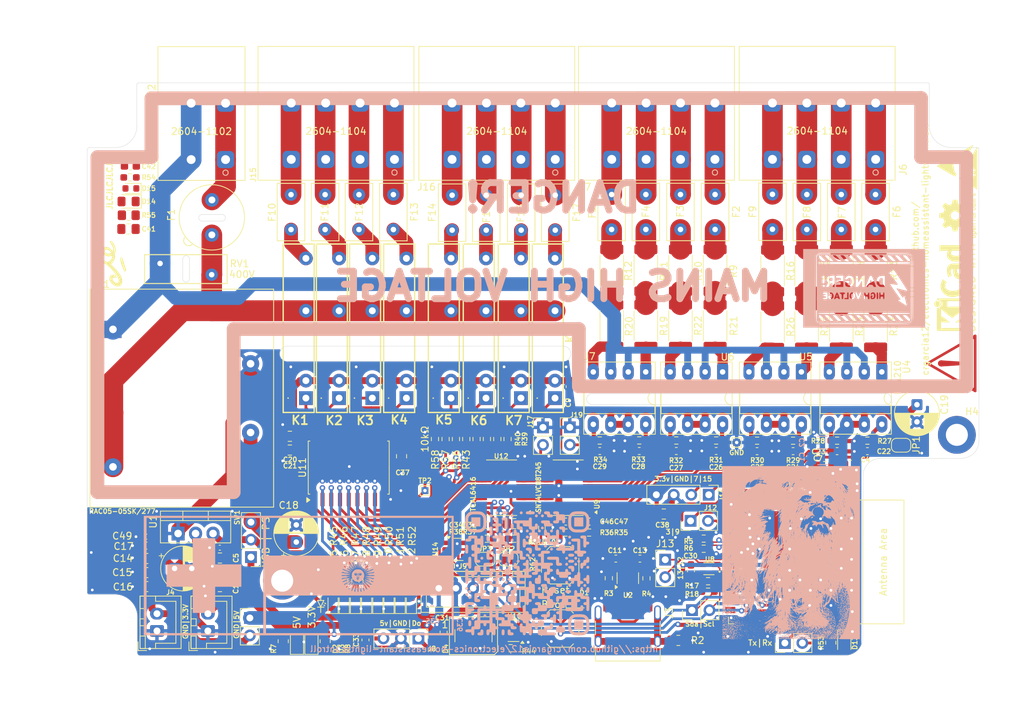
<source format=kicad_pcb>
(kicad_pcb (version 20241229) (generator "pcbnew") (generator_version "9.0")
  (title_block (title "Home Assistant module for lights control") (date "2025-07-22") (rev "20250722.26.8") (comment 1 "https://docs.rs-online.com/e49b/0900766b816e00ad.pdf") (comment 2 "https://media.distrelec.com/Web/Downloads/_t/ds/1862291_eng_tds.pdf") (comment 3 "case size: 62.8 (H) x 88.8 (W) x 138.8 (L)") (comment 4 "Board prepared for RS PRO Modular Enclosure for DIN rail 1862291"))
  (layers (0 "F.Cu" signal) (4 "In1.Cu" signal) (6 "In2.Cu" signal) (2 "B.Cu" signal) (13 "F.Paste" user) (15 "B.Paste" user) (5 "F.SilkS" user "F.Silkscreen") (7 "B.SilkS" user "B.Silkscreen") (1 "F.Mask" user) (3 "B.Mask" user) (25 "Edge.Cuts" user))
  (net 0 "")
  (net 1 "220VAC(L)")
  (net 2 "5V+")
  (net 3 "3.3V+")
  (net 4 "Net-(F1-Pad1)")
  (net 5 "Net-(F2-Pad1)")
  (net 6 "Net-(F3-Pad1)")
  (net 7 "Net-(F4-Pad1)")
  (net 8 "Net-(F5-Pad1)")
  (net 9 "Net-(J4-Pin_2)")
  (net 10 "220VAC(N)")
  (net 11 "EN")
  (net 12 "IO0")
  (net 13 "RXD0")
  (net 14 "TXD0")
  (net 15 "VBUS")
  (net 16 "GND")
  (net 17 "Net-(F2-Pad2)")
  (net 18 "Net-(F3-Pad2)")
  (net 19 "Net-(F4-Pad2)")
  (net 20 "Net-(F7-Pad1)")
  (net 21 "SDA")
  (net 22 "SCL")
  (net 23 "Net-(F8-Pad1)")
  (net 24 "Net-(F9-Pad1)")
  (net 25 "220VAC(N)-LowV")
  (net 26 "GPIO3")
  (net 27 "5V+_PS")
  (net 28 "Net-(F5-Pad2)")
  (net 29 "Net-(F6-Pad1)")
  (net 30 "Net-(D1-A)")
  (net 31 "Net-(D2-A)")
  (net 32 "Net-(D3-A)")
  (net 33 "Net-(D5-A)")
  (net 34 "Net-(D6-A)")
  (net 35 "Net-(D7-A)")
  (net 36 "GPIO9")
  (net 37 "Net-(D8-A)")
  (net 38 "Net-(D9-A)")
  (net 39 "Net-(D10-A)")
  (net 40 "Net-(D11-A)")
  (net 41 "Net-(D4-DIN)")
  (net 42 "Net-(D4-DOUT)")
  (net 43 "/ESP-D+")
  (net 44 "/ESP-D-")
  (net 45 "GPIO12")
  (net 46 "LED-GPIO")
  (net 47 "Net-(D13-A)")
  (net 48 "Net-(J3-D+-PadA6)")
  (net 49 "Net-(R15-Pad2)")
  (net 51 "Net-(R16-Pad2)")
  (net 52 "Net-(J3-CC1)")
  (net 53 "Net-(J3-SHIELD)")
  (net 54 "Net-(J3-CC2)")
  (net 56 "Net-(J3-D--PadA7)")
  (net 57 "Net-(U11-O1)")
  (net 58 "Net-(U11-O2)")
  (net 59 "Net-(U11-O3)")
  (net 60 "Net-(U11-O4)")
  (net 61 "GPIO13")
  (net 62 "Net-(U11-O5)")
  (net 63 "Net-(U11-O6)")
  (net 64 "Net-(U11-O7)")
  (net 65 "Net-(U11-O8)")
  (net 66 "Net-(R21-Pad1)")
  (net 67 "Net-(R10-Pad2)")
  (net 68 "Net-(R11-Pad2)")
  (net 69 "Net-(F10-Pad1)")
  (net 70 "Net-(F10-Pad2)")
  (net 71 "Net-(F11-Pad1)")
  (net 72 "Net-(F11-Pad2)")
  (net 73 "Net-(F12-Pad1)")
  (net 74 "Net-(F12-Pad2)")
  (net 75 "Net-(F13-Pad1)")
  (net 76 "Net-(F13-Pad2)")
  (net 77 "Net-(F14-Pad1)")
  (net 78 "Net-(F14-Pad2)")
  (net 79 "Net-(F15-Pad1)")
  (net 80 "Net-(F15-Pad2)")
  (net 81 "Net-(F16-Pad1)")
  (net 82 "Net-(F16-Pad2)")
  (net 83 "Net-(F17-Pad1)")
  (net 84 "Net-(F17-Pad2)")
  (net 85 "Net-(R12-Pad2)")
  (net 86 "Net-(R13-Pad2)")
  (net 87 "Net-(R14-Pad2)")
  (net 88 "Net-(R19-Pad2)")
  (net 89 "Net-(R20-Pad2)")
  (net 90 "Net-(R21-Pad2)")
  (net 91 "Net-(R22-Pad2)")
  (net 92 "Net-(R23-Pad2)")
  (net 93 "Net-(R24-Pad2)")
  (net 94 "Net-(R25-Pad2)")
  (net 95 "Net-(R26-Pad2)")
  (net 98 "RGBLED")
  (net 104 "GPIO7")
  (net 107 "Net-(F6-Pad2)")
  (net 108 "Net-(F7-Pad2)")
  (net 109 "Net-(F8-Pad2)")
  (net 110 "Net-(F9-Pad2)")
  (net 111 "Net-(D12-A)")
  (net 114 "GPIO15")
  (net 116 "Net-(JP1-B)")
  (net 126 "Net-(JP2-B)")
  (net 141 "Net-(U12-P04)")
  (net 142 "Net-(U12-P00)")
  (net 143 "Net-(U12-P05)")
  (net 144 "Net-(U12-P01)")
  (net 145 "Net-(U12-P06)")
  (net 146 "Net-(U12-P03)")
  (net 147 "Net-(U12-P02)")
  (net 148 "Net-(C11-Pad1)")
  (net 149 "Net-(C13-Pad1)")
  (net 150 "Net-(U9-A1)")
  (net 151 "Net-(U9-A2)")
  (net 152 "Net-(U9-A3)")
  (net 153 "Net-(U9-A4)")
  (net 154 "Net-(U9-A5)")
  (net 155 "Net-(U9-A6)")
  (net 156 "Net-(U9-A7)")
  (net 157 "VccA")
  (net 158 "Net-(J19-Pin_2)")
  (net 159 "Net-(J17-Pin_2)")
  (net 161 "TCAL_INT")
  (net 162 "Net-(U11-I1)")
  (net 163 "Net-(U11-I2)")
  (net 164 "Net-(U11-I3)")
  (net 165 "Net-(U11-I4)")
  (net 166 "Net-(U11-I5)")
  (net 167 "Net-(U11-I8)")
  (net 168 "Net-(U11-I7)")
  (net 169 "Net-(U11-I6)")
  (net 170 "Net-(JP2-A)")
  (net 171 "OUT_ENABLE")
  (net 172 "Net-(JP3-A)")
  (net 173 "Net-(U9-~{OE})")
  (footprint "Connector_PinHeader_2.54mm:PinHeader_1x02_P2.54mm_Vertical" (layer "F.Cu") (at 47.55 110.02)
    (property "Reference" "J5" (hide yes))
    (property "Value" "Conn_01x02_Pin" (hide yes))
  )
  (footprint "Resistor_SMD:R_2512_6332Metric_Pad1.40x3.35mm_HandSolder" (layer "F.Cu") (at 100.151 59.4615 -90)
    (property "Reference" "R12")
    (property "Value" "150kΩ1w" (hide yes))
  )
  (footprint "Resistor_SMD:R_2512_6332Metric_Pad1.40x3.35mm_HandSolder" (layer "F.Cu") (at 105.104 59.4615 -90)
    (property "Reference" "R11")
    (property "Value" "150kΩ1w" (hide yes))
  )
  (footprint "Varistor:RV_Disc_D12mm_W4.2mm_P7.5mm" (layer "F.Cu") (at 34.5024 58.46307)
    (property "Reference" "RV1" (hide yes))
    (property "Value" "400V")
  )
  (footprint "Resistor_SMD:R_2512_6332Metric_Pad1.40x3.35mm_HandSolder" (layer "F.Cu") (at 105.104 67.5133 -90)
    (property "Reference" "R19")
    (property "Value" "150kΩ1w" (hide yes))
  )
  (footprint "Resistor_SMD:R_2512_6332Metric_Pad1.40x3.35mm_HandSolder" (layer "F.Cu") (at 100.151 67.5133 -90)
    (property "Reference" "R20")
    (property "Value" "150kΩ1w" (hide yes))
  )
  (footprint "LED_SMD:LED_0805_2012Metric_Pad1.15x1.40mm_HandSolder" (layer "F.Cu") (at 54.4 113.45 90)
    (property "Reference" "D2")
    (property "Value" "5V")
  )
  (footprint "Resistor_SMD:R_0805_2012Metric_Pad1.20x1.40mm_HandSolder" (layer "F.Cu") (at 52.4 113.4 90)
    (property "Reference" "R7")
    (property "Value" "100Ω" (hide yes))
  )
  (footprint "Connector_JST:JST_XH_B2B-XH-A_1x02_P2.50mm_Vertical" (layer "F.Cu") (at 41.45 111.8997 90)
    (property "Reference" "J1")
    (property "Value" "GND|5V")
  )
  (footprint "icons:che" (layer "F.Cu") (at 27.25 58.5 90)
    (property "Reference" "G10" (hide yes))
    (property "Value" "LOGO" (hide yes))
  )
  (footprint "Capacitor_SMD:C_0805_2012Metric_Pad1.18x1.45mm_HandSolder" (layer "F.Cu") (at 32.4827 101.3698 180)
    (property "Reference" "C14")
    (property "Value" "100nF")
  )
  (footprint "Capacitor_SMD:C_0805_2012Metric_Pad1.18x1.45mm_HandSolder" (layer "F.Cu") (at 43.2 103.4 180)
    (property "Reference" "C8")
    (property "Value" "22uF")
  )
  (footprint "rac05-05sk:277" (layer "F.Cu") (at 37.656 78.0466)
    (property "Reference" "PS1")
    (property "Value" "RAC05-05SK/277")
  )
  (footprint "Package_TO_SOT_THT:TO-220-3_Vertical" (layer "F.Cu") (at 37.1187 97.7392)
    (property "Reference" "U1")
    (property "Value" "LD1117AV33")
  )
  (footprint "wago-2604-1104:big_pads_2604-1104" (layer "F.Cu") (at 68.5678 43.3324 180)
    (property "Reference" "J15")
    (property "Value" "2604-1104")
  )
  (footprint "wago-2604-1102:big_pads_2604-1102" (layer "F.Cu") (at 44.02 43.355999 180)
    (property "Reference" "J2")
    (property "Value" "2604-1102")
  )
  (footprint "wago-2604-1104:big_pads_2604-1104" (layer "F.Cu") (at 115.14 43.328199 180)
    (property "Reference" "J7")
    (property "Value" "2604-1104")
  )
  (footprint "Fuse:Fuseholder_TR5_Littelfuse_No560_No460" (layer "F.Cu") (at 42.037 49.2252 -90)
    (property "Reference" "F1")
    (property "Value" "250V500mA")
  )
  (footprint "Package_DIP:DIP-8_W7.62mm_Socket_LongPads" (layer "F.Cu") (at 139.389178 74.236118 -90)
    (property "Reference" "U4")
    (property "Value" "LDA210")
  )
  (footprint "Resistor_SMD:R_2512_6332Metric_Pad1.40x3.35mm_HandSolder" (layer "F.Cu") (at 115.1624 67.5133 -90)
    (property "Reference" "R21")
    (property "Value" "150kΩ1w" (hide yes))
  )
  (footprint "Resistor_SMD:R_2512_6332Metric_Pad1.40x3.35mm_HandSolder" (layer "F.Cu") (at 110.1332 59.4615 -90)
    (property "Reference" "R10")
    (property "Value" "150kΩ1w" (hide yes))
  )
  (footprint "Resistor_SMD:R_2512_6332Metric_Pad1.40x3.35mm_HandSolder" (layer "F.Cu") (at 115.1624 59.4615 -90)
    (property "Reference" "R9")
    (property "Value" "150kΩ1w" (hide yes))
  )
  (footprint "Package_DIP:DIP-8_W7.62mm_Socket_LongPads" (layer "F.Cu") (at 105.0813 74.2396 -90)
    (property "Reference" "U7")
    (property "Value" "LDA210")
  )
  (footprint "Package_DIP:DIP-8_W7.62mm_Socket_LongPads" (layer "F.Cu") (at 116.2573 74.2396 -90)
    (property "Reference" "U6")
    (property "Value" "LDA210" (hide yes))
  )
  (footprint "Resistor_SMD:R_2512_6332Metric_Pad1.40x3.35mm_HandSolder" (layer "F.Cu") (at 110.1332 67.5133 -90)
    (property "Reference" "R22")
    (property "Value" "150kΩ1w" (hide yes))
  )
  (footprint "Resistor_SMD:R_0603_1608Metric_Pad0.98x0.95mm_HandSolder" (layer "F.Cu") (at 131.376902 89.787199)
    (property "Reference" "R1")
    (property "Value" "10kΩ" (hide yes))
  )
  (footprint "Capacitor_SMD:C_0603_1608Metric_Pad1.08x0.95mm_HandSolder" (layer "F.Cu") (at 131.364402 91.311199 180)
    (property "Reference" "C3")
    (property "Value" "100nF" (hide yes))
  )
  (footprint "Connector_JST:JST_XH_B2B-XH-A_1x02_P2.50mm_Vertical" (layer "F.Cu") (at 34.05 111.8997 90)
    (property "Reference" "J4")
    (property "Value" "GND|3.3V")
  )
  (footprint "hamodule_SW_SPST_SKQG_WithStem:SW_SPST_SKQG_WithStem" (layer "F.Cu") (at 92.647 102.35)
    (property "Reference" "SW2" (hide yes))
    (property "Value" "Reset")
  )
  (footprint "hamodule_SW_SPST_SKQG_WithStem:SW_SPST_SKQG_WithStem" (layer "F.Cu") (at 92.6458 111.5526)
    (property "Reference" "SW3" (hide yes))
    (property "Value" "Boot")
  )
  (footprint "Connector_PinHeader_2.54mm:PinHeader_1x02_P2.54mm_Vertical" (layer "F.Cu") (at 125.305402 113.659699 90)
    (property "Reference" "J10" (hide yes))
    (property "Value" "Tx|Rx")
  )
  (footprint "Capacitor_SMD:C_0603_1608Metric_Pad1.08x0.95mm_HandSolder" (layer "F.Cu") (at 134.8375 89.2)
    (property "Reference" "C6")
    (property "Value" "100nF" (hide yes))
  )
  (footprint "Capacitor_SMD:C_0603_1608Metric_Pad1.08x0.95mm_HandSolder" (layer "F.Cu") (at 111.655402 103.169699 -90)
    (property "Reference" "C30")
    (property "Value" "100nF" (hide yes))
  )
  (footprint "Connector_PinHeader_2.54mm:PinHeader_1x02_P2.54mm_Vertical" (layer "F.Cu") (at 94.05 82.3)
    (property "Reference" "J19")
    (property "Value" "TestPoint" (hide yes))
  )
  (footprint "Resistor_SMD:R_0603_1608Metric_Pad0.98x0.95mm_HandSolder" (layer "F.Cu") (at 90.9875 96.9375 -90)
    (property "Reference" "R60")
    (property "Value" "10kΩ")
  )
  (footprint "Capacitor_SMD:C_0603_1608Metric_Pad1.08x0.95mm_HandSolder" (layer "F.Cu") (at 100.7375 101.389699 180)
    (property "Reference" "C11")
    (property "Value" "20p")
  )
  (footprint "LED_SMD:LED_0805_2012Metric_Pad1.15x1.40mm_HandSolder" (layer "F.Cu") (at 56.5 113.45 90)
    (property "Reference" "D3")
    (property "Value" "3.3V")
  )
  (footprint "Package_SO:SOIC-18W_7.5x11.6mm_P1.27mm" (layer "F.Cu") (at 61.92 88.15 90)
    (property "Reference" "U11")
    (property "Value" "ULN2803A")
  )
  (footprint "Capacitor_THT:CP_Radial_D6.3mm_P2.50mm" (layer "F.Cu") (at 144.5 79 -90)
    (property "Reference" "C19")
    (property "Value" "10uF")
  )
  (footprint "Connector_PinHeader_2.54mm:PinHeader_1x04_P2.54mm_Vertical" (layer "F.Cu") (at 114.24 92.1 -90)
    (property "Reference" "J14")
    (property "Value" "3.3v|GND|7|15")
  )
  (footprint "Resistor_SMD:R_0603_1608Metric_Pad0.98x0.95mm_HandSolder" (layer "F.Cu") (at 61.272 104.590404 90)
    (property "Reference" "R46")
    (property "Value" "660Ω")
  )
  (footprint "wago-2604-1104:big_pads_2604-1104" (layer "F.Cu") (at 138.497702 43.328199 180)
    (property "Reference" "J6")
    (property "Value" "2604-1104")
  )
  (footprint "wago-2604-1104:big_pads_2604-1104" (layer "F.Cu") (at 91.9358 43.3324 180)
    (property "Reference" "J16")
    (property "Value" "2604-1104")
  )
  (footprint "Resistor_SMD:R_0603_1608Metric_Pad0.98x0.95mm_HandSolder" (layer "F.Cu") (at 59.6464 104.588504 90)
    (property "Reference" "R45")
    (property "Value" "660Ω")
  )
  (footprint "Resistor_SMD:R_2512_6332Metric_Pad1.40x3.35mm_HandSolder" (layer "F.Cu") (at 128.4592 67.6178 -90)
    (property "Reference" "R25")
    (property "Value" "150kΩ1w")
  )
  (footprint "Capacitor_SMD:C_0603_1608Metric_Pad1.08x0.95mm_HandSolder" (layer "F.Cu") (at 121.262502 85.761299)
    (property "Reference" "C25")
    (property "Value" "22uF")
  )
  (footprint "Symbol:ESD-Logo_6.6x6mm_SilkScreen" (layer "F.Cu") (at 150.3 44.45 90)
    (property "Reference" "G8" (hide yes))
    (property "Value" "ESD-Logo_6.6x6mm_SilkScreen" (hide yes))
  )
  (footprint "Capacitor_SMD:C_0603_1608Metric_Pad1.08x0.95mm_HandSolder" (layer "F.Cu") (at 30.1875 42.75 180)
    (property "Reference" "C40")
    (property "Value" "22uF")
  )
  (footprint "Resistor_SMD:R_2512_6332Metric_Pad1.40x3.35mm_HandSolder" (layer "F.Cu") (at 128.4592 59.4858 -90)
    (property "Reference" "R15")
    (property "Value" "150kΩ1w")
  )
  (footprint "LED_SMD:LED_0603_1608Metric" (layer "F.Cu") (at 59.6464 107.890604 90)
    (property "Reference" "D5")
    (property "Value" "LED")
  )
  (footprint "Capacitor_SMD:C_0603_1608Metric_Pad1.08x0.95mm_HandSolder" (layer "F.Cu") (at 132.894602 85.761299)
    (property "Reference" "C23")
    (property "Value" "22uF")
  )
  (footprint "RST-80-AMMO:FUSE_RST-1-BULK" (layer "F.Cu") (at 81.9028 51.0794 90)
    (property "Reference" "F15")
    (property "Value" "Fuse")
  )
  (footprint "Resistor_SMD:R_0805_2012Metric_Pad1.20x1.40mm_HandSolder" (layer "F.Cu") (at 58.5 113.4 90)
    (property "Reference" "R8")
    (property "Value" "100Ω")
  )
  (footprint "Resistor_SMD:R_0603_1608Metric_Pad0.98x0.95mm_HandSolder" (layer "F.Cu") (at 83.51 84 -90)
    (property "Reference" "R40")
    (property "Value" "10kΩ")
  )
  (footprint "Resistor_SMD:R_0603_1608Metric_Pad0.98x0.95mm_HandSolder" (layer "F.Cu") (at 109.527126 84.21248)
    (property "Reference" "R32")
    (property "Value" "10kΩ" (hide yes))
  )
  (footprint "AQG12205:AQG12205" (layer "F.Cu") (at 76.787 78.0439 90)
    (property "Reference" "K5")
    (property "Value" "AQG22205" (hide yes))
  )
  (footprint "Connector_PinHeader_2.54mm:PinHeader_1x02_P2.54mm_Vertical" (layer "F.Cu") (at 111.6 95.9 90)
    (property "Reference" "J12")
    (property "Value" "3|9")
  )
  (footprint "RST-80-AMMO:FUSE_RST-1-BULK" (layer "F.Cu") (at 105.104 50.9759 90)
    (property "Reference" "F4")
    (property "Value" "Fuse")
  )
  (footprint "Resistor_SMD:R_0603_1608Metric_Pad0.98x0.95mm_HandSolder" (layer "F.Cu") (at 67.7744 104.588504 90)
    (property "Reference" "R50")
    (property "Value" "660Ω" (hide yes))
  )
  (footprint "Resistor_SMD:R_0603_1608Metric_Pad0.98x0.95mm_HandSolder" (layer "F.Cu") (at 66.1488 104.590404 90)
    (property "Reference" "R49")
    (property "Value" "660Ω")
  )
  (footprint "Resistor_SMD:R_2512_6332Metric_Pad1.40x3.35mm_HandSolder" (layer "F.Cu") (at 123.5202 67.6656 -90)
    (property "Reference" "R26")
    (property "Value" "150kΩ1w")
  )
  (footprint "Resistor_SMD:R_0603_1608Metric_Pad0.98x0.95mm_HandSolder" (layer "F.Cu") (at 98.400026 84.21248)
    (property "Reference" "R34")
    (property "Value" "10kΩ" (hide yes))
  )
  (footprint "Package_TO_SOT_SMD:SOT-23-5" (layer "F.Cu") (at 85.8625 111.8768 180)
    (property "Reference" "U10")
    (property "Value" "SN74LV1T34DBV")
  )
  (footprint "Resistor_SMD:R_0603_1608Metric" (layer "F.Cu") (at 113.505402 98.479699 180)
    (property "Reference" "R5")
    (property "Value" "22Ω" (hide yes))
  )
  (footprint "Capacitor_THT:CP_Radial_D6.3mm_P2.50mm" (layer "F.Cu") (at 54.3 98.98238 90)
    (property "Reference" "C18")
    (property "Value" "10uF")
  )
  (footprint "Resistor_SMD:R_0603_1608Metric_Pad0.98x0.95mm_HandSolder" (layer "F.Cu") (at 137.3 84.237299)
    (property "Reference" "R27")
    (property "Value" "10kΩ")
  )
  (footprint "TestPoint:TestPoint_THTPad_1.0x1.0mm_Drill0.5mm" (layer "F.Cu") (at 73 91.5)
    (property "Reference" "TP2")
    (property "Value" "GND")
  )
  (footprint "Symbol:Symbol_Attention_Triangle_8x7mm_Copper" (layer "F.Cu") (at 149.5 73 90)
    (property "Reference" "G9" (hide yes))
    (property "Value" "Symbol_Attention_Triangle_8x7mm_Copper" (hide yes))
  )
  (footprint "Resistor_SMD:R_2512_6332Metric_Pad1.40x3.35mm_HandSolder" (layer "F.Cu") (at 123.5202 59.5356 -90)
    (property "Reference" "R16")
    (property "Value" "150kΩ1w")
  )
  (footprint "Resistor_SMD:R_0603_1608Metric" (layer "F.Cu") (at 113.505402 99.954699 180)
    (property "Reference" "R6")
    (property "Value" "22Ω" (hide yes))
  )
  (footprint "Espressif:ESP32-S3-WROOM-2" (layer "F.Cu") (at 126.855402 101.869699 -90)
    (property "Reference" "U3")
    (property "Value" "ESP32-S3-WROOM-2" (hide yes))
  )
  (footprint "Resistor_SMD:R_0603_1608Metric_Pad0.98x0.95mm_HandSolder" (layer "F.Cu") (at 85 84 -90)
    (property "Reference" "R39")
    (property "Value" "10kΩ")
  )
  (footprint "Resistor_SMD:R_2512_6332Metric_Pad1.40x3.35mm_HandSolder" (layer "F.Cu") (at 138.4922 59.4858 -90)
    (property "Reference" "R13")
    (property "Value" "150kΩ1w")
  )
  (footprint "LED_SMD:LED_0603_1608Metric" (layer "F.Cu") (at 67.7744 107.890504 90)
    (property "Reference" "D10")
    (property "Value" "LED" (hide yes))
  )
  (footprint "Package_SO:TSSOP-24_4.4x7.8mm_P0.65mm" (layer "F.Cu") (at 84.1375 91.075 180)
    (property "Reference" "U12")
    (property "Value" "TCAL6416")
  )
  (footprint "Resistor_SMD:R_0603_1608Metric_Pad0.98x0.95mm_HandSolder" (layer "F.Cu") (at 87.583144 101.082059 90)
    (property "Reference" "R62")
    (property "Value" "1kΩ")
  )
  (footprint "AQG12205:AQG12205" (layer "F.Cu") (at 81.867 78.0439 90)
    (property "Reference" "K6")
    (property "Value" "AQG22205" (hide yes))
  )
  (footprint "Symbol:KiCad-Logo2_5mm_SilkScreen" (layer "F.Cu") (at 150 62 90)
    (property "Reference" "G6" (hide yes))
    (property "Value" "KiCad-Logo2_5mm_SilkScreen" (hide yes))
  )
  (footprint "Resistor_SMD:R_0603_1608Metric_Pad0.98x0.95mm_HandSolder" (layer "F.Cu") (at 85.4479 114.4168)
    (property "Reference" "R44")
    (property "Value" "10kΩ")
  )
  (footprint "RST-80-AMMO:FUSE_RST-1-BULK" (layer "F.Cu") (at 115.1624 50.9759 90)
    (property "Reference" "F2")
    (property "Value" "Fuse")
  )
  (footprint "Connector_PinHeader_2.54mm:PinHeader_1x02_P2.54mm_Vertical" (layer "F.Cu") (at 90.15 82.31)
    (property "Reference" "J17")
    (property "Value" "TestPoint" (hide yes))
  )
  (footprint "Connector_PinHeader_2.54mm:PinHeader_1x02_P2.54mm_Vertical" (layer "F.Cu") (at 107.915402 101.544699)
    (property "Reference" "J13")
    (property "Value" "13|12")
  )
  (footprint "RST-80-AMMO:FUSE_RST-1-BULK" (layer "F.Cu") (at 133.5024 50.9778 90)
    (property "Reference" "F7")
    (property "Value" "Fuse")
  )
  (footprint "Capacitor_SMD:C_0603_1608Metric_Pad1.08x0.95mm_HandSolder" (layer "F.Cu") (at 75.7152 112.0652 90)
    (property "Reference" "C31")
    (property "Value" "100nF")
  )
  (footprint "Connector_PinHeader_2.54mm:PinHeader_1x02_P2.54mm_Vertical" (layer "F.Cu") (at 111.8058 108.8898 90)
    (property "Reference" "J11" (hide yes))
    (property "Value" "Sda|Scl")
  )
  (footprint "Resistor_SMD:R_0603_1608Metric_Pad0.98x0.95mm_HandSolder" (layer "F.Cu") (at 126.494902 84.237299)
    (property "Reference" "R29")
    (property "Value" "10kΩ")
  )
  (footprint "TestPoint:TestPoint_THTPad_1.0x1.0mm_Drill0.5mm" (layer "F.Cu") (at 118.3 84.5)
    (property "Reference" "TP1" (hide yes))
    (property "Value" "GND")
  )
  (footprint "LED_SMD:LED_0805_2012Metric_Pad1.15x1.40mm_HandSolder" (layer "F.Cu") (at 133.9342 113.6142 -90)
    (property "Reference" "D13")
    (property "Value" "LED")
  )
  (footprint "Symbol:OSHW-Logo2_7.3x6mm_SilkScreen" (layer "F.Cu") (at 150.5 51.5 90)
    (property "Reference" "G7" (hide yes))
    (property "Value" "OSHW-Logo2_7.3x6mm_SilkScreen" (hide yes))
  )
  (footprint "Capacitor_SMD:C_0603_1608Metric_Pad1.08x0.95mm_HandSolder" (layer "F.Cu") (at 82 96.5 180)
    (property "Reference" "C34")
    (property "Value" "22uF")
  )
  (footprint "Diode_SMD:D_SOD-323" (layer "F.Cu") (at 95.1 107.7)
    (property "Reference" "D1")
    (property "Value" "BAT60A" (hide yes))
  )
  (footprint "RST-80-AMMO:FUSE_RST-1-BULK" (layer "F.Cu") (at 128.4978 50.9778 90)
    (property "Reference" "F8")
    (property "Value" "Fuse")
  )
  (footprint "RST-80-AMMO:FUSE_RST-1-BULK" (layer "F.Cu") (at 68.4083 50.9929 90)
    (property "Reference" "F13")
    (property "Value" "Fuse")
  )
  (footprint "Package_DIP:DIP-8_W7.62mm_Socket_LongPads" (layer "F.Cu") (at 127.705178 74.236118 -90)
    (property "Reference" "U5")
    (property "Value" "LDA210")
  )
  (footprint "Resistor_SMD:R_2512_6332Metric_Pad1.40x3.35mm_HandSolder" (layer "F.Cu") (at 133.5138 59.4858 -90)
    (property "Reference" "R14")
    (property "Value" "150kΩ1w")
  )
  (footprint "Capacitor_SMD:C_0603_1608Metric_Pad1.08x0.95mm_HandSolder" (layer "F.Cu") (at 137.3 85.761299 180)
    (property "Reference" "C22")
    (property "Value" "22uF")
  )
  (footprint "Capacitor_SMD:C_0805_2012Metric_Pad1.18x1.45mm_HandSolder" (layer "F.Cu") (at 32.4827 103.4272 180)
    (property "Reference" "C15")
    (property "Value" "100nF")
  )
  (footprint "Connector_PinHeader_2.54mm:PinHeader_1x03_P2.54mm_Vertical" (layer "F.Cu") (at 72.04 113 -90)
    (property "Reference" "J8")
    (property "Value" "5v|GND|Do")
  )
  (footprint "Capacitor_SMD:C_0603_1608Metric_Pad1.08x0.95mm_HandSolder" (layer "F.Cu") (at 30.1875 44.35)
    (property "Reference" "C42")
    (property "Value" "20p")
  )
  (footprint "Resistor_SMD:R_0805_2012Metric_Pad1.20x1.40mm_HandSolder" (layer "F.Cu") (at 29.95 51.45 180)
    (property "Reference" "R55")
    (property "Value" "100Ω")
  )
  (footprint "Capacitor_SMD:C_0402_1005Metric" (layer "F.Cu") (at 134.5 90.5)
    (property "Reference" "C44")
    (property "Value" "10uF")
  )
  (footprint "RST-80-AMMO:FUSE_RST-1-BULK" (layer "F.Cu") (at 76.9498 51.0794 90)
    (property "Reference" "F14")
    (property "Value" "Fuse")
  )
  (footprint "usb-c:USB_C_Receptacle_HRO_TYPE-C-31-M-12" (layer "F.Cu") (at 102.481402 112.375599)
    (property "Reference" "J3")
    (property "Value" "USB_C_Receptacle_USB2.0")
  )
  (footprint "Resistor_SMD:R_0603_1608Metric_Pad0.98x0.95mm_HandSolder" (layer "F.Cu") (at 115.318326 84.21248)
    (property "Reference" "R31")
    (property "Value" "10kΩ" (hide yes))
  )
  (footprint "Capacitor_SMD:C_0603_1608Metric_Pad1.08x0.95mm_HandSolder" (layer "F.Cu") (at 96.8625 96)
    (property "Reference" "C47")
    (property "Value" "100nF")
  )
  (footprint "Package_TO_SOT_SMD:SOT-23-5_HandSoldering" (layer "F.Cu") (at 77.65 100.05)
    (property "Reference" "U14")
    (property "Value" "74AHC1G04")
  )
  (footprint "Connector_JST:JST_XH_B5B-XH-A_1x05_P2.50mm_Vertical" (layer "F.Cu") (at 75 105.7)
    (property "Reference" "J9")
    (property "Value" "Screen")
  )
  (footprint "Resistor_SMD:R_0603_1608Metric_Pad0.98x0.95mm_HandSolder" (layer "F.Cu") (at 93.4125 97.6)
    (property "Reference" "R36")
    (property "Value" "1kΩ")
  )
  (footprint "Resistor_SMD:R_0603_1608Metric_Pad0.98x0.95mm_HandSolder" (layer "F.Cu") (at 62.8976 104.590404 90)
    (property "Reference" "R47")
    (property "Value" "660Ω")
  )
  (footprint "Resistor_SMD:R_0603_1608Metric_Pad0.98x0.95mm_HandSolder" (layer "F.Cu") (at 82 84 -90)
    (property "Reference" "R41" (hide yes))
    (property "Value" "10kΩ")
  )
  (footprint "Connector_PinHeader_2.54mm:PinHeader_1x03_P2.54mm_Vertical" (layer "F.Cu") (at 47.71 101.17 180)
    (property "Reference" "SW1")
    (property "Value" "USB | PS")
  )
  (footprint "Capacitor_SMD:C_0603_1608Metric_Pad1.08x0.95mm_HandSolder" (layer "F.Cu") (at 109.524126 85.73648)
    (property "Reference" "C27")
    (property "Value" "22uF")
  )
  (footprint "LED_SMD:LED_0603_1608Metric" (layer "F.Cu") (at 71.0256 107.890504 90)
    (property "Reference" "D12")
    (property "Value" "LED" (hide yes))
  )
  (footprint "Package_SO:TSSOP-24_4.4x7.8mm_P0.65mm" (layer "F.Cu") (at 93.8125 91.075 180)
    (property "Reference" "U9")
    (property "Value" "SN74LVCH8T245")
  )
  (footprint "Resistor_SMD:R_0603_1608Metric_Pad0.98x0.95mm_HandSolder" (layer "F.Cu") (at 89 96.9125 90)
    (property "Reference" "R61")
    (property "Value" "10kΩ")
  )
  (footprint "Capacitor_SMD:C_0603_1608Metric_Pad1.08x0.95mm_HandSolder" (layer "F.Cu") (at 104.1411 85.73648)
    (property "Reference" "C28")
    (property "Value" "22uF")
  )
  (footprint "Capacitor_SMD:C_0805_2012Metric_Pad1.18x1.45mm_HandSolder" (layer "F.Cu") (at 43.1922 105.464 180)
    (property "Reference" "C10")
    (property "Value" "100nF")
  )
  (footprint "RST-80-AMMO:FUSE_RST-1-BULK" (layer "F.Cu") (at 138.4808 50.9778 90)
    (property "Reference" "F6")
    (property "Value" "Fuse")
  )
  (footprint "RST-80-AMMO:FUSE_RST-1-BULK" (layer "F.Cu") (at 110.1332 50.9759 90)
    (property "Reference" "F3")
    (property "Value" "Fuse")
  )
  (footprint "Resistor_SMD:R_0603_1608Metric_Pad0.98x0.95mm_HandSolder" (layer "F.Cu") (at 121.262502 84.237299)
    (property "Reference" "R30")
    (property "Value" "10kΩ")
  )
  (footprint "LED_SMD:LED_0805_2012Metric_Pad1.15x1.40mm_HandSolder" (layer "F.Cu") (at 29.925 49.45 180)
    (property "Reference" "D14")
    (property "Value" "C2297")
  )
  (footprint "LED_SMD:LED_0603_1608Metric" (layer "F.Cu") (at 61.272 107.890504 90)
    (property "Reference" "D6")
    (property "Value" "LED")
  )
  (footprint "icons:led_6000dpi" (layer "F.Cu") (at 58 108 -90)
    (property "Reference" "G4" (hide yes))
    (property "Value" "LOGO" (hide yes))
  )
  (footprint "Capacitor_SMD:C_0603_1608Metric_Pad1.08x0.95mm_HandSolder" (layer "F.Cu") (at 64.3506 113.2141 -90)
    (property "Reference" "C33")
    (property "Value" "100nF")
  )
  (footprint "RST-80-AMMO:FUSE_RST-1-BULK" (layer "F.Cu") (at 86.9828 51.0794 90)
    (property "Reference" "F16")
    (property "Value" "Fuse")
  )
  (footprint "Capacitor_SMD:C_0805_2012Metric_Pad1.18x1.45mm_HandSolder" (layer "F.Cu") (at 107.7125 94.9)
    (property "Reference" "C38")
    (property "Value" "100nF")
  )
  (footprint "Resistor_SMD:R_0603_1608Metric_Pad0.98x0.95mm_HandSolder" (layer "F.Cu") (at 71.0256 104.588504 90)
    (property "Reference" "R52")
    (property "Value" "660Ω" (hide yes))
  )
  (footprint "Capacitor_SMD:C_0603_1608Metric_Pad1.08x0.95mm_HandSolder" (layer "F.Cu") (at 126.494902 85.761299)
    (property "Reference" "C24")
    (property "Value" "22uF")
  )
  (footprint "Capacitor_SMD:C_0603_1608Metric_Pad1.08x0.95mm_HandSolder" (layer "F.Cu") (at 115.315326 85.73648 180)
    (property "Reference" "C26")
    (property "Value" "22uF")
  )
  (footprint "Jumper:SolderJumper-2_P1.3mm_Open_RoundedPad1.0x1.5mm" (layer "F.Cu") (at 85.129524 101.472652 180)
    (property "Reference" "JP2")
    (property "Value" "~")
  )
  (footprint "Capacitor_SMD:C_0805_2012Metric_Pad1.18x1.45mm_HandSolder" (layer "F.Cu") (at 69.6 86.5 -90)
    (property "Reference" "C37")
    (property "Value" "100nF")
  )
  (footprint "LED_SMD:LED_WS2812B_PLCC4_5.0x5.0mm_P3.2mm" (layer "F.Cu") (at 80.05 112.6)
    (property "Reference" "D4")
    (property "Value" "WS2812B")
  )
  (footprint "MountingHole:MountingHole_3.2mm_M3_ISO14580_Pad" (layer "F.Cu") (at 52.25 104.6)
    (property "Reference" "H5")
    (property "Value" "MountingHole_Pad")
  )
  (footprint "Resistor_SMD:R_0603_1608Metric_Pad0.98x0.95mm_HandSolder" (layer "F.Cu") (at 74.45 84 -90)
    (property "Reference" "R58")
    (property "Value" "10kΩ")
  )
  (footprint "Resistor_SMD:R_0603_1608Metric_Pad0.98x0.95mm_HandSolder" (layer "F.Cu") (at 96.85 97.6)
    (property "Reference" "R35")
    (property "Value" "10kΩ")
  )
  (footprint "Jumper:SolderJumper-2_P1.3mm_Open_RoundedPad1.0x1.5mm" (layer "F.Cu") (at 81.740558 101.472652 180)
    (property "Reference" "JP3")
    (property "Value" "Jump_Closed")
  )
  (footprint "Resistor_SMD:R_0603_1608Metric_Pad0.98x0.95mm_HandSolder" (layer "F.Cu") (at 105.185402 104.259699 90)
    (property "Reference" "R4")
    (property "Value" "5.1kΩ")
  )
  (footprint "Capacitor_SMD:C_0402_1005Metric" (layer "F.Cu") (at 32.48 98.2 180)
    (property "Reference" "C49")
    (property "Value" "10uF")
  )
  (footprint "Resistor_SMD:R_0603_1608Metric_Pad0.98x0.95mm_HandSolder" (layer "F.Cu") (at 69.4 104.588504 90)
    (property "Reference" "R51")
    (property "Value" "660Ω" (hide yes))
  )
  (footprint "Capacitor_SMD:C_0603_1608Metric_Pad1.08x0.95mm_HandSolder" (layer "F.Cu") (at 93.4625 96 180)
    (property "Reference" "C46")
    (property "Value" "100nF" (hide yes))
  )
  (footprint "Capacitor_SMD:C_0603_1608Metric_Pad1.08x0.95mm_HandSolder" (layer "F.Cu") (at 32.4625 99.5 180)
    (property "Reference" "C17")
    (property "Value" "20p")
  )
  (footprint "AQG12205:AQG12205" (layer "F.Cu") (at 55.6943 78.0439 90)
    (property "Reference" "K1")
    (property "Value" "AQG22205" (hide yes))
  )
  (footprint "AQG12205:AQG12205" (layer "F.Cu") (at 60.5203 78.0439 90)
    (property "Reference" "K2")
    (property "Value" "AQG22205" (hide yes))
  )
  (footprint "RST-80-AMMO:FUSE_RST-1-BULK" (layer "F.Cu") (at 58.4883 50.9929 90)
    (property "Reference" "F11")
    (property "Value" "Fuse")
  )
  (footprint "AQG12205:AQG12205" (layer "F.Cu") (at 70.2993 78.0439 90)
    (property "Reference" "K4")
    (property "Value" "AQG22205" (hide yes))
  )
  (footprint "AQG12205:AQG12205" (layer "F.Cu") (at 86.947 78.0439 90)
    (property "Reference" "K7")
    (property "Value" "AQG22205" (hide yes))
  )
  (footprint "AQG12205:AQG12205" (layer "F.Cu") (at 91.9 78.0439 90)
    (property "Reference" "K8")
    (property "Value" "AQG22205" (hide yes))
  )
  (footprint "Capacitor_SMD:C_0805_2012Metric_Pad1.18x1.45mm_HandSolder" (layer "F.Cu") (at 53.3625 85.6 180)
    (property "Reference" "C21")
    (property "Value" "22uF")
  )
  (footprint "Resistor_SMD:R_0603_1608Metric_Pad0.98x0.95mm_HandSolder" (layer "F.Cu") (at 79 84 -90)
    (property "Reference" "R43")
    (property "Value" "10kΩ")
  )
  (footprint "Resistor_SMD:R_0805_2012Metric_Pad1.20x1.40mm_HandSolder" (layer "F.Cu") (at 109.8202 113.284)
    (property "Reference" "R2")
    (property "Value" "150kΩ")
  )
  (footprint "sht40:XDCR_SHT40-AD1B-R2" (layer "F.Cu") (at 114.265402 102.863299 180)
    (property "Reference" "U8")
    (property "Value" "SHT4x")
  )
  (footprint "Resistor_SMD:R_0603_1608Metric_Pad0.98x0.95mm_HandSolder" (layer "F.Cu") (at 76 84 -90)
    (property "Reference" "R57")
    (property "Value" "10kΩ")
  )
  (footprint "LED_SMD:LED_0603_1608Metric" (layer "F.Cu") (at 64.5232 107.890504 90)
    (property "Reference" "D8")
    (property "Value" "LED")
  )
  (footprint "Package_TO_SOT_SMD:SOT-23-6" (layer "F.Cu") (at 102.485402 104.229699 90)
    (property "Reference" "U2")
    (property "Value" "USBLC6-2SC6" (hide yes))
  )
  (footprint "AQG12205:AQG12205" (layer "F.Cu") (at 65.3463 78.0439 90)
    (property "Reference" "K3")
    (property "Value" "AQG22205" (hide yes))
  )
  (footprint "Capacitor_SMD:C_0603_1608Metric_Pad1.08x0.95mm_HandSolder" (layer "F.Cu") (at 104.2375 101.389699)
    (property "Reference" "C13")
    (property "Value" "20p")
  )
  (footprint "MountingHole:MountingHole_3.2mm_M3_ISO14580_Pad" (layer "F.Cu") (at 150.3 83.3882)
    (property "Reference" "H4")
    (property "Value" "MountingHole_Pad" (hide yes))
  )
  (footprint "Capacitor_SMD:C_0805_2012Metric_Pad1.18x1.45mm_HandSolder" (layer "F.Cu") (at 29.9125 53.45)
    (property "Reference" "C41")
    (property "Value" "100nF")
  )
  (footprint "Resistor_SMD:R_0603_1608Metric_Pad0.98x0.95mm_HandSolder" (layer "F.Cu") (at 114.147002 104.6734)
    (property "Reference" "R17")
    (property "Value" "10kΩ" (hide yes))
  )
  (footprint "Capacitor_SMD:C_0805_2012Metric_Pad1.18x1.45mm_HandSolder" (layer "F.Cu") (at 32.4827 105.4592 180)
    (property "Reference" "C16")
    (property "Value" "22uF")
  )
  (footprint "LED_SMD:LED_0603_1608Metric" (layer "F.Cu") (at 62.8976 107.890504 90)
    (property "Reference" "D7")
    (property "Value" "LED")
  )
  (footprint "Resistor_SMD:R_0603_1608Metric_Pad0.98x0.95mm_HandSolder" (layer "F.Cu") (at 77.5 84 -90)
    (property "Reference" "R56")
    (property "Value" "10kΩ")
  )
  (footprint "Resistor_SMD:R_2512_6332Metric_Pad1.40x3.35mm_HandSolder" (layer "F.Cu") (at 133.5138 67.6138 -90)
    (property "Reference" "R24")
    (property "Value" "150kΩ1w")
  )
  (footprint "Capacitor_THT:CP_Radial_D6.3mm_P2.50mm" (layer "F.Cu") (at 36.6107 102.8192)
    (property "Reference" "C12")
    (property "Value" "10uF" (hide yes))
  )
  (footprint "RST-80-AMMO:FUSE_RST-1-BULK" (layer "F.Cu") (at 123.4978 50.9484 90)
    (property "Reference" "F9")
    (property "Value" "Fuse")
  )
  (footprint "RST-80-AMMO:FUSE_RST-1-BULK" (layer "F.Cu") (at 100.1256 50.9759 90)
    (property "Reference" "F5")
    (property "Value" "Fuse")
  )
  (footprint "Resistor_SMD:R_0603_1608Metric_Pad0.98x0.95mm_HandSolder" (layer "F.Cu") (at 30.1375 45.95 180)
    (property "Reference" "R54")
    (property "Value" "660Ω")
  )
  (footprint "LED_SMD:LED_0603_1608Metric" (layer "F.Cu") (at 66.1488 107.890504 90)
    (property "Reference" "D9")
    (property "Value" "LED")
  )
  (footprint "Jumper:SolderJumper-2_P1.3mm_Bridged2Bar_RoundedPad1.0x1.5mm" (layer "F.Cu") (at 142.2 84.9)
    (property "Reference" "JP1")
    (property "Value" "Jump_Open")
  )
  (footprint "Resistor_SMD:R_2512_6332Metric_Pad1.40x3.35mm_HandSolder" (layer "F.Cu") (at 138.4922 67.6138 -90)
    (property "Reference" "R23")
    (property "Value" "150kΩ1w")
  )
  (footprint "Capacitor_SMD:C_0603_1608Metric_Pad1.08x0.95mm_HandSolder" (layer "F.Cu") (at 134.8375 87.6)
    (property "Reference" "C4")
    (property "Value" "22uF" (hide yes))
  )
  (footprint "Capacitor_SMD:C_0805_2012Metric_Pad1.18x1.45mm_HandSolder" (layer "F.Cu") (at 43.2 101.3 180)
    (property "Reference" "C5")
    (property "Value" "100nF")
  )
  (footprint "RST-80-AMMO:FUSE_RST-1-BULK" (layer "F.Cu") (at 91.9358 51.0794 90)
    (property "Reference" "F17")
    (property "Value" "Fuse")
  )
  (footprint "Capacitor_SMD:C_0805_2012Metric_Pad1.18x1.45mm_HandSolder" (layer "F.Cu") (at 53.3625 83.6 180)
    (property "Reference" "C20")
    (property "Value" "100nF")
  )
  (footprint "Resistor_SMD:R_0603_1608Metric_Pad0.98x0.95mm_HandSolder" (layer "F.Cu") (at 64.5232 104.590404 90)
    (property "Reference" "R48")
    (property "Value" "660Ω")
  )
  (footprint "Capacitor_SMD:C_0402_1005Metric" (layer "F.Cu") (at 134.5 91.5)
    (property "Reference" "C43")
    (property "Value" "10uF")
  )
  (footprint "Resistor_SMD:R_0603_1608Metric_Pad0.98x0.95mm_HandSolder" (layer "F.Cu") (at 104.140426 84.201)
    (property "Reference" "R33")
    (property "Value" "10kΩ" (hide yes))
  )
  (footprint "Resistor_SMD:R_0603_1608Metric_Pad0.98x0.95mm_HandSolder" (layer "F.Cu") (at 114.147002 106.1974)
    (property "Reference" "R18")
    (property "Value" "10kΩ" (hide yes))
  )
  (footprint "RST-80-AMMO:FUSE_RST-1-BULK" (layer "F.Cu") (at 53.5353 50.9929 90)
    (property "Reference" "F10")
    (property "Value" "Fuse")
  )
  (footprint "Resistor_SMD:R_0603_1608Metric_Pad0.98x0.95mm_HandSolder" (layer "F.Cu") (at 85.975 98.5)
    (property "Reference" "R37")
    (property "Value" "10kΩ")
  )
  (footprint "Resistor_SMD:R_0603_1608Metric_Pad0.98x0.95mm_HandSolder" (layer "F.Cu") (at 82 98.5)
    (property "Reference" "R38")
    (property "Value" "10kΩ")
  )
  (footprint "Resistor_SMD:R_0805_2012Metric_Pad1.20x1.40mm_HandSolder" (layer "F.Cu") (at 131.9784 113.6142 90)
    (property "Reference" "R53")
    (property "Value" "100Ω")
  )
  (footprint "Resistor_SMD:R_0603_1608Metric_Pad0.98x0.95mm_HandSolder" (layer "F.Cu") (at 99.715402 104.239699 90)
    (property "Reference" "R3")
    (property "Value" "5.1kΩ" (hide yes))
  )
  (footprint "Capacitor_SMD:C_0603_1608Metric_Pad1.08x0.95mm_HandSolder" (layer "F.Cu") (at 94.03 76.3775 -90)
    (property "Reference" "C9")
    (property "Value" "20p")
  )
  (footprint "Resistor_SMD:R_0603_1608Metric_Pad0.98x0.95mm_HandSolder" (layer "F.Cu") (at 80.5 84 -90)
    (property "Reference" "R42" (hide yes))
    (property "Value" "10kΩ")
  )
  (footprint "Capacitor_SMD:C_0603_1608Metric_Pad1.08x0.95mm_HandSolder" (layer "F.Cu") (at 98.398926 85.73648)
    (property "Reference" "C29")
    (property "Value" "22uF" (hide yes))
  )
  (footprint "RST-80-AMMO:FUSE_RST-1-BULK" (layer "F.Cu") (at 63.4083 50.9929 90)
    (property "Reference" "F12")
    (property "Value" "Fuse")
  )
  (footprint "Capacitor_SMD:C_0805_2012Metric_Pad1.18x1.45mm_HandSolder" (layer "F.Cu") (at 131.1625 88 180)
    (property "Reference" "C7")
    (property "Value" "22uF" (hide yes))
  )
  (footprint "Capacitor_SMD:C_0402_1005Metric" (layer "F.Cu") (at 43.18 99.8 180)
    (property "Reference" "C48")
    (property "Value" "10uF")
  )
  (footprint "Capacitor_SMD:C_0805_2012Metric_Pad1.18x1.45mm_HandSolder" (layer "F.Cu") (at 85.9625 96.3)
    (property "Reference" "C32")
    (property "Value" "100nF")
  )
  (footprint "LED_SMD:LED_0603_1608Metric" (layer "F.Cu") (at 69.4 107.890504 90)
    (property "Reference" "D11")
    (property "Value" "LED" (hide yes))
  )
  (footprint "Resistor_SMD:R_0603_1608Metric_Pad0.98x0.95mm_HandSolder" (layer "F.Cu") (at 132.893802 84.237299)
    (property "Reference" "R28")
    (property "Value" "10kΩ")
  )
  (footprint "LED_SMD:LED_0603_1608Metric" (layer "F.Cu") (at 30.2625 47.55 180)
    (property "Reference" "D15")
    (property "Value" "C7496819")
  )
  (footprint "icons:danger1_negative" (layer "B.Cu") (at 136.8552 62.0776 180)
    (property "Reference" "G5" (hide yes))
    (property "Value" "LOGO" (hide yes))
  )
  (footprint "Capacitor_SMD:C_1206_3216Metric_Pad1.33x1.80mm_HandSolder" (layer "B.Cu") (at 130.7625 84.5 180)
    (property "Reference" "C2")
    (property "Value" "NC")
  )
  (footprint "icons:flags" (layer "B.Cu") (at 54.6522 103.8548 180)
    (property "Reference" "G2" (hide yes))
    (property "Value" "LOGO" (hide yes))
  )
  (footprint "icons:depsi" (layer "B.Cu") (at 126.2 100.5 180)
    (property "Reference" "G1" (hide yes))
    (property "Value" "LOGO" (hide yes))
  )
  (footprint "Capacitor_SMD:C_0805_2012Metric_Pad1.18x1.45mm_HandSolder" (layer "B.Cu") (at 74.0375 109 180)
    (property "Reference" "C35")
    (property "Value" "100nF")
  )
  (footprint "icons:qr_code_m" (layer "B.Cu") (at 87.85 103.55 180)
    (property "Reference" "G3" (hide yes))
    (property "Value" "LOGO" (hide yes))
  )
  (footprint "Capacitor_SMD:C_0805_2012Metric_Pad1.18x1.45mm_HandSolder" (layer "B.Cu") (at 78.5 109)
    (property "Reference" "C36")
    (property "Value" "100nF")
  )
  (footprint "NetTie:NetTie-2_SMD_Pad2.0mm" (layer "B.Cu") (at 100.5 68 -90)
    (property "Reference" "NT1" (hide yes))
    (property "Value" "NetTie_2" (hide yes))
  )
  (footprint "Capacitor_SMD:C_1206_3216Metric_Pad1.33x1.80mm_HandSolder" (layer "B.Cu") (at 130.7625 86.8 180)
    (property "Reference" "C1")
    (property "Value" "NC")
  )
  (gr_line (start 151.6634 76.327) (end 95.3648 76.3322) (stroke (width 2)) (layer "B.SilkS"))
  (gr_line (start 25.4 91.7194) (end 25.4 43) (stroke (width 2)) (layer "B.SilkS"))
  (gr_line (start 151.65 43) (end 151.6634 76.327) (stroke (width 2)) (layer "B.SilkS"))
  (gr_line (start 145.1 34.4) (end 145.1 43) (stroke (width 2)) (layer "B.SilkS"))
  (gr_line (start 145.1 43) (end 151.675 43) (stroke (width 2)) (layer "B.SilkS"))
  (gr_line (start 45.2 68) (end 45.2 91.7194) (stroke (width 2)) (layer "B.SilkS"))
  (gr_line (start 95.3648 76.3322) (end 95.3648 68) (stroke (width 2)) (layer "B.SilkS"))
  (gr_line (start 45.2 91.7194) (end 25.4 91.7194) (stroke (width 2)) (layer "B.SilkS"))
  (gr_line (start 95.3648 68) (end 45.2 68) (stroke (width 2)) (layer "B.SilkS"))
  (gr_line (start 33.25 34.45) (end 145.1 34.4) (stroke (width 2)) (layer "B.SilkS"))
  (gr_line (start 25.4 43) (end 33.25 43) (stroke (width 2)) (layer "B.SilkS"))
  (gr_line (start 33.25 34.45) (end 33.25 43) (stroke (width 2)) (layer "B.SilkS"))
  (gr_line (start 146.1 32.2) (end 31.37071 32.2) (stroke (width 0.05)) (layer "Edge.Cuts"))
  (gr_line (start 23.9 106.3) (end 23.900001 42.017524) (stroke (width 0.05)) (layer "Edge.Cuts"))
  (gr_line (start 40.6146 52.2986) (end 43.5102 52.2986) (stroke (width 0.05)) (layer "Edge.Cuts"))
  (gr_line (start 31.199084 110.009939) (end 31.200916 115.1) (stroke (width 0.05)) (layer "Edge.Cuts"))
  (gr_line (start 24.3 41.6) (end 28.129289 41.6) (stroke (width 0.05)) (layer "Edge.Cuts"))
  (gr_arc (start 146.1 32.2) (mid 146.241421 32.258579) (end 146.3 32.4) (stroke (width 0.05)) (layer "Edge.Cuts"))
  (gr_line (start 27.901832 106.600916) (end 24.2 106.6) (stroke (width 0.05)) (layer "Edge.Cuts"))
  (gr_arc (start 149.4 41.6) (mid 147.1775 40.603632) (end 146.299162 38.331897) (stroke (width 0.05)) (layer "Edge.Cuts"))
  (gr_arc (start 38.7736 60.706) (mid 38.291 61.1886) (end 37.8084 60.706) (stroke (width 0.05)) (layer "Edge.Cuts"))
  (gr_arc (start 37.8084 57.8104) (mid 38.291 57.3278) (end 38.7736 57.8104) (stroke (width 0.05)) (layer "Edge.Cuts"))
  (gr_arc (start 23.900001 42.017524) (mid 24.010885 41.723403) (end 24.3 41.6) (stroke (width 0.05)) (layer "Edge.Cuts"))
  (gr_arc (start 31.130912 38.5) (mid 30.257542 40.65753) (end 28.129289 41.6) (stroke (width 0.05)) (layer "Edge.Cuts"))
  (gr_arc (start 53 72.7) (mid 51.9 71.6) (end 53 70.5) (stroke (width 0.05)) (layer "Edge.Cuts"))
  (gr_line (start 140 79) (end 97.3 79) (stroke (width 0.05)) (layer "Edge.Cuts"))
  (gr_line (start 31.130901 38.5) (end 31.129289 32.441421) (stroke (width 0.05)) (layer "Edge.Cuts"))
  (gr_arc (start 97.3 79) (mid 96.5 78.2) (end 97.3 77.4) (stroke (width 0.05)) (layer "Edge.Cuts"))
  (gr_line (start 149.4 41.6) (end 153.3 41.6) (stroke (width 0.05)) (layer "Edge.Cuts"))
  (gr_line (start 136.663204 89.3572) (end 136.6266 112.9264) (stroke (width 0.05)) (layer "Edge.Cuts"))
  (gr_line (start 97.3 77.4) (end 140 77.4) (stroke (width 0.05)) (layer "Edge.Cuts"))
  (gr_line (start 146.299162 38.331897) (end 146.3 32.4) (stroke (width 0.05)) (layer "Edge.Cuts"))
  (gr_arc (start 24.2 106.6) (mid 23.987868 106.512132) (end 23.9 106.3) (stroke (width 0.05)) (layer "Edge.Cuts"))
  (gr_arc (start 31.6 115.5) (mid 31.317157 115.382843) (end 31.2 115.1) (stroke (width 0.05)) (layer "Edge.Cuts"))
  (gr_line (start 43.5102 51.3334) (end 40.6146 51.3334) (stroke (width 0.05)) (layer "Edge.Cuts"))
  (gr_arc (start 27.901832 106.600916) (mid 30.273187 107.606394) (end 31.199084 110.009939) (stroke (width 0.05)) (layer "Edge.Cuts"))
  (gr_arc (start 43.5102 51.3334) (mid 43.9928 51.816) (end 43.5102 52.2986) (stroke (width 0.05)) (layer "Edge.Cuts"))
  (gr_arc (start 153.515604 84.259147) (mid 152.771656 86.0552) (end 150.975604 86.799147) (stroke (width 0.05)) (layer "Edge.Cuts"))
  (gr_line (start 37.8084 57.8104) (end 37.8084 60.706) (stroke (width 0.05)) (layer "Edge.Cuts"))
  (gr_line (start 53 70.5) (end 93.1 70.5) (stroke (width 0.05)) (layer "Edge.Cuts"))
  (gr_line (start 134.0866 115.4664) (end 31.6 115.5) (stroke (width 0.05)) (layer "Edge.Cuts"))
  (gr_line (start 93.1 72.7) (end 53 72.7) (stroke (width 0.05)) (layer "Edge.Cuts"))
  (gr_arc (start 140 77.4) (mid 140.8 78.2) (end 140 79) (stroke (width 0.05)) (layer "Edge.Cuts"))
  (gr_arc (start 93.1 70.5) (mid 94.2 71.6) (end 93.1 72.7) (stroke (width 0.05)) (layer "Edge.Cuts"))
  (gr_line (start 139.203204 86.8172) (end 150.975604 86.799147) (stroke (width 0.05)) (layer "Edge.Cuts"))
  (gr_arc (start 136.663204 89.3572) (mid 137.407153 87.56115) (end 139.203204 86.8172) (stroke (width 0.05)) (layer "Edge.Cuts"))
  (gr_line (start 153.5 41.8) (end 153.515604 84.259147) (stroke (width 0.05)) (layer "Edge.Cuts"))
  (gr_arc (start 136.6266 112.9264) (mid 135.882651 114.722451) (end 134.0866 115.4664) (stroke (width 0.05)) (layer "Edge.Cuts"))
  (gr_arc (start 40.6146 52.2986) (mid 40.132 51.816) (end 40.6146 51.3334) (stroke (width 0.05)) (layer "Edge.Cuts"))
  (gr_arc (start 153.3 41.6) (mid 153.441421 41.658579) (end 153.5 41.8) (stroke (width 0.05)) (layer "Edge.Cuts"))
  (gr_arc (start 31.129289 32.441421) (mid 31.2 32.270714) (end 31.37071 32.2) (stroke (width 0.05)) (layer "Edge.Cuts"))
  (gr_line (start 38.7736 60.706) (end 38.7736 57.8104) (stroke (width 0.05)) (layer "Edge.Cuts"))
  (gr_text "20250722.26.8" (at 25.5 48 90) (layer "F.SilkS") (effects (font (size 1 1))))
  (gr_text "JLCJLCJLCJLC" (at 27.2 46.5 90) (layer "F.SilkS") (effects (font (size 0.8 0.8) (thickness 0.2))))
  (gr_text "https://github.com/\ncrgarcia12/electronics-homeassistant-lightscontroll" (at 145 56.5 90) (layer "F.SilkS") (effects (font (size 0.9 0.9))))
  (gr_text "DANGER!\n\nMAINS HIGH VOLTAGE" (at 91.567 55.3466 0) (layer "B.SilkS") (effects (font (size 4 4) (thickness 1)) (justify mirror)))
  (gr_text "https://github.com/crgarcia12/electronics-homeassistant-lightscontroll" (at 81.5848 114.5286 0) (layer "B.SilkS") (effects (font (size 0.9 0.9)) (justify mirror)))
  (segment (start 42.027 60.0718) (end 42.0024 60.0964) (width 3) (layer "F.Cu") (net 1))
  (segment (start 42.0024 60.0964) (end 42.0024 65.3116) (width 3) (layer "F.Cu") (net 1))
  (segment (start 42.0347 65.3439) (end 91.9 65.3439) (width 3) (layer "F.Cu") (net 1))
  (segment (start 42.0024 65.3116) (end 42.0347 65.3439) (width 3) (layer "F.Cu") (net 1))
  (segment (start 42.027 54.3052) (end 42.027 60.0718) (width 3) (layer "F.Cu") (net 1))
  (segment (start 91.9 65.3439) (end 37.7547 65.3439) (width 3) (layer "F.Cu") (net 1))
  (segment (start 37.5412 65.5574) (end 27.6352 75.4634) (width 3) (layer "F.Cu") (net 1))
  (segment (start 27.6352 80.1288) (end 27.6352 75.4634) (width 3) (layer "F.Cu") (net 1))
  (segment (start 37.7547 65.3439) (end 37.5412 65.5574) (width 3) (layer "F.Cu") (net 1))
  (segment (start 27.656 80.1496) (end 27.6352 80.1288) (width 3) (layer "F.Cu") (net 1))
  (segment (start 27.656 88.0466) (end 27.656 80.1496) (width 3) (layer "F.Cu") (net 1))
  (segment (start 55.527619 100.68238) (end 50.32238 100.68238) (width 1) (layer "F.Cu") (net 2))
  (segment (start 75.8161 112.8268) (end 84.725 112.8268) (width 1) (layer "F.Cu") (net 2))
  (segment (start 47.71 98.63) (end 45.3699 98.63) (width 1) (layer "F.Cu") (net 2))
  (segment (start 74.044365 111.85) (end 75.021165 112.8268) (width 1) (layer "F.Cu") (net 2))
  (segment (start 91.9 75.5039) (end 94.0189 75.5039) (width 1) (layer "F.Cu") (net 2))
  (segment (start 48.27 98.63) (end 47.71 98.63) (width 1) (layer "F.Cu") (net 2))
  (segment (start 69.6 85.4625) (end 69.6 84.5) (width 0.6) (layer "F.Cu") (net 2))
  (segment (start 55.6943 75.5039) (end 91.9 75.5039) (width 1) (layer "F.Cu") (net 2))
  (segment (start 55.723907 111.1) (end 52.64 111.1) (width 1) (layer "F.Cu") (net 2))
  (segment (start 77.6 112.7268) (end 77.6 110.95) (width 0.6) (layer "F.Cu") (net 2))
  (segment (start 59.9 111.1) (end 55.723907 111.1) (width 1) (layer "F.Cu") (net 2))
  (segment (start 77.5 112.8268) (end 77.6 112.7268) (width 0.6) (layer "F.Cu") (net 2))
  (segment (start 64.999 113) (end 64.3506 112.3516) (width 0.6) (layer "F.Cu") (net 2))
  (segment (start 73.294365 111.1) (end 74.044365 111.85) (width 1) (layer "F.Cu") (net 2))
  (segment (start 77.6 112.7268) (end 77.6 110.9882) (width 1) (layer "F.Cu") (net 2))
  (segment (start 44.2297 105.464) (end 44.2297 101.3078) (width 1) (layer "F.Cu") (net 2))
  (segment (start 44.2297 105.464) (end 44.2297 106.62) (width 1) (layer "F.Cu") (net 2))
  (segment (start 51.43 111.1) (end 48.815 108.485) (width 1) (layer "F.Cu") (net 2))
  (segment (start 54.4 80.1496) (end 54.4 83.6) (width 1) (layer "F.Cu") (net 2))
  (segment (start 69.6 84.5) (end 68.475 83.375) (width 0.6) (layer "F.Cu") (net 2))
  (segment (start 54.8343 75.5039) (end 53.9 76.4382) (width 1) (layer "F.Cu") (net 2))
  (segment (start 55.6943 75.5039) (end 54.8343 75.5039) (width 1) (layer "F.Cu") (net 2))
  (segment (start 77.5 112.8268) (end 75.8161 112.8268) (width 0.4) (layer "F.Cu") (net 2))
  (segment (start 56 100.209999) (end 55.527619 100.68238) (width 1) (layer "F.Cu") (net 2))
  (segment (start 44.2375 99.778) (end 44.2297 99.7702) (width 1) (layer "F.Cu") (net 2))
  (segment (start 52.64 111.1) (end 51.43 111.1) (width 1) (layer "F.Cu") (net 2))
  (segment (start 44.2297 101.3078) (end 44.2375 101.3) (width 1) (layer "F.Cu") (net 2))
  (segment (start 54.4 85.6) (end 55 85.6) (width 1) (layer "F.Cu") (net 2))
  (segment (start 52.4 112.4) (end 52.4 111.34) (width 1) (layer "F.Cu") (net 2))
  (segment (start 44.2375 101.3) (end 44.2375 99.778) (width 1) (layer "F.Cu") (net 2))
  (segment (start 77.6 112.8268) (end 77.5 112.8268) (width 0.4) (layer "F.Cu") (net 2))
  (segment (start 84.725 112.8268) (end 77.6 112.8268) (width 0.4) (layer "F.Cu") (net 2))
  (segment (start 75.8161 112.8268) (end 75.7152 112.9277) (width 0.6) (layer "F.Cu") (net 2))
  (segment (start 59.9 111.1) (end 62.8 111.1) (width 1) (layer "F.Cu") (net 2))
  (segment (start 68.475 83.375) (end 67 83.375) (width 0.6) (layer "F.Cu") (net 2))
  (segment (start 75.021165 112.8268) (end 75.8161 112.8268) (width 1) (layer "F.Cu") (net 2))
  (segment (start 55 85.6) (end 55.1375 85.4625) (width 1) (layer "F.Cu") (net 2))
  (segment (start 56 95.675) (end 56 100.209999) (width 1) (layer "F.Cu") (net 2))
  (segment (start 44.2297 99.7702) (end 42.1987 97.7392) (width 1) (layer "F.Cu") (net 2))
  (segment (start 55.1375 85.4625) (end 69.6 85.4625) (width 1) (layer "F.Cu") (net 2))
  (segment (start 54.4 83.6) (end 54.4 94.075) (width 1) (layer "F.Cu") (net 2))
  (segment (start 94.0189 75.5039) (end 94.03 75.515) (width 1) (layer "F.Cu") (net 2))
  (segment (start 54.4 94.075) (end 56 95.675) (width 1) (layer "F.Cu") (net 2))
  (segment (start 64.3506 112.3516) (end 64.3506 111.2494) (width 0.6) (layer "F.Cu") (net 2))
  (segment (start 77.6 110.95) (end 77.6 112.8268) (width 0.4) (layer "F.Cu") (net 2))
  (segment (start 45.3699 98.63) (end 44.2297 99.7702) (width 1) (layer "F.Cu") (net 2))
  (segment (start 66.96 113) (end 64.999 113) (width 0.6) (layer "F.Cu") (net 2))
  (segment (start 48.815 108.485) (end 45.794 105.464) (width 1) (layer "F.Cu") (net 2))
  (segment (start 45.794 105.464) (end 44.2297 105.464) (width 1) (layer "F.Cu") (net 2))
  (segment (start 52.4 111.34) (end 52.64 111.1) (width 1) (layer "F.Cu") (net 2))
  (segment (start 62.8 111.1) (end 73.294365 111.1) (width 1) (layer "F.Cu") (net 2))
  (segment (start 53.9 76.4382) (end 53.9 79.6496) (width 1) (layer "F.Cu") (net 2))
  (segment (start 53.9 79.6496) (end 54.4 80.1496) (width 1) (layer "F.Cu") (net 2))
  (segment (start 50.32238 100.68238) (end 48.27 98.63) (width 1) (layer "F.Cu") (net 2))
  (segment (start 44.2297 106.62) (end 41.45 109.3997) (width 1) (layer "F.Cu") (net 2))
  (via (at 73.294365 111.1) (size 0.8) (drill 0.4) (layers "F.Cu" "B.Cu") (net 2))
  (segment (start 75.075 109.319365) (end 73.294365 111.1) (width 0.6) (layer "B.Cu") (net 2))
  (segment (start 75.075 109) (end 75.075 109.319365) (width 0.6) (layer "B.Cu") (net 2))
  (segment (start 75 105.7) (end 75 108.925) (width 0.6) (layer "B.Cu") (net 2))
  (segment (start 75 108.925) (end 75.075 109) (width 0.6) (layer "B.Cu") (net 2))
  (segment (start 133.4 89.2) (end 132.2 88) (width 0.6) (layer "F.Cu") (net 3))
  (segment (start 113.7173 81.8596) (end 113.7173 79.973418) (width 1) (layer "F.Cu") (net 3))
  (segment (start 113.565402 102.463299) (end 111.811502 102.463299) (width 0.25) (layer "F.Cu") (net 3))
  (segment (start 125.165178 80.03834) (end 125.2474 79.956118) (width 1) (layer "F.Cu") (net 3))
  (segment (start 138.749178 79.956118) (end 136.7 79.956118) (width 1) (layer "F.Cu") (net 3))
  (segment (start 133.4 88.4) (end 133.4 88.625) (width 0.6) (layer "F.Cu") (net 3))
  (segment (start 102.5413 81.8596) (end 102.5413 80.014818) (width 1) (layer "F.Cu") (net 3))
  (segment (start 96.4 79.9596) (end 96.403482 79.956118) (width 1) (layer "F.Cu") (net 3))
  (segment (start 85.5 93.298792) (end 86.201208 94) (width 0.4) (layer "F.Cu") (net 3))
  (segment (start 93.3904 79.9596) (end 96.4 79.9596) (width 1) (layer "F.Cu") (net 3))
  (segment (start 84.925 95.276208) (end 84.925 96.3) (width 0.4) (layer "F.Cu") (net 3))
  (segment (start 84.725 96.5) (end 84.925 96.3) (width 0.4) (layer "F.Cu") (net 3))
  (segment (start 132.289402 89) (end 132.8 89) (width 0.6) (layer "F.Cu") (net 3))
  (segment (start 86.201208 94) (end 84.925 95.276208) (width 0.4) (layer "F.Cu") (net 3))
  (segment (start 125.2474 79.956118) (end 130 79.956118) (width 1) (layer "F.Cu") (net 3))
  (segment (start 125.165178 81.856118) (end 125.165178 80.03834) (width 1) (layer "F.Cu") (net 3))
  (segment (start 122.6312 79.956118) (end 113.7 79.956118) (width 1) (layer "F.Cu") (net 3))
  (segment (start 141.55 84.9) (end 141.55 81.49562) (width 1) (layer "F.Cu") (net 3))
  (segment (start 113.7173 79.973418) (end 113.7 79.956118) (width 1) (layer "F.Cu") (net 3))
  (segment (start 92.45 93) (end 92.45 93.75) (width 1) (layer "F.Cu") (net 3))
  (segment (start 90.95 94) (end 92.2 94) (width 0.4) (layer "F.Cu") (net 3))
  (segment (start 134.309178 79.965296) (end 134.3 79.956118) (width 1) (layer "F.Cu") (net 3))
  (segment (start 100.0013 79.957418) (end 100 79.956118) (width 1) (layer "F.Cu") (net 3))
  (segment (start 122.625178 81.856118) (end 125.165178 81.856118) (width 1) (layer "F.Cu") (net 3))
  (segment (start 133.732601 89.787199) (end 133.845402 89.9) (width 1) (layer "F.Cu") (net 3))
  (segment (start 133.575 88) (end 133.975 87.6) (width 0.6) (layer "F.Cu") (net 3))
  (segment (start 80.4875 99.1) (end 81.0875 98.5) (width 0.4) (layer "F.Cu") (net 3))
  (segment (start 102.6 79.956118) (end 100 79.956118) (width 1) (layer "F.Cu") (net 3))
  (segment (start 133.975 88.65) (end 133.725 88.4) (width 0.4) (layer "F.Cu") (net 3))
  (segment (start 102.5413 80.014818) (end 102.6 79.956118) (width 1) (layer "F.Cu") (net 3))
  (segment (start 133.975 89.770402) (end 133.845402 89.9) (width 1) (layer "F.Cu") (net 3))
  (segment (start 93.12132 94.65) (end 93.23566 94.76434) (width 0.4) (layer "F.Cu") (net 3))
  (segment (start 133.975 89.2) (end 133.4 89.2) (width 0.6) (layer "F.Cu") (net 3))
  (segment (start 92.45 80.9) (end 93.3904 79.9596) (width 1) (layer "F.Cu") (net 3))
  (segment (start 133.975 87.6) (end 133.975 88.15) (width 1) (layer "F.Cu") (net 3))
  (segment (start 136.849178 81.856118) (end 136.849178 80.105296) (width 1) (layer "F.Cu") (net 3))
  (segment (start 111.2 79.956118) (end 105 79.956118) (width 1) (layer "F.Cu") (net 3))
  (segment (start 79 99.1) (end 80.4875 99.1) (width 0.4) (layer "F.Cu") (net 3))
  (segment (start 93.23566 94.76434) (end 94.325 95.85368) (width 1) (layer "F.Cu") (net 3))
  (segment (start 133.1 89.787199) (end 133.732601 89.787199) (width 1) (layer "F.Cu") (net 3))
  (segment (start 133 88) (end 133.4 88.4) (width 0.6) (layer "F.Cu") (net 3))
  (segment (start 125.2474 79.956118) (end 122.6312 79.956118) (width 1) (layer "F.Cu") (net 3))
  (segment (start 133.845402 89.329598) (end 133.845402 89.9) (width 1) (layer "F.Cu") (net 3))
  (segment (start 133.4 88.4) (end 133.1 88.7) (width 0.6) (layer "F.Cu") (net 3))
  (segment (start 96.403482 79.956118) (end 100 79.956118) (width 1) (layer "F.Cu") (net 3))
  (segment (start 111.424607 106.1974) (end 113.234502 106.1974) (width 0.6) (layer "F.Cu") (net 3))
  (segment (start 122.625178 79.96214) (end 122.6312 79.956118) (width 1) (layer "F.Cu") (net 3))
  (segment (start 141.55 81.49562) (end 140.010498 79.956118) (width 1) (layer "F.Cu") (net 3))
  (segment (start 92.45 87.20705) (end 92.45 93) (width 1) (layer "F.Cu") (net 3))
  (segment (start 106.675 92.155) (end 106.62 92.1) (width 0.6) (layer "F.Cu") (net 3))
  (segment (start 79 99.1) (end 77.79477 99.1) (width 0.4) (layer "F.Cu") (net 3))
  (segment (start 94.325 96) (end 94.1 96) (width 0.4) (layer "F.Cu") (net 3))
  (segment (start 106.675 94.9) (end 106.675 92.155) (width 0.6) (layer "F.Cu") (net 3))
  (segment (start 111.1773 79.978818) (end 111.2 79.956118) (width 1) (layer "F.Cu") (net 3))
  (segment (start 77.79477 99.1) (end 77.68 99.21477) (width 0.4) (layer "F.Cu") (net 3))
  (segment (start 136.849178 80.105296) (end 136.7 79.956118) (width 1) (layer "F.Cu") (net 3))
  (segment (start 132.2 88) (end 133 88) (width 0.6) (layer "F.Cu") (net 3))
  (segment (start 100.0013 81.8596) (end 100.0013 79.957418) (width 1) (layer "F.Cu") (net 3))
  (segment (start 140.010498 79.956118) (end 138.749178 79.956118) (width 1) (layer "F.Cu") (net 3))
  (segment (start 134.3 79.956118) (end 130 79.956118) (width 1) (layer "F.Cu") (net 3))
  (segment (start 94.1 96) (end 92.5 97.6) (width 0.4) (layer "F.Cu") (net 3))
  (segment (start 82.8625 96.5) (end 82.8625 95.3625) (width 0.4) (layer "F.Cu") (net 3))
  (segment (start 87 94) (end 86.201208 94) (width 0.4) (layer "F.Cu") (net 3))
  (segment (start 113.234502 104.6734) (end 113.234502 106.1974) (width 0.6) (layer "F.Cu") (net 3))
  (segment (start 92.45 87.20705) (end 92.45 80.9) (width 1) (layer "F.Cu") (net 3))
  (segment (start 111.1773 81.8596) (end 111.1773 79.978818) (width 1) (layer "F.Cu") (net 3))
  (segment (start 132.8 89) (end 133.4 88.4) (width 0.6) (layer "F.Cu") (net 3))
  (segment (start 105 79.956118) (end 102.6 79.956118) (width 1) (layer "F.Cu") (net 3))
  (segment (start 82.8625 96.5) (end 84.725 96.5) (width 0.4) (layer "F.Cu") (net 3))
  (segment (start 92.5 97.6) (end 92.5 98.7625) (width 1) (layer "F.Cu") (net 3))
  (segment (start 94.325 95.85368) (end 94.325 96) (width 1) (layer "F.Cu") (net 3))
  (segment (start 110.5 105.272793) (end 111.424607 106.1974) (width 0.6) (layer "F.Cu") (net 3))
  (segment (start 85.5 91.6) (end 85.5 93.298792) (width 0.4) (layer "F.Cu") (net 3))
  (segment (start 132.2 88) (end 133.575 88) (width 0.6) (layer "F.Cu") (net 3))
  (segment (start 90.95 94.65) (end 93.12132 94.65) (width 0.4) (layer "F.Cu") (net 3))
  (segment (start 82.8625 95.3625) (end 82.15 94.65) (width 0.4) (layer "F.Cu") (net 3))
  (segment (start 82.15 94.65) (end 81.275 94.65) (width 0.4) (layer "F.Cu") (net 3))
  (segment (start 132.289402 89) (end 132.289402 89.787199) (width 0.6) (layer "F.Cu") (net 3))
  (segment (start 92.45 93) (end 92.45 93.97868) (width 1) (layer "F.Cu") (net 3))
  (segment (start 111.811502 102.463299) (end 111.655402 102.307199) (width 0.25) (layer "F.Cu") (net 3))
  (segment (start 132.2 88) (end 132.2 88.910598) (width 0.6) (layer "F.Cu") (net 3))
  (segment (start 132.289402 89.787199) (end 133.1 89.787199) (width 1) (layer "F.Cu") (net 3))
  (segment (start 133.975 88.15) (end 133.725 88.4) (width 1) (layer "F.Cu") (net 3))
  (segment (start 92.45 90.8) (end 92.45 87.20705) (width 1) (layer "F.Cu") (net 3))
  (segment (start 110.5 102.3) (end 110.5 105.272793) (width 0.6) (layer "F.Cu") (net 3))
  (segment (start 122.625178 81.856118) (end 122.625178 79.96214) (width 1) (layer "F.Cu") (net 3))
  (segment (start 58.5 112.4) (end 59.8 112.4) (width 0.4) (layer "F.Cu") (net 3))
  (segment (start 133.845402 89.9) (end 133.845402 93.119699) (width 1) (layer "F.Cu") (net 3))
  (segment (start 136.7 79.956118) (end 134.3 79.956118) (width 1) (layer "F.Cu") (net 3))
  (segment (start 92.45 93.97868) (end 93.23566 94.76434) (width 1) (layer "F.Cu") (net 3))
  (segment (start 89 97.825) (end 89 98.676992) (width 0.4) (layer "F.Cu") (net 3))
  (segment (start 111.655402 102.307199) (end 110.507199 102.307199) (width 0.6) (layer "F.Cu") (net 3))
  (segment (start 113.7 79.956118) (end 111.2 79.956118) (width 1) (layer "F.Cu") (net 3))
  (segment (start 132.2 88.910598) (end 132.289402 89) (width 0.6) (layer "F.Cu") (net 3))
  (segment (start 110.507199 102.307199) (end 110.5 102.3) (width 0.6) (layer "F.Cu") (net 3))
  (segment (start 133.975 87.6) (end 133.975 89.770402) (width 1) (layer "F.Cu") (net 3))
  (segment (start 133.4 88.625) (end 133.975 89.2) (width 0.6) (layer "F.Cu") (net 3))
  (segment (start 134.309178 81.856118) (end 134.309178 79.965296) (width 1) (layer "F.Cu") (net 3))
  (segment (start 133.1 88.7) (end 133.1 89.787199) (width 0.6) (layer "F.Cu") (net 3))
  (segment (start 133.975 89.2) (end 133.975 88.65) (width 0.4) (layer "F.Cu") (net 3))
  (segment (start 111.1773 81.8596) (end 113.7173 81.8596) (width 1) (layer "F.Cu") (net 3))
  (segment (start 134.309178 81.856118) (end 136.849178 81.856118) (width 1) (layer "F.Cu") (net 3))
  (segment (start 133.975 89.2) (end 133.845402 89.329598) (width 1) (layer "F.Cu") (net 3))
  (segment (start 89 98.676992) (end 88.951992 98.725) (width 0.4) (layer "F.Cu") (net 3))
  (segment (start 100.0013 81.8596) (end 102.5413 81.8596) (width 1) (layer "F.Cu") (net 3))
  (via (at 85.5 91.6) (size 0.8) (drill 0.4) (layers "F.Cu" "B.Cu") (net 3))
  (via (at 110.5 102.3) (size 0.8) (drill 0.4) (layers "F.Cu" "B.Cu") (net 3))
  (via (at 92.45 92.2) (size 0.8) (drill 0.4) (layers "F.Cu" "B.Cu") (net 3))
  (via (at 77.68 99.21477) (size 0.8) (drill 0.4) (layers "F.Cu" "B.Cu") (net 3))
  (via (at 59.8 112.4) (size 0.8) (drill 0.4) (layers "F.Cu" "B.Cu") (net 3))
  (via (at 92.45 90.8) (size 0.8) (drill 0.4) (layers "F.Cu" "B.Cu") (net 3))
  (via (at 133.4 88.4) (size 0.8) (drill 0.4) (layers "F.Cu" "B.Cu") (net 3))
  (via (at 132.289402 89) (size 0.8) (drill 0.4) (layers "F.Cu" "B.Cu") (net 3))
  (via (at 92.5375 98.8) (size 0.8) (drill 0.4) (layers "F.Cu" "B.Cu") (net 3))
  (via (at 88.951992 98.725) (size 0.8) (drill 0.4) (layers "F.Cu" "B.Cu") (net 3))
  (segment (start 106.62 91.739447) (end 106.62 92.1) (width 2) (layer "B.Cu") (net 3))
  (segment (start 133.4 88.725) (end 132.085553 90.039447) (width 2) (layer "B.Cu") (net 3))
  (segment (start 70.61605 106.7) (end 75.158025 102.158025) (width 2) (layer "B.Cu") (net 3))
  (segment (start 124.6 99.8) (end 124.6 95.127207) (width 0.6) (layer "B.Cu") (net 3))
  (segment (start 132.085553 90.039447) (end 108.32 90.039447) (width 2) (layer "B.Cu") (net 3))
  (segment (start 59.8 112.4) (end 59.8 110.9374) (width 0.4) (layer "B.Cu") (net 3))
  (segment (start 47.55 110.02) (end 56.28 110.02) (width 2) (layer "B.Cu") (net 3))
  (segment (start 124.6 89.8) (end 124.8 89.6) (width 0.6) (layer "B.Cu") (net 3))
  (segment (start 75.158025 102.158025) (end 77.3 100.01605) (width 2) (layer "B.Cu") (net 3))
  (segment (start 77.5 105.7) (end 77.5 104.5) (width 0.6) (layer "B.Cu") (net 3))
  (segment (start 134.309178 82.66868) (end 133.3888 83.589058) (width 2) (layer "B.Cu") (net 3))
  (segment (start 134.309178 81.856118) (end 134.309178 82.66868) (width 2) (layer "B.Cu") (net 3))
  (segment (start 77.3 100.01605) (end 77.3 94.07082) (width 2) (layer "B.Cu") (net 3))
  (segment (start 77.5 104.5) (end 75.158025 102.158025) (width 0.6) (layer "B.Cu") (net 3))
  (segment (start 110.5 102.3) (end 122.1 102.3) (width 0.6) (layer "B.Cu") (net 3))
  (segment (start 133.4 88.725) (end 132.525 89.6) (width 2) (layer "B.Cu") (net 3))
  (segment (start 133.4 88.4) (end 133.4 88.725) (width 2) (layer "B.Cu") (net 3))
  (segment (start 79.77182 91.599) (end 106.119 91.599) (width 2) (layer "B.Cu") (net 3))
  (segment (start 57.6 108.7374) (end 59.6374 106.7) (width 2) (layer "B.Cu") (net 3))
  (segment (start 108.32 90.039447) (end 106.62 91.739447) (width 2) (layer "B.Cu") (net 3))
  (segment (start 77.3 94.07082) (end 79.77182 91.599) (width 2) (layer "B.Cu") (net 3))
  (segment (start 133.3888 83.589058) (end 133.3888 88.3888) (width 2) (layer "B.Cu") (net 3))
  (segment (start 59.8 110.9374) (end 57.6 108.7374) (width 0.4) (layer "B.Cu") (net 3))
  (segment (start 106.119 91.599) (end 106.62 92.1) (width 2) (layer "B.Cu") (net 3))
  (segment (start 122.1 102.3) (end 124.6 99.8) (width 0.6) (layer "B.Cu") (net 3))
  (segment (start 77.5 105.7) (end 77.5 108.9625) (width 0.6) (layer "B.Cu") (net 3))
  (segment (start 133.3888 88.3888) (end 133.4 88.4) (width 2) (layer "B.Cu") (net 3))
  (segment (start 92.4625 98.725) (end 92.5375 98.8) (width 0.4) (layer "B.Cu") (net 3))
  (segment (start 56.28 110.02) (end 59.6 106.7) (width 2) (layer "B.Cu") (net 3))
  (segment (start 88.951992 98.725) (end 92.4625 98.725) (width 0.4) (layer "B.Cu") (net 3))
  (segment (start 59.6 106.7) (end 70.61605 106.7) (width 2) (layer "B.Cu") (net 3))
  (segment (start 77.5 108.9625) (end 77.4625 109) (width 0.6) (layer "B.Cu") (net 3))
  (segment (start 124.6 95.127207) (end 124.6 89.8) (width 0.6) (layer "B.Cu") (net 3))
  (segment (start 44.02 43.355999) (end 44.02 47.2422) (width 3) (layer "F.Cu") (net 4))
  (segment (start 44.02 47.2422) (end 42.037 49.2252) (width 3) (layer "F.Cu") (net 4))
  (segment (start 44.02 35.156) (end 44.02 43.355999) (width 3) (layer "F.Cu") (net 4))
  (segment (start 115.1624 53.5159) (end 115.1624 56.4115) (width 3) (layer "F.Cu") (net 5))
  (segment (start 110.1332 53.5159) (end 110.1332 56.4115) (width 3) (layer "F.Cu") (net 6))
  (segment (start 105.104 53.5159) (end 105.104 56.4115) (width 3) (layer "F.Cu") (net 7))
  (segment (start 100.1256 56.3861) (end 100.151 56.4115) (width 3) (layer "F.Cu") (net 8))
  (segment (start 100.1256 53.5159) (end 100.1256 56.3861) (width 3) (layer "F.Cu") (net 8))
  (segment (start 36.05 109.3997) (end 40.1003 113.45) (width 1) (layer "F.Cu") (net 9))
  (segment (start 34.05 109.3997) (end 33.325 108.6747) (width 1) (layer "F.Cu") (net 9))
  (segment (start 40.1003 113.45) (end 46.66 113.45) (width 1) (layer "F.Cu") (net 9))
  (segment (start 33.325 99.5335) (end 34.49575 100.70425) (width 1) (layer "F.Cu") (net 9))
  (segment (start 46.66 113.45) (end 47.55 112.56) (width 1) (layer "F.Cu") (net 9))
  (segment (start 39.6587 97.7392) (end 39.6587 99.7712) (width 1) (layer "F.Cu") (net 9))
  (segment (start 33.325 99.5) (end 33.325 98.565) (width 0.6) (layer "F.Cu") (net 9))
  (segment (start 34.49575 100.70425) (end 36.6107 102.8192) (width 1) (layer "F.Cu") (net 9))
  (segment (start 33.325 98.565) (end 32.96 98.2) (width 0.6) (layer "F.Cu") (net 9))
  (segment (start 33.325 99.5) (end 33.325 99.5335) (width 1) (layer "F.Cu") (net 9))
  (segment (start 39.6587 99.7712) (end 36.6107 102.8192) (width 1) (layer "F.Cu") (net 9))
  (segment (start 33.325 99.5) (end 33.325 108.6747) (width 1) (layer "F.Cu") (net 9))
  (segment (start 34.05 109.3997) (end 36.05 109.3997) (width 1) (layer "F.Cu") (net 9))
  (segment (start 34.18575 100.70425) (end 33.5202 101.3698) (width 0.6) (layer "F.Cu") (net 9))
  (segment (start 34.49575 100.70425) (end 34.18575 100.70425) (width 0.6) (layer "F.Cu") (net 9))
  (segment (start 34.5024 61.2002) (end 36.7986 63.4964) (width 2) (layer "B.Cu") (net 10))
  (segment (start 34.5024 47.873599) (end 34.5024 58.46307) (width 3) (layer "B.Cu") (net 10))
  (segment (start 47.89224 61.468) (end 95.968 61.468) (width 2) (layer "B.Cu") (net 10))
  (segment (start 39.02 43.355999) (end 34.5024 47.873599) (width 3) (layer "B.Cu") (net 10))
  (segment (start 45.86384 63.4964) (end 47.89224 61.468) (width 2) (layer "B.Cu") (net 10))
  (segment (start 34.5024 58.46307) (end 34.5024 61.2002) (width 3) (layer "B.Cu") (net 10))
  (segment (start 34.5024 61.2002) (end 27.656 68.0466) (width 3) (layer "B.Cu") (net 10))
  (segment (start 39.02 43.355999) (end 39.02 35.156) (width 3) (layer "B.Cu") (net 10))
  (segment (start 95.968 61.468) (end 100.5 66) (width 2) (layer "B.Cu") (net 10))
  (segment (start 36.7986 63.4964) (end 45.86384 63.4964) (width 2) (layer "B.Cu") (net 10))
  (segment (start 112.511935 90.375264) (end 106.575554 90.375264) (width 0.4) (layer "F.Cu") (net 11))
  (segment (start 130.464402 89.787199) (end 126.675719 89.787199) (width 0.4) (layer "F.Cu") (net 11))
  (segment (start 106.575554 90.375264) (end 96.450818 100.5) (width 0.4) (layer "F.Cu") (net 11))
  (segment (start 94.8 100.5) (end 95.747 100.5) (width 0.4) (layer "F.Cu") (net 11))
  (segment (start 126.675719 89.787199) (end 126.5 89.61148) (width 0.4) (layer "F.Cu") (net 11))
  (segment (start 132.025902 91.311199) (end 130.501902 89.787199) (width 0.4) (layer "F.Cu") (net 11))
  (segment (start 126.5 89.61148) (end 113.275719 89.61148) (width 0.4) (layer "F.Cu") (net 11))
  (segment (start 132.575402 93.119699) (end 132.575402 91.659699) (width 0.4) (layer "F.Cu") (net 11))
  (segment (start 96.450818 100.5) (end 95.747 100.5) (width 0.4) (layer "F.Cu") (net 11))
  (segment (start 113.275719 89.61148) (end 112.511935 90.375264) (width 0.4) (layer "F.Cu") (net 11))
  (segment (start 89.547 100.5) (end 94.8 100.5) (width 0.4) (layer "F.Cu") (net 11))
  (segment (start 132.575402 91.659699) (end 132.226902 91.311199) (width 0.4) (layer "F.Cu") (net 11))
  (segment (start 91.378644 109.7026) (end 89.5458 109.7026) (width 0.4) (layer "F.Cu") (net 12))
  (segment (start 91.378644 109.7026) (end 95.7458 109.7026) (width 0.4) (layer "F.Cu") (net 12))
  (segment (start 92.71 112.3202) (end 92.71 111.033956) (width 0.4) (layer "F.Cu") (net 12))
  (segment (start 92.71 111.033956) (end 92.71 110.905556) (width 0.4) (layer "F.Cu") (net 12))
  (segment (start 118.200101 111.025) (end 118.605402 110.619699) (width 0.6) (layer "F.Cu") (net 12))
  (segment (start 93.912956 109.7026) (end 95.7458 109.7026) (width 0.4) (layer "F.Cu") (net 12))
  (segment (start 109.754497 110.945503) (end 109.833994 111.025) (width 0.6) (layer "F.Cu") (net 12))
  (segment (start 109.833994 111.025) (end 118.200101 111.025) (width 0.6) (layer "F.Cu") (net 12))
  (segment (start 92.71 110.905556) (end 93.912956 109.7026) (width 0.4) (layer "F.Cu") (net 12))
  (segment (start 92.71 111.033956) (end 91.378644 109.7026) (width 0.4) (layer "F.Cu") (net 12))
  (via (at 92.71 112.3202) (size 0.8) (drill 0.4) (layers "F.Cu" "B.Cu") (net 12))
  (via (at 109.754497 110.945503) (size 0.8) (drill 0.4) (layers "F.Cu" "B.Cu") (net 12))
  (segment (start 109.354497 110.945503) (end 109.754497 110.945503) (width 0.4) (layer "B.Cu") (net 12))
  (segment (start 92.91 112.1202) (end 108.1798 112.1202) (width 0.4) (layer "B.Cu") (net 12))
  (segment (start 108.1798 112.1202) (end 109.354497 110.945503) (width 0.4) (layer "B.Cu") (net 12))
  (segment (start 92.71 112.3202) (end 92.91 112.1202) (width 0.4) (layer "B.Cu") (net 12))
  (segment (start 125.305402 113.659699) (end 126.735402 112.229699) (width 0.4) (layer "F.Cu") (net 13))
  (segment (start 130.035402 111.899699) (end 130.035402 110.619699) (width 0.4) (layer "F.Cu") (net 13))
  (segment (start 126.735402 112.229699) (end 129.705402 112.229699) (width 0.4) (layer "F.Cu") (net 13))
  (segment (start 129.705402 112.229699) (end 130.035402 111.899699) (width 0.4) (layer "F.Cu") (net 13))
  (segment (start 131.305402 110.619699) (end 131.305402 111.567959) (width 0.4) (layer "F.Cu") (net 14))
  (segment (start 129.213662 113.659699) (end 127.845402 113.659699) (width 0.4) (layer "F.Cu") (net 14))
  (segment (start 131.305402 111.567959) (end 129.213662 113.659699) (width 0.4) (layer "F.Cu") (net 14))
  (segment (start 76.1 109.9) (end 77 109) (width 1) (layer "F.Cu") (net 15))
  (segment (start 47.7232 105.2232) (end 47.7232 105.696144) (width 1) (layer "F.Cu") (net 15))
  (segment (start 47.71 101.17) (end 47.71 105.21) (width 1) (layer "F.Cu") (net 15))
  (segment (start 47.71 105.21) (end 47.7232 105.2232) (width 1) (layer "F.Cu") (net 15))
  (segment (start 51.927056 109.9) (end 76.1 109.9) (width 1) (layer "F.Cu") (net 15))
  (segment (start 77 109) (end 87.7 109) (width 1) (layer "F.Cu") (net 15))
  (segment (start 47.7232 105.696144) (end 51.927056 109.9) (width 1) (layer "F.Cu") (net 15))
  (segment (start 87.7 109) (end 89 107.7) (width 1) (layer "F.Cu") (net 15))
  (segment (start 89 107.7) (end 94.05 107.7) (width 1) (layer "F.Cu") (net 15))
  (segment (start 42.1 100.2) (end 41.7 99.8) (width 1) (layer "F.Cu") (net 16))
  (segment (start 102.0572 84.2518) (end 103.177126 84.2518) (width 0.6) (layer "F.Cu") (net 16))
  (segment (start 80.136272 93.039936) (end 80.476208 92.7) (width 0.4) (layer "F.Cu") (net 16))
  (segment (start 67.852112 92.925) (end 68 92.777112) (width 0.6) (layer "F.Cu") (net 16))
  (segment (start 85 83.0875) (end 86.4125 83.0875) (width 0.6) (layer "F.Cu") (net 16))
  (segment (start 88.4458 111.5458) (end 88.4458 112.935444) (width 0.4) (layer "F.Cu") (net 16))
  (segment (start 135.4 84.3) (end 133.869003 84.3) (width 0.6) (layer "F.Cu") (net 16))
  (segment (start 77.4 102.4) (end 76.3 101.3) (width 0.6) (layer "F.Cu") (net 16))
  (segment (start 94.03 78.45) (end 94.03 77.24) (width 1) (layer "F.Cu") (net 16))
  (segment (start 111.7 105.2) (end 111.7 103.956997) (width 0.6) (layer "F.Cu") (net 16))
  (segment (start 31 98.2) (end 32 98.2) (width 0.6) (layer "F.Cu") (net 16))
  (segment (start 95.398301 113.750099) (end 95.7458 113.4026) (width 0.4) (layer "F.Cu") (net 16))
  (segment (start 69.5 91.5) (end 68.222888 92.777112) (width 0.6) (layer "F.Cu") (net 16))
  (segment (start 72.125 101.680095) (end 71.798133 101.353228) (width 0.6) (layer "F.Cu") (net 16))
  (segment (start 133.9342 112.5892) (end 134.6342 112.5892) (width 1) (layer "F.Cu") (net 16))
  (segment (start 41.096969 106.8) (end 41.848485 106.048485) (width 1) (layer "F.Cu") (net 16))
  (segment (start 108.8 92.46) (end 109.16 92.1) (width 1) (layer "F.Cu") (net 16))
  (segment (start 80.476208 92.7) (end 81.275 92.7) (width 0.4) (layer "F.Cu") (net 16))
  (segment (start 72.125 108) (end 71.525 108.6) (width 0.6) (layer "F.Cu") (net 16))
  (segment (start 129.789758 91.311199) (end 130.501902 91.311199) (width 0.6) (layer "F.Cu") (net 16))
  (segment (start 91.677499 113.750099) (end 95.398301 113.750099) (width 0.4) (layer "F.Cu") (net 16))
  (segment (start 67 92.925) (end 67.852112 92.925) (width 0.6) (layer "F.Cu") (net 16))
  (segment (start 95.35 88.15) (end 95.15 88.35) (width 0.4) (layer "F.Cu") (net 16))
  (segment (start 129.33126 91.769697) (end 129.789758 91.311199) (width 0.6) (layer "F.Cu") (net 16))
  (segment (start 135.115402 109.115402) (end 135.1 109.1) (width 1) (layer "F.Cu") (net 16))
  (segment (start 42.1 104.2) (end 42.1 102.5) (width 1) (layer "F.Cu") (net 16))
  (segment (start 99.855 101.369699) (end 99.875 101.389699) (width 0.25) (layer "F.Cu") (net 16))
  (segment (start 97.724192 107.15) (end 97.687096 107.187096) (width 0.6) (layer "F.Cu") (net 16))
  (segment (start 69.6 91.4) (end 69.5 91.5) (width 0.6) (layer "F.Cu") (net 16))
  (segment (start 86.4125 83.0875) (end 86.5 83) (width 0.6) (layer "F.Cu") (net 16))
  (segment (start 42.1547 105.464) (end 40.964 105.464) (width 0.6) (layer "F.Cu") (net 16))
  (segment (start 66.9999 108.678004) (end 67 108.678104) (width 0.4) (layer "F.Cu") (net 16))
  (segment (start 91.33 113.4026) (end 91.3638 113.4364) (width 0.4) (layer "F.Cu") (net 16))
  (segment (start 99.688203 103.3) (end 99.715402 103.327199) (width 0.25) (layer "F.Cu") (net 16))
  (segment (start 110.439626 84.21248) (end 111.68308 84.21248) (width 0.6) (layer "F.Cu") (net 16))
  (segment (start 56.375 114.475) (end 55.4 113.5) (width 0.4) (layer "F.Cu") (net 16))
  (segment (start 103.177126 84.2518) (end 103.227926 84.201) (width 0.6) (layer "F.Cu") (net 16))
  (segment (start 135.7 87.6) (end 135.7 88.5) (width 1) (layer "F.Cu") (net 16))
  (segment (start 106.2 101.369699) (end 105.12 101.369699) (width 0.25) (layer "F.Cu") (net 16))
  (segment (start 31.4452 101.2698) (end 30.5 101.2698) (width 1) (layer "F.Cu") (net 16))
  (segment (start 123.4318 84.2518) (end 124.4224 84.2518) (width 0.6) (layer "F.Cu") (net 16))
  (segment (start 42.1 102.5) (end 42.1 100.2) (width 1) (layer "F.Cu") (net 16))
  (segment (start 87 97.425) (end 87 96.3) (width 0.4) (layer "F.Cu") (net 16))
  (segment (start 105.332601 103.2) (end 105.185402 103.347199) (width 0.25) (layer "F.Cu") (net 16))
  (segment (start 128.9854 91.769697) (end 129.33126 91.769697) (width 0.6) (layer "F.Cu") (net 16))
  (segment (start 102.485402 105.367199) (end 102.485402 106.590101) (width 0.4) (layer "F.Cu") (net 16))
  (segment (start 135.7 89.845402) (end 135.045402 90.5) (width 1) (layer "F.Cu") (net 16))
  (segment (start 47.656 73.0466) (end 47.656 79.044) (width 2) (layer "F.Cu") (net 16))
  (segment (start 106.120849 106.920849) (end 105.731402 107.310296) (width 0.6) (layer "F.Cu") (net 16))
  (segment (start 135.7 89.2) (end 135.7 88.5) (width 1) (layer "F.Cu") (net 16))
  (segment (start 64.625 114.351) (end 68.149 114.351) (width 0.6) (layer "F.Cu") (net 16))
  (segment (start 135.115402 90.57) (end 135.045402 90.5) (width 1) (layer "F.Cu") (net 16))
  (segment (start 69.6 89) (end 69.6 91.4) (width 0.6) (layer "F.Cu") (net 16))
  (segment (start 100.4824 85.725) (end 101.9556 85.725) (width 0.6) (layer "F.Cu") (net 16))
  (segment (start 135.115402 109.084598) (end 135.115402 107.615402) (width 1) (layer "F.Cu") (net 16))
  (segment (start 40.9 106.603031) (end 41.096969 106.8) (width 0.6) (layer "F.Cu") (net 16))
  (segment (start 108.8 94.85) (end 108.8 92.46) (width 1) (layer "F.Cu") (net 16))
  (segment (start 70.5 108.678104) (end 71.0255 108.678104) (width 0.6) (layer "F.Cu") (net 16))
  (segment (start 52.325 87.175) (end 52.325 85.6) (width 1) (layer "F.Cu") (net 16))
  (segment (start 59.6464 108.678104) (end 60.5 108.678104) (width 0.6) (layer "F.Cu") (net 16))
  (segment (start 69.6 89) (end 69.6 87.5375) (width 0.6) (layer "F.Cu") (net 16))
  (segment (start 76.3 101.3) (end 76.3 101) (width 0.6) (layer "F.Cu") (net 16))
  (segment (start 92.6 96.014893) (end 91.774409 96.840484) (width 0.35) (layer "F.Cu") (net 16))
  (segment (start 91 86.5) (end 91 87.45) (width 0.4) (layer "F.Cu") (net 16))
  (segment (start 135.115402 95.384598) (end 135 95.5) (width 1) (layer "F.Cu") (net 16))
  (segment (start 106.3 103.2) (end 105.332601 103.2) (width 0.25) (layer "F.Cu") (net 16))
  (segment (start 124.433299 85.761299) (end 124.4224 85.7504) (width 0.6) (layer "F.Cu") (net 16))
  (segment (start 89.547 104.2) (end 91.5294 104.2) (width 0.4) (layer "F.Cu") (net 16))
  (segment (start 69.800996 108.678104) (end 69.801096 108.678004) (width 0.6) (layer "F.Cu") (net 16))
  (segment (start 105.731402 107.310296) (end 105.731402 108.330599) (width 0.6) (layer "F.Cu") (net 16))
  (segment (start 122.125002 85.761299) (end 123.391899 85.761299) (width 0.6) (layer "F.Cu") (net 16))
  (segment (start 85.0625 98.5) (end 85.490444 98.5) (width 0.4) (layer "F.Cu") (net 16))
  (segment (start 40.9 105.4) (end 40.9 106.603031) (width 0.6) (layer "F.Cu") (net 16))
  (segment (start 71.525 108.6) (end 70.578104 108.6) (width 0.6) (layer "F.Cu") (net 16))
  (segment (start 133.795803 85.8) (end 133.757102 85.761299) (width 0.6) (layer "F.Cu") (net 16))
  (segment (start 135.115402 106.115402) (end 135 106) (width 1) (layer "F.Cu") (net 16))
  (segment (start 91.3638 113.4364) (end 91.677499 113.750099) (width 0.4) (layer "F.Cu") (net 16))
  (segment (start 106.120849 106.920849) (end 108 106.920849) (width 0.6) (layer "F.Cu") (net 16))
  (segment (start 41.848485 106.048485) (end 42.1 105.796969) (width 1) (layer "F.Cu") (net 16))
  (segment (start 52.325 81.9) (end 52.325 83.6) (width 1) (layer "F.Cu") (net 16))
  (segment (start 42.1 105.796969) (end 42.1 104.2) (width 1) (layer "F.Cu") (net 16))
  (segment (start 58.678104 108.678104) (end 56.5 106.5) (width 0.6) (layer "F.Cu") (net 16))
  (segment (start 135.1 107.6) (end 135.115402 107.584598) (width 1) (layer "F.Cu") (net 16))
  (segment (start 105.12 101.369699) (end 105.1 101.389699) (width 0.25) (layer "F.Cu") (net 16))
  (segment (start 136.3875 84.237299) (end 135.462701 84.237299) (width 0.6) (layer "F.Cu") (net 16))
  (segment (start 60.5 108.678104) (end 63.7 108.678104) (width 0.6) (layer "F.Cu") (net 16))
  (segment (start 87.8268 110.9268) (end 88.4458 111.5458) (width 0.4) (layer "F.Cu") (net 16))
  (segment (start 81.026 114.427) (end 82.4264 114.427) (width 0.6) (layer "F.Cu") (net 16))
  (segment (start 101.9556 85.725) (end 102.0064 85.7758) (width 0.6) (layer "F.Cu") (net 16))
  (segment (start 73.0875 83.0875) (end 73 83) (width 0.6) (layer "F.Cu") (net 16))
  (segment (start 87 110.9268) (end 87.8268 110.9268) (width 0.4) (layer "F.Cu") (net 16))
  (segment (start 74.75 111) (end 75.5125 111) (width 0.6) (layer "F.Cu") (net 16))
  (segment (start 87 87) (end 87.5 86.5) (width 0.4) (layer "F.Cu") (net 16))
  (segment (start 98.65 103.3) (end 99.688203 103.3) (width 0.25) (layer "F.Cu") (net 16))
  (segment (start 30.5 105.4592) (end 31.4452 105.4592) (width 1) (layer "F.Cu") (net 16))
  (segment (start 99.261426 85.73648) (end 100.50952 85.73648) (width 0.6) (layer "F.Cu") (net 16))
  (segment (start 135.7 89.2) (end 135.7 89.845402) (width 1) (layer "F.Cu") (net 16))
  (segment (start 68.149 114.351) (end 69.5 113) (width 0.6) (layer "F.Cu") (net 16))
  (segment (start 96.675 87.5) (end 95.4 87.5) (width 0.4) (layer "F.Cu") (net 16))
  (segment (start 128.544243 88) (end 128.544242 88.000001) (width 0.6) (layer "F.Cu") (net 16))
  (segment (start 86.565444 97.425) (end 87 97.425) (width 0.4) (layer "F.Cu") (net 16))
  (segment (start 77.7 102.4) (end 77.4 102.4) (width 0.6) (layer "F.Cu") (net 16))
  (segment (start 72.125 107.6) (end 72.125 101.680095) (width 0.6) (layer "F.Cu") (net 16))
  (segment (start 67 108.678104) (end 70.5 108.678104) (width 0.6) (layer "F.Cu") (net 16))
  (segment (start 124.436901 84.237299) (end 124.4224 84.2518) (width 0.6) (layer "F.Cu") (net 16))
  (segment (start 135.115402 94.4) (end 135.115402 95.384598) (width 1) (layer "F.Cu") (net 16))
  (segment (start 135.115402 112.107998) (end 135.115402 112) (width 1) (layer "F.Cu") (net 16))
  (segment (start 82.4264 114.427) (end 82.4416 114.4422) (width 0.6) (layer "F.Cu") (net 16))
  (segment (start 88.002204 113.547991) (end 88.147595 113.4026) (width 0.4) (layer "F.Cu") (net 16))
  (segment (start 30.5 103.3272) (end 31.4452 103.3272) (width 1) (layer "F.Cu") (net 16))
  (segment (start 123.391899 85.761299) (end 123.4064 85.7758) (width 0.6) (layer "F.Cu") (net 16))
  (segment (start 59.6464 108.678104) (end 58.678104 108.678104) (width 0.6) (layer "F.Cu") (net 16))
  (segment (start 74.45 83.0875) (end 85 83.0875) (width 0.6) (layer "F.Cu") (net 16))
  (segment (start 135.438701 85.761299) (end 135.4 85.8) (width 0.6) (layer "F.Cu") (net 16))
  (segment (start 135.115402 110.619699) (end 135.115402 109.115402) (width 1) (layer "F.Cu") (net 16))
  (segment (start 95.747 104.2) (end 94.0186 104.2) (width 0.4) (layer "F.Cu") (net 16))
  (segment (start 98.65 107.15) (end 97.724192 107.15) (width 0.6) (layer "F.Cu") (net 16))
  (segment (start 111.6076 84.2264) (end 113.2078 84.2264) (width 0.6) (layer "F.Cu") (net 16))
  (segment (start 108.75 94.9) (end 108.8 94.85) (width 1) (layer "F.Cu") (net 16))
  (segment (start 88.4458 113.104395) (end 88.4458 112.935444) (width 0.4) (layer "F.Cu") (net 16))
  (segment (start 47.656 79.044) (end 45 81.7) (width 2) (layer "F.Cu") (net 16))
  (segment (start 95.4 87.5) (end 95.15 87.25) (width 0.4) (layer "F.Cu") (net 16))
  (segment (start 68.222888 92.777112) (end 68 92.777112) (width 0.6) (layer "F.Cu") (net 16))
  (segment (start 66.1488 108.678004) (end 66.9999 108.678004) (width 0.4) (layer "F.Cu") (net 16))
  (segment (start 54.4 114.475) (end 54.425 114.475) (width 0.4) (layer "F.Cu") (net 16))
  (segment (start 125.632402 85.761299) (end 124.433299 85.761299) (width 0.6) (layer "F.Cu") (net 16))
  (segment (start 135.462701 84.237299) (end 135.4 84.3) (width 0.6) (layer "F.Cu") (net 16))
  (segment (start 40.964 105.464) (end 40.9 105.4) (width 0.6) (layer "F.Cu") (net 16))
  (segment (start 40.9 105.4) (end 41.548485 106.048485) (width 0.6) (layer "F.Cu") (net 16))
  (segment (start 111.9 113.284) (end 110.8202 113.284) (width 0.6) (layer "F.Cu") (net 16))
  (segment (start 91.58771 96.62521) (end 90.9875 96.025) (width 0.35) (layer "F.Cu") (net 16))
  (segment (start 74.45 83.0875) (end 73.0875 83.0875) (width 0.6) (layer "F.Cu") (net 16))
  (segment (start 135.115402 107.615402) (end 135.1 107.6) (width 1) (layer "F.Cu") (net 16))
  (segment (start 82.467 114.4168) (end 82.4416 114.4422) (width 0.6) (layer "F.Cu") (net 16))
  (segment (start 96.675 88.15) (end 95.35 88.15) (width 0.4) (layer "F.Cu") (net 16))
  (segment (start 134.98 91.5) (end 135.8 91.5) (width 0.6) (layer "F.Cu") (net 16))
  (segment (start 79.969757 93.665219) (end 80.136272 93.498704) (width 0.4) (layer "F.Cu") (net 16))
  (segment (start 135.115402 93.119699) (end 135.115402 90.57) (width 1) (layer "F.Cu") (net 16))
  (segment (start 45 89.306305) (end 37.1187 97.187605) (width 2) (layer "F.Cu") (net 16))
  (segment (start 42.7 99.8) (end 41.7 99.8) (width 0.4) (layer "F.Cu") (net 16))
  (segment (start 88.147595 113.4026) (end 89.5458 113.4026) (width 0.4) (layer "F.Cu") (net 16))
  (segment (start 85.490444 98.5) (end 86.565444 97.425) (width 0.4) (layer "F.Cu") (net 16))
  (segment (start 130.125 88) (end 128.544243 88) (width 0.6) (layer "F.Cu") (net 16))
  (segment (start 133.869003 84.3) (end 133.806302 84.237299) (width 0.6) (layer "F.Cu") (net 16))
  (segment (start 99.231402 107.731402) (end 99.231402 108.330599) (width 0.6) (layer "F.Cu") (net 16))
  (segment (start 135.115402 93.119699) (end 135.115402 94.4) (width 1) (layer "F.Cu") (net 16))
  (segment (start 88.002204 113.547991) (end 88.4458 113.104395) (width 0.4) (layer "F.Cu") (net 16))
  (segment (start 37.1187 97.187605) (end 37.1187 97.7392) (width 2) (layer "F.Cu") (net 16))
  (segment (start 88.4458 112.935444) (end 88.912956 113.4026) (width 0.4) (layer "F.Cu") (net 16))
  (segment (start 135.1 109.1) (end 135.115402 109.084598) (width 1) (layer "F.Cu") (net 16))
  (segment (start 40.9 105.4) (end 42.1 104.2) (width 0.6) (layer "F.Cu") (net 16))
  (segment (start 112.317502 103.263299) (end 113.565402 103.263299) (width 0.25) (layer "F.Cu") (net 16))
  (segment (start 84.3018 114.4168) (end 82.467 114.4168) (width 0.6) (layer "F.Cu") (net 16))
  (segment (start 122.175002 84.237299) (end 123.417299 84.237299) (width 0.6) (layer "F.Cu") (net 16))
  (segment (start 56.5 114.475) (end 56.375 114.475) (width 0.4) (layer "F.Cu") (net 16))
  (segment (start 39.75 108.146969) (end 41.096969 106.8) (width 1) (layer "F.Cu") (net 16))
  (segment (start 111.7 103.956997) (end 111.661902 103.918899) (width 0.6) (layer "F.Cu") (net 16))
  (segment (start 134.6342 112.5892) (end 135.115402 112.107998) (width 1) (layer "F.Cu") (net 16))
  (segment (start 102.485402 106.590101) (end 102.5014 106.606099) (width 0.4) (layer "F.Cu") (net 16))
  (segment (start 72.125 107.6) (end 72.125 108) (width 0.6) (layer "F.Cu") (net 16))
  (segment (start 54.425 114.475) (end 55.4 113.5) (width 0.4) (layer "F.Cu") (net 16))
  (segment (start 99.312526 84.21248) (end 100.50708 84.21248) (width 0.6) (layer "F.Cu") (net 16))
  (segment (start 91.58771 96.840484) (end 91.58771 96.62521) (width 0.35) (layer "F.Cu") (net 16))
  (segment (start 62.8976 108.678004) (end 63.6999 108.678004) (width 0.4) (layer "F.Cu") (net 16))
  (segment (start 135.4 85.8) (end 133.795803 85.8) (width 0.6) (layer "F.Cu") (net 16))
  (segment (start 86.5 86.5) (end 87 87) (width 0.4) (layer "F.Cu") (net 16))
  (segment (start 103.23928 85.7758) (end 103.2786 85.73648) (width 0.6) (layer "F.Cu") (net 16))
  (segment (start 64.3506 114.0766) (end 64.625 114.351) (width 0.6) (layer "F.Cu") (net 16))
  (segment (start 111.661902 103.918899) (end 112.317502 103.263299) (width 0.25) (layer "F.Cu") (net 16))
  (segment (start 98.85 101.369699) (end 99.855 101.369699) (width 0.25) (layer "F.Cu") (net 16))
  (segment (start 97.7625 97.6) (end 97.7625 96.0375) (width 0.4) (layer "F.Cu") (net 16))
  (segment (start 114.405826 84.21248) (end 113.19388 84.21248) (width 0.6) (layer "F.Cu") (net 16))
  (segment (start 123.417299 84.237299) (end 123.4318 84.2518) (width 0.6) (layer "F.Cu") (net 16))
  (segment (start 87 87.5) (end 87 87) (width 0.4) (layer "F.Cu") (net 16))
  (segment (start 113.1824 85.7504) (end 114.438906 85.7504) (width 0.6) (layer "F.Cu") (net 16))
  (segment (start 102.0064 85.7758) (end 103.23928 85.7758) (width 0.6) (layer "F.Cu") (net 16))
  (segment (start 41.548485 106.048485) (end 41.848485 106.048485) (width 0.6) (layer "F.Cu") (net 16))
  (segment (start 135.115402 112) (end 135.115402 110.619699) (width 1) (layer "F.Cu") (net 16))
  (segment (start 102.0064 84.201) (end 102.0572 84.2518) (width 0.6) (layer "F.Cu") (net 16))
  (segment (start 91.774409 96.840484) (end 91.58771 96.840484) (width 0.35) (layer "F.Cu") (net 16))
  (segment (start 88.912956 113.4026) (end 89.5458 113.4026) (width 0.4) (layer "F.Cu") (net 16))
  (segment (start 63.7 108.678104) (end 67 108.678104) (width 0.6) (layer "F.Cu") (net 16))
  (segment (start 89.5458 113.4026) (end 91.33 113.4026) (width 0.4) (layer "F.Cu") (net 16))
  (segment (start 100.4824 84.201) (end 102.0064 84.201) (width 0.6) (layer "F.Cu") (net 16))
  (segment (start 91.5294 104.2) (end 94.0186 104.2) (width 0.4) (layer "F.Cu") (net 16))
  (segment (start 91 87.45) (end 90.95 87.5) (width 0.4) (layer "F.Cu") (net 16))
  (segment (start 125.582402 84.237299) (end 124.436901 84.237299) (width 0.6) (layer "F.Cu") (net 16))
  (segment (start 41.45 111.8997) (end 39.75 110.1997) (width 1) (layer "F.Cu") (net 16))
  (segment (start 123.4318 85.7504) (end 123.4064 85.7758) (width 0.6) (layer "F.Cu") (net 16))
  (segment (start 30.5 99.5) (end 31.6 99.5) (width 1) (layer "F.Cu") (net 16))
  (segment (start 110.386626 85.73648) (end 111.67232 85.73648) (width 0.6) (layer "F.Cu") (net 16))
  (segment (start 134.98 90.5) (end 135.8 90.5) (width 0.6) (layer "F.Cu") (net 16))
  (segment (start 98.65 107.15) (end 99.231402 107.731402) (width 0.6) (layer "F.Cu") (net 16))
  (segment (start 135.115402 107.584598) (end 135.115402 106.115402) (width 1) (layer "F.Cu") (net 16))
  (segment (start 97.725 96) (end 98.8875 96) (width 0.4) (layer "F.Cu") (net 16))
  (segment (start 136.4375 85.761299) (end 135.438701 85.761299) (width 0.6) (layer "F.Cu") (net 16))
  (segment (start 63.6999 108.678004) (end 63.7 108.678104) (width 0.4) (layer "F.Cu") (net 16))
  (segment (start 39.75 110.1997) (end 39.75 108.146969) (width 1) (layer "F.Cu") (net 16))
  (segment (start 45 81.7) (end 45 89.306305) (width 2) (layer "F.Cu") (net 16))
  (segment (start 111.5822 85.725) (end 113.2332 85.725) (width 0.6) (layer "F.Cu") (net 16))
  (segment (start 80 96.5) (end 81.1375 96.5) (width 0.4) (layer "F.Cu") (net 16))
  (segment (start 70.578104 108.6) (end 70.5 108.678104) (width 0.6) (layer "F.Cu") (net 16))
  (segment (start 124.4224 85.7504) (end 123.4318 85.7504) (width 0.6) (layer "F.Cu") (net 16))
  (segment (start 75.5125 111) (end 75.7152 111.2027) (width 0.6) (layer "F.Cu") (net 16))
  (segment (start 113.2078 84.2264) (end 113.2332 84.201) (width 0.6) (layer "F.Cu") (net 16))
  (segment (start 95.15 87.25) (end 95.15 88.35) (width 0.4) (layer "F.Cu") (net 16))
  (segment (start 96.675 87.5) (end 96.675 88.15) (width 0.4) (layer "F.Cu") (net 16))
  (segment (start 80.136272 93.498704) (end 80.136272 93.039936) (width 0.4) (layer "F.Cu") (net 16))
  (via (at 63 73.5) (size 0.8) (drill 0.4) (layers "F.Cu" "B.Cu") (net 16))
  (via (at 41.7 99.8) (size 0.8) (drill 0.4) (layers "F.Cu" "B.Cu") (net 16))
  (via (at 24.65 105.95) (size 0.8) (drill 0.4) (layers "F.Cu" "B.Cu") (net 16))
  (via (at 105.5 98.292198) (size 0.8) (drill 0.4) (layers "F.Cu" "B.Cu") (net 16))
  (via (at 135 98.5) (size 0.8) (drill 0.4) (layers "F.Cu" "B.Cu") (net 16))
  (via (at 135 95.5) (size 0.8) (drill 0.4) (layers "F.Cu" "B.Cu") (net 16))
  (via (at 126 100) (size 0.8) (drill 0.4) (layers "F.Cu" "B.Cu") (net 16))
  (via (at 88.002204 113.547991) (size 0.8) (drill 0.4) (layers "F.Cu" "B.Cu") (net 16))
  (via (at 91 86.5) (size 0.8) (drill 0.4) (layers "F.Cu" "B.Cu") (net 16))
  (via (at 120.165402 95) (size 0.8) (drill 0.4) (layers "F.Cu" "B.Cu") (net 16))
  (via (at 110 107.5) (size 0.8) (drill 0.4) (layers "F.Cu" "B.Cu") (net 16))
  (via (at 80 96.5) (size 0.8) (drill 0.4) (layers "F.Cu" "B.Cu") (net 16))
  (via (at 74 73.5) (size 0.8) (drill 0.4) (layers "F.Cu" "B.Cu") (net 16))
  (via (at 129 106) (size 0.8) (drill 0.4) (layers "F.Cu" "B.Cu") (net 16))
  (via (at 133.5 95.5) (size 0.8) (drill 0.4) (layers "F.Cu" "B.Cu") (net 16))
  (via (at 78.565686 86.7) (size 0.8) (drill 0.4) (layers "F.Cu" "B.Cu") (net 16))
  (via (at 42.1 102.5) (size 0.8) (drill 0.4) (layers "F.Cu" "B.Cu") (net 16))
  (via (at 72.125 107.6) (size 0.8) (drill 0.4) (layers "F.Cu" "B.Cu") (net 16))
  (via (at 126 106) (size 0.8) (drill 0.4) (layers "F.Cu" "B.Cu") (net 16))
  (via (at 69.5 91.5) (size 0.8) (drill 0.4) (layers "F.Cu" "B.Cu") (net 16))
  (via (at 120.165402 97) (size 0.8) (drill 0.4) (layers "F.Cu" "B.Cu") (net 16))
  (via (at 86.5 105.5) (size 0.8) (drill 0.4) (layers "F.Cu" "B.Cu") (net 16))
  (via (at 87.5 86.5) (size 0.8) (drill 0.4) (layers "F.Cu" "B.Cu") (net 16))
  (via (at 66.001 102.1) (size 0.8) (drill 0.4) (layers "F.Cu" "B.Cu") (net 16))
  (via (at 132 97) (size 0.8) (drill 0.4) (layers "F.Cu" "B.Cu") (net 16))
  (via (at 103.258465 98.851686) (size 0.8) (drill 0.4) (layers "F.Cu" "B.Cu") (net 16))
  (via (at 135 106) (size 0.8) (drill 0.4) (layers "F.Cu" "B.Cu") (net 16))
  (via (at 61.301686 100.898314) (size 0.8) (drill 0.4) (layers "F.Cu" "B.Cu") (net 16))
  (via (at 58.1 90.1) (size 0.8) (drill 0.4) (layers "F.Cu" "B.Cu") (net 16))
  (via (at 91.5294 104.2) (size 0.8) (drill 0.4) (layers "F.Cu" "B.Cu") (net 16))
  (via (at 98.85 101.369699) (size 0.8) (drill 0.4) (layers "F.Cu" "B.Cu") (net 16))
  (via (at 31 98.2) (size 0.8) (drill 0.4) (layers "F.Cu" "B.Cu") (net 16))
  (via (at 100.4824 84.201) (size 0.8) (drill 0.4) (layers "F.Cu" "B.Cu") (net 16))
  (via (at 41.096969 106.8) (size 0.8) (drill 0.4) (layers "F.Cu" "B.Cu") (net 16))
  (via (at 145.2 86.05) (size 0.8) (drill 0.4) (layers "F.Cu" "B.Cu") (net 16))
  (via (at 121.623872 100) (size 0.8) (drill 0.4) (layers "F.Cu" "B.Cu") (net 16))
  (via (at 62.948 102) (size 0.8) (drill 0.4) (layers "F.Cu" "B.Cu") (net 16))
  (via (at 98.65 103.3) (size 0.8) (drill 0.4) (layers "F.Cu" "B.Cu") (net 16))
  (via (at 69.6 89) (size 0.8) (drill 0.4) (layers "F.Cu" "B.Cu") (net 16))
  (via (at 115.5 110) (size 0.8) (drill 0.4) (layers "F.Cu" "B.Cu") (net 16))
  (via (at 64.226319 101.045082) (size 0.8) (drill 0.4) (layers "F.Cu" "B.Cu") (net 16))
  (via (at 111.5822 85.725) (size 0.8) (drill 0.4) (layers "F.Cu" "B.Cu") (net 16))
  (via (at 40.9 105.4) (size 0.8) (drill 0.4) (layers "F.Cu" "B.Cu") (net 16))
  (via (at 84 94.8) (size 0.8) (drill 0.4) (layers "F.Cu" "B.Cu") (net 16))
  (via (at 128.9 108.2) (size 0.8) (drill 0.4) (layers "F.Cu" "B.Cu") (net 16))
  (via (at 56.5 106.5) (size 0.8) (drill 0.4) (layers "F.Cu" "B.Cu") (net 16))
  (via (at 52.325 81.9) (size 0.8) (drill 0.4) (layers "F.Cu" "B.Cu") (net 16))
  (via (at 73 83) (size 0.8) (drill 0.4) (layers "F.Cu" "B.Cu") (net 16))
  (via (at 91.58771 96.840484) (size 0.8) (drill 0.4) (layers "F.Cu" "B.Cu") (net 16))
  (via (at 121.5 98.5) (size 0.8) (drill 0.4) (layers "F.Cu" "B.Cu") (net 16))
  (via (at 106.2 101.369699) (size 0.8) (drill 0.4) (layers "F.Cu" "B.Cu") (net 16))
  (via (at 117 112.7) (size 0.8) (drill 0.4) (layers "F.Cu" "B.Cu") (net 16))
  (via (at 50.5 114.5) (size 0.8) (drill 0.4) (layers "F.Cu" "B.Cu") (net 16))
  (via (at 135 104.5) (size 0.8) (drill 0.4) (layers "F.Cu" "B.Cu") (net 16))
  (via (at 128.544242 88.000001) (size 0.8) (drill 0.4) (layers "F.Cu" "B.Cu") (net 16))
  (via (at 67 108.678104) (size 0.8) (drill 0.4) (layers "F.Cu" "B.Cu") (net 16))
  (via (at 135.4 85.8) (size 0.8) (drill 0.4) (layers "F.Cu" "B.Cu") (net 16))
  (via (at 129.1 97) (size 0.8) (drill 0.4) (layers "F.Cu" "B.Cu") (net 16))
  (via (at 111.7 105.2) (size 0.8) (drill 0.4) (layers "F.Cu" "B.Cu") (net 16))
  (via (at 135 101.5) (size 0.8) (drill 0.4) (layers "F.Cu" "B.Cu") (net 16))
  (via (at 124.5 104.5) (size 0.8) (drill 0.4) (layers "F.Cu" "B.Cu") (net 16))
  (via (at 34 94.5) (size 0.8) (drill 0.4) (layers "F.Cu" "B.Cu") (net 16))
  (via (at 67.898 100.966035) (size 0.8) (drill 0.4) (layers "F.Cu" "B.Cu") (net 16))
  (via (at 115.295159 97.576373) (size 0.8) (drill 0.4) (layers "F.Cu" "B.Cu") (net 16))
  (via (at 124.4224 84.2518) (size 0.8) (drill 0.4) (layers "F.Cu" "B.Cu") (net 16))
  (via (at 120.5 104.5) (size 0.8) (drill 0.4) (layers "F.Cu" "B.Cu") (net 16))
  (via (at 30.5 105.4592) (size 0.8) (drill 0.4) (layers "F.Cu" "B.Cu") (net 16))
  (via (at 60.5 114.5) (size 0.8) (drill 0.4) (layers "F.Cu" "B.Cu") (net 16))
  (via (at 130.5 114.5) (size 0.8) (drill 0.4) (layers "F.Cu" "B.Cu") (net 16))
  (via (at 30.5 103.3272) (size 0.8) (drill 0.4) (layers "F.Cu" "B.Cu") (net 16))
  (via (at 106.3 103.2) (size 0.8) (drill 0.4) (layers "F.Cu" "B.Cu") (net 16))
  (via (at 74.75 111) (size 0.8) (drill 0.4) (layers "F.Cu" "B.Cu") (net 16))
  (via (at 102.5014 106.606099) (size 0.8) (drill 0.4) (layers "F.Cu" "B.Cu") (net 16))
  (via (at 128.9854 91.769697) (size 0.8) (drill 0.4) (layers "F.Cu" "B.Cu") (net 16))
  (via (at 135.8 91.5) (size 0.8) (drill 0.4) (layers "F.Cu" "B.Cu") (net 16))
  (via (at 94.03 78.45) (size 0.8) (drill 0.4) (layers "F.Cu" "B.Cu") (net 16))
  (via (at 93.5 73.5) (size 0.8) (drill 0.4) (layers "F.Cu" "B.Cu") (net 16))
  (via (at 109.695214 100.229669) (size 0.8) (drill 0.4) (layers "F.Cu" "B.Cu") (net 16))
  (via (at 79.969757 93.665219) (size 0.8) (drill 0.4) (layers "F.Cu" "B.Cu") (net 16))
  (via (at 86.5 86.5) (size 0.8) (drill 0.4) (layers "F.Cu" "B.Cu") (net 16))
  (via (at 75.2 86.294307) (size 0.8) (drill 0.4) (layers "F.Cu" "B.Cu") (net 16))
  (via (at 127.5 104.5) (size 0.8) (drill 0.4) (layers "F.Cu" "B.Cu") (net 16))
  (via (at 135.115402 112) (size 0.8) (drill 0.4) (layers "F.Cu" "B.Cu") (net 16))
  (via (at 133.5 102.8) (size 0.8) (drill 0.4) (layers "F.Cu" "B.Cu") (net 16))
  (via (at 111.6076 84.2264) (size 0.8) (drill 0.4) (layers "F.Cu" "B.Cu") (net 16))
  (via (at 68 92.777112) (size 0.8) (drill 0.4) (layers "F.Cu" "B.Cu") (net 16))
  (via (at 61.9 90.1) (size 0.8) (drill 0.4) (layers "F.Cu" "B.Cu") (net 16))
  (via (at 57.5 103) (size 0.8) (drill 0.4) (layers "F.Cu" "B.Cu") (net 16))
  (via (at 135.7 88.5) (size 0.8) (drill 0.4) (layers "F.Cu" "B.Cu") (net 16))
  (via (at 45 94.5) (size 0.8) (drill 0.4) (layers "F.Cu" "B.Cu") (net 16))
  (via (at 119 100.5) (size 0.8) (drill 0.4) (layers "F.Cu" "B.Cu") (net 16))
  (via (at 91.3638 113.4364) (size 0.8) (drill 0.4) (layers "F.Cu" "B.Cu") (net 16))
  (via (at 55.4 113.5) (size 0.8) (drill 0.4) (layers "F.Cu" "B.Cu") (net 16))
  (via (at 117.5 93.5) (size 0.8) (drill 0.4) (layers "F.Cu" "B.Cu") (net 16))
  (via (at 120 115) (size 0.8) (drill 0.4) (layers "F.Cu" "B.Cu") (net 16))
  (via (at 84.100003 93.2) (size 0.8) (drill 0.4) (layers "F.Cu" "B.Cu") (net 16))
  (via (at 86.201831 106.636236) (size 0.8) (drill 0.4) (layers "F.Cu" "B.Cu") (net 16))
  (via (at 24.5 100.5) (size 0.8) (drill 0.4) (layers "F.Cu" "B.Cu") (net 16))
  (via (at 113.2332 85.725) (size 0.8) (drill 0.4) (layers "F.Cu" "B.Cu") (net 16))
  (via (at 124.4224 85.7504) (size 0.8) (drill 0.4) (layers "F.Cu" "B.Cu") (net 16))
  (via (at 95.15 87.25) (size 0.8) (drill 0.4) (layers "F.Cu" "B.Cu") (net 16))
  (via (at 127.7 95.6) (size 0.8) (drill 0.4) (layers "F.Cu" "B.Cu") (net 16))
  (via (at 30.5 99.5) (size 0.8) (drill 0.4) (layers "F.Cu" "B.Cu") (net 16))
  (via (at 102.0572 84.2518) (size 0.8) (drill 0.4) (layers "F.Cu" "B.Cu") (net 16))
  (via (at 119.730526 108.169699) (size 0.8) (drill 0.4) (layers "F.Cu" "B.Cu") (net 16))
  (via (at 132 108.2) (size 0.8) (drill 0.4) (layers "F.Cu" "B.Cu") (net 16))
  (via (at 30.5 101.2698) (size 0.8) (drill 0.4) (layers "F.Cu" "B.Cu") (net 16))
  (via (at 60.6298 90.1) (size 0.8) (drill 0.4) (layers "F.Cu" "B.Cu") (net 16))
  (via (at 122.8 112.7) (size 0.8) (drill 0.4) (layers "F.Cu" "B.Cu") (net 16))
  (via (at 69.499 102.2) (size 0.8) (drill 0.4) (layers "F.Cu" "B.Cu") (net 16))
  (via (at 120.258346 98.284493) (size 0.8) (drill 0.4) (layers "F.Cu" "B.Cu") (net 16))
  (via (at 77.7 102.4) (size 0.8) (drill 0.4) (layers "F.Cu" "B.Cu") (net 16))
  (via (at 129.5 83) (size 0.8) (drill 0.4) (layers "F.Cu" "B.Cu") (net 16))
  (via (at 126 103.1) (size 0.8) (drill 0.4) (layers "F.Cu" "B.Cu") (net 16))
  (via (at 98.65 107.15) (size 0.8) (drill 0.4) (layers "F.Cu" "B.Cu") (net 16))
  (via (at 123 106) (size 0.8) (drill 0.4) (layers "F.Cu" "B.Cu") (net 16))
  (via (at 84.5 73.5) (size 0.8) (drill 0.4) (layers "F.Cu" "B.Cu") (net 16))
  (via (at 115.331054 100.710327) (size 0.8) (drill 0.4) (layers "F.Cu" "B.Cu") (net 16))
  (via (at 95.15 88.35) (size 0.8) (drill 0.4) (layers "F.Cu" "B.Cu") (net 16))
  (via (at 62 88) (size 0.8) (drill 0.4) (layers "F.Cu" "B.Cu") (net 16))
  (via (at 64.5 90.1) (size 0.8) (drill 0.4) (layers "F.Cu" "B.Cu") (net 16))
  (via (at 117.5 110) (size 0.8) (drill 0.4) (layers "F.Cu" "B.Cu") (net 16))
  (via (at 130.5 104.5) (size 0.8) (drill 0.4) (layers "F.Cu" "B.Cu") (net 16))
  (via (at 42.5 115) (size 0.8) (drill 0.4) (layers "F.Cu" "B.Cu") (net 16))
  (via (at 113.2332 84.201) (size 0.8) (drill 0.4) (layers "F.Cu" "B.Cu") (net 16))
  (via (at 63.7 108.678104) (size 0.8) (drill 0.4) (layers "F.Cu" "B.Cu") (net 16))
  (via (at 107.5 98.292198) (size 0.8) (drill 0.4) (layers "F.Cu" "B.Cu") (net 16))
  (via (at 123.1 95.5) (size 0.8) (drill 0.4) (layers "F.Cu" "B.Cu") (net 16))
  (via (at 122.598259 107.368393) (size 0.8) (drill 0.4) (layers "F.Cu" "B.Cu") (net 16))
  (via (at 97.687096 107.187096) (size 0.8) (drill 0.4) (layers "F.Cu" "B.Cu") (net 16))
  (via (at 135.4 84.3) (size 0.8) (drill 0.4) (layers "F.Cu" "B.Cu") (net 16))
  (via (at 105.1 100.1422) (size 0.8) (drill 0.4) (layers "F.Cu" "B.Cu") (net 16))
  (via (at 33 114.5) (size 0.8) (drill 0.4) (layers "F.Cu" "B.Cu") (net 16))
  (via (at 124.6 107.3) (size 0.8) (drill 0.4) (layers "F.Cu" "B.Cu") (net 16))
  (via (at 126.1 97) (size 0.8) (drill 0.4) (layers "F.Cu" "B.Cu") (net 16))
  (via (at 123.4318 84.2518) (size 0.8) (drill 0.4) (layers "F.Cu" "B.Cu") (net 16))
  (via (at 106.120849 106.920849) (size 0.8) (drill 0.4) (layers "F.Cu" "B.Cu") (net 16))
  (via (at 76.5 89.5) (size 0.8) (drill 0.4) (layers "F.Cu" "B.Cu") (net 16))
  (via (at 111.3 98.292198) (size 0.8) (drill 0.4) (layers "F.Cu" "B.Cu") (net 16))
  (via (at 133.5 100) (size 0.8) (drill 0.4) (layers "F.Cu" "B.Cu") (net 16))
  (via (at 65.7 90.099997) (size 0.8) (drill 0.4) (layers "F.Cu" "B.Cu") (net 16))
  (via (at 87 97.425) (size 0.8) (drill 0.4) (layers "F.Cu" "B.Cu") (net 16))
  (via (at 86.5 83) (size 0.8) (drill 0.4) (layers "F.Cu" "B.Cu") (net 16))
  (via (at 53.5 73.5) (size 0.8) (drill 0.4) (layers "F.Cu" "B.Cu") (net 16))
  (via (at 111.9 113.284) (size 0.8) (drill 0.4) (layers "F.Cu" "B.Cu") (net 16))
  (via (at 98.8875 96) (size 0.8) (drill 0.4) (layers "F.Cu" "B.Cu") (net 16))
  (via (at 71.798133 101.353228) (size 0.8) (drill 0.4) (layers "F.Cu" "B.Cu") (net 16))
  (via (at 111 107) (size 0.8) (drill 0.4) (layers "F.Cu" "B.Cu") (net 16))
  (via (at 102 100) (size 0.8) (drill 0.4) (layers "F.Cu" "B.Cu") (net 16))
  (via (at 52.325 87.175) (size 0.8) (drill 0.4) (layers "F.Cu" "B.Cu") (net 16))
  (via (at 109.4 98.292198) (size 0.8) (drill 0.4) (layers "F.Cu" "B.Cu") (net 16))
  (via (at 135.1 109.1) (size 0.8) (drill 0.4) (layers "F.Cu" "B.Cu") (net 16))
  (via (at 108 106.920849) (size 0.8) (drill 0.4) (layers "F.Cu" "B.Cu") (net 16))
  (via (at 135.8 90.5) (size 0.8) (drill 0.4) (layers "F.Cu" "B.Cu") (net 16))
  (via (at 113.5 115) (size 0.8) (drill 0.4) (layers "F.Cu" "B.Cu") (net 16))
  (via (at 59.3852 90.1) (size 0.8) (drill 0.4) (layers "F.Cu" "B.Cu") (net 16))
  (via (at 120.669 100.646856) (size 0.8) (drill 0.4) (layers "F.Cu" "B.Cu") (net 16))
  (via (at 94.0186 104.2) (size 0.8) (drill 0.4) (layers "F.Cu" "B.Cu") (net 16))
  (via (at 24.55 94.55) (size 0.8) (drill 0.4) (layers "F.Cu" "B.Cu") (net 16))
  (via (at 112.7 112.2) (size 0.8) (drill 0.4) (layers "F.Cu" "B.Cu") (net 16))
  (via (at 132 106) (size 0.8) (drill 0.4) (layers "F.Cu" "B.Cu") (net 16))
  (via (at 100.4824 85.725) (size 0.8) (drill 0.4) (layers "F.Cu" "B.Cu") (net 16))
  (via (at 130.5 95.6) (size 0.8) (drill 0.4) (layers "F.Cu" "B.Cu") (net 16))
  (via (at 102.0064 85.7758) (size 0.8) (drill 0.4) (layers "F.Cu" "B.Cu") (net 16))
  (via (at 60.5 108.678104) (size 0.8) (drill 0.4) (layers "F.Cu" "B.Cu") (net 16))
  (via (at 63.2 90.1) (size 0.8) (drill 0.4) (layers "F.Cu" "B.Cu") (net 16))
  (via (at 81.026 114.427) (size 0.8) (drill 0.4) (layers "F.Cu" "B.Cu") (net 16))
  (via (at 123.4064 85.7758) (size 0.8) (drill 0.4) (layers "F.Cu" "B.Cu") (net 16))
  (segment (start 129.2 83.3) (end 129.5 83) (width 0.6) (layer "B.Cu") (net 16))
  (segment (start 128.544242 88.000001) (end 128.544242 87.655758) (width 0.6) (layer "B.Cu") (net 16))
  (segment (start 128.544242 87.655758) (end 129.2 87) (width 0.6) (layer "B.Cu") (net 16))
  (segment (start 129.2 84.5) (end 129.2 83.3) (width 0.6) (layer "B.Cu") (net 16))
  (segment (start 115.14 48.4135) (end 115.1624 48.4359) (width 3) (layer "F.Cu") (net 17))
  (segment (start 115.14 35.1389) (end 115.14 48.4135) (width 3) (layer "F.Cu") (net 17))
  (segment (start 110.14 48.4291) (end 110.1332 48.4359) (width 3) (layer "F.Cu") (net 18))
  (segment (start 110.14 35.1389) (end 110.14 43.338899) (width 3) (layer "F.Cu") (net 18))
  (segment (start 110.14 43.338899) (end 110.14 48.4291) (width 3) (layer "F.Cu") (net 18))
  (segment (start 105.14 43.338899) (end 105.14 48.3999) (width 3) (layer "F.Cu") (net 19))
  (segment (start 105.14 48.3999) (end 105.104 48.4359) (width 3) (layer "F.Cu") (net 19))
  (segment (start 105.14 35.1389) (end 105.14 43.338899) (width 3) (layer "F.Cu") (net 19))
  (segment (start 133.5024 53.5178) (end 133.5024 56.4244) (width 3) (layer "F.Cu") (net 20))
  (segment (start 133.5024 56.4244) (end 133.5138 56.4358) (width 3) (layer "F.Cu") (net 20))
  (segment (start 128.765402 109.729699) (end 128.765402 110.619699) (width 0.4) (layer "F.Cu") (net 21))
  (segment (start 114.272002 104.167998) (end 114.5416 103.8984) (width 0.2) (layer "F.Cu") (net 21))
  (segment (start 114.272002 105.4099) (end 115.059502 106.1974) (width 0.2) (layer "F.Cu") (net 21))
  (segment (start 115.059502 106.1974) (end 112.367102 108.8898) (width 0.2) (layer "F.Cu") (net 21))
  (segment (start 115.125402 103.682598) (end 115.125402 103.269699) (width 0.2) (layer "F.Cu") (net 21))
  (segment (start 122 108.169699) (end 122.0005 108.170199) (width 0.4) (layer "F.Cu") (net 21))
  (segment (start 114.9096 103.8984) (end 115.125402 103.682598) (width 0.2) (layer "F.Cu") (net 21))
  (segment (start 127.205902 108.170199) (end 128.765402 109.729699) (width 0.4) (layer "F.Cu") (net 21))
  (segment (start 112.367102 108.8898) (end 111.8058 108.8898) (width 0.2) (layer "F.Cu") (net 21))
  (segment (start 114.5416 103.8984) (end 114.9096 103.8984) (width 0.2) (layer "F.Cu") (net 21))
  (segment (start 114.272002 104.167998) (end 114.272002 105.4099) (width 0.2) (layer "F.Cu") (net 21))
  (segment (start 85 94) (end 81.275 94) (width 0.4) (layer "F.Cu") (net 21))
  (segment (start 122.0005 108.170199) (end 127.205902 108.170199) (width 0.4) (layer "F.Cu") (net 21))
  (via (at 122 108.169699) (size 0.8) (drill 0.4) (layers "F.Cu" "B.Cu") (net 21))
  (via (at 85 94) (size 0.8) (drill 0.4) (layers "F.Cu" "B.Cu") (net 21))
  (segment (start 111.8058 108.8898) (end 109.1102 108.8898) (width 0.4) (layer "B.Cu") (net 21))
  (segment (start 109.1102 108.8898) (end 107.0808 110.9192) (width 0.4) (layer "B.Cu") (net 21))
  (segment (start 88.4192 110.9192) (end 85 107.5) (width 0.4) (layer "B.Cu") (net 21))
  (segment (start 113.6956 107) (end 111.8058 108.8898) (width 0.4) (layer "B.Cu") (net 21))
  (segment (start 120.830301 107) (end 113.6956 107) (width 0.4) (layer "B.Cu") (net 21))
  (segment (start 122 108.169699) (end 120.830301 107) (width 0.4) (layer "B.Cu") (net 21))
  (segment (start 107.0808 110.9192) (end 88.4192 110.9192) (width 0.4) (layer "B.Cu") (net 21))
  (segment (start 85 107.5) (end 85 105.7) (width 0.4) (layer "B.Cu") (net 21))
  (segment (start 85 105.7) (end 85 94) (width 0.4) (layer "B.Cu") (net 21))
  (segment (start 127.495402 109.889699) (end 126.575402 108.969699) (width 0.4) (layer "F.Cu") (net 22))
  (segment (start 115.477002 102.458899) (end 115.8494 102.831297) (width 0.2) (layer "F.Cu") (net 22))
  (segment (start 81.275 93.35) (end 82.95 93.35) (width 0.4) (layer "F.Cu") (net 22))
  (segment (start 127.495402 110.619699) (end 127.495402 109.889699) (width 0.4) (layer "F.Cu") (net 22))
  (segment (start 115.125402 102.458899) (end 115.477002 102.458899) (width 0.2) (layer "F.Cu") (net 22))
  (segment (start 115.8494 104.6734) (end 115.8494 107.3862) (width 0.2) (layer "F.Cu") (net 22))
  (segment (start 126.575402 108.969699) (end 119.005402 108.969699) (width 0.4) (layer "F.Cu") (net 22))
  (segment (start 115.059502 104.6734) (end 115.8494 104.6734) (width 0.2) (layer "F.Cu") (net 22))
  (segment (start 115.8494 107.3862) (end 114.3458 108.8898) (width 0.2) (layer "F.Cu") (net 22))
  (segment (start 82.95 93.35) (end 83.1 93.2) (width 0.4) (layer "F.Cu") (net 22))
  (segment (start 115.8494 102.831297) (end 115.8494 104.6734) (width 0.2) (layer "F.Cu") (net 22))
  (via (at 83.1 93.2) (size 0.8) (drill 0.4) (layers "F.Cu" "B.Cu") (net 22))
  (via (at 119.005402 108.969699) (size 0.8) (drill 0.4) (layers "F.Cu" "B.Cu") (net 22))
  (segment (start 88 111.5202) (end 107.579902 111.5202) (width 0.4) (layer "B.Cu") (net 22))
  (segment (start 107.579902 111.5202) (end 108.960302 110.1398) (width 0.4) (layer "B.Cu") (net 22))
  (segment (start 118.925503 108.8898) (end 119.005402 108.969699) (width 0.4) (layer "B.Cu") (net 22))
  (segment (start 83.1 105.1) (end 82.5 105.7) (width 0.4) (layer "B.Cu") (net 22))
  (segment (start 83.1 98.5) (end 83.1 105.1) (width 0.4) (layer "B.Cu") (net 22))
  (segment (start 82.702393 98.102393) (end 82.702393 93.597607) (width 0.4) (layer "B.Cu") (net 22))
  (segment (start 83.1 98.5) (end 82.702393 98.102393) (width 0.4) (layer "B.Cu") (net 22))
  (segment (start 114.3458 108.8898) (end 118.925503 108.8898) (width 0.4) (layer "B.Cu") (net 22))
  (segment (start 82.5 106.0202) (end 88 111.5202) (width 0.4) (layer "B.Cu") (net 22))
  (segment (start 108.960302 110.1398) (end 113.0958 110.1398) (width 0.4) (layer "B.Cu") (net 22))
  (segment (start 82.702393 93.597607) (end 83.1 93.2) (width 0.4) (layer "B.Cu") (net 22))
  (segment (start 113.0958 110.1398) (end 114.3458 108.8898) (width 0.4) (layer "B.Cu") (net 22))
  (segment (start 128.4592 53.5564) (end 128.4978 53.5178) (width 3) (layer "F.Cu") (net 23))
  (segment (start 128.4592 56.4358) (end 128.4592 53.5564) (width 3) (layer "F.Cu") (net 23))
  (segment (start 123.5202 56.4856) (end 123.5202 53.5108) (width 3) (layer "F.Cu") (net 24))
  (segment (start 123.5202 53.5108) (end 123.4978 53.4884) (width 3) (layer "F.Cu") (net 24))
  (segment (start 135.6746 71.0692) (end 136.843 72.2376) (width 1) (layer "B.Cu") (net 25))
  (segment (start 136.843 72.2376) (end 136.843 74.22994) (width 1) (layer "B.Cu") (net 25))
  (segment (start 134.309178 71.100778) (end 134.2776 71.0692) (width 1) (layer "B.Cu") (net 25))
  (segment (start 111.1773 71.1083) (end 111.1382 71.0692) (width 1) (layer "B.Cu") (net 25))
  (segment (start 136.843 74.22994) (end 136.849178 74.236118) (width 1) (layer "B.Cu") (net 25))
  (segment (start 111.1382 71.0692) (end 102.553 71.0692) (width 1) (layer "B.Cu") (net 25))
  (segment (start 125.1082 71.0692) (end 134.2776 71.0692) (width 1) (layer "B.Cu") (net 25))
  (segment (start 101.5946 71.0946) (end 100.5972 71.0946) (width 1) (layer "B.Cu") (net 25))
  (segment (start 102.5276 71.0946) (end 101.5946 71.0946) (width 1) (layer "B.Cu") (net 25))
  (segment (start 125.165178 71.126178) (end 125.1082 71.0692) (width 1) (layer "B.Cu") (net 25))
  (segment (start 113.8306 71.0692) (end 122.6698 71.0692) (width 1) (layer "B.Cu") (net 25))
  (segment (start 100.078902 74.161998) (end 100.0013 74.2396) (width 1.5) (layer "B.Cu") (net 25))
  (segment (start 102.553 71.0692) (end 102.544101 71.078099) (width 1) (layer "B.Cu") (net 25))
  (segment (start 101.5946 71.0946) (end 100.5 70) (width 1) (layer "B.Cu") (net 25))
  (segment (start 122.625178 74.236118) (end 122.625178 71.113822) (width 1) (layer "B.Cu") (net 25))
  (segment (start 102.5413 74.2396) (end 102.5413 71.0809) (width 1) (layer "B.Cu") (net 25))
  (segment (start 111.1773 74.2396) (end 111.1773 71.1083) (width 1) (layer "B.Cu") (net 25))
  (segment (start 102.5413 71.0809) (end 102.553 71.0692) (width 1) (layer "B.Cu") (net 25))
  (segment (start 113.7173 74.2396) (end 113.7173 71.1825) (width 1) (layer "B.Cu") (net 25))
  (segment (start 100.5972 71.0946) (end 100.0013 70.4987) (width 1) (layer "B.Cu") (net 25))
  (segment (start 122.625178 71.113822) (end 122.6698 71.0692) (width 1) (layer "B.Cu") (net 25))
  (segment (start 113.7173 71.1825) (end 113.8306 71.0692) (width 1) (layer "B.Cu") (net 25))
  (segment (start 134.2776 71.0692) (end 135.6746 71.0692) (width 1) (layer "B.Cu") (net 25))
  (segment (start 100.0013 74.2396) (end 100.0013 70.4987) (width 1.5) (layer "B.Cu") (net 25))
  (segment (start 125.165178 74.236118) (end 125.165178 71.126178) (width 1) (layer "B.Cu") (net 25))
  (segment (start 134.309178 74.236118) (end 134.309178 71.100778) (width 1) (layer "B.Cu") (net 25))
  (segment (start 111.1382 71.0692) (end 113.8306 71.0692) (width 1) (layer "B.Cu") (net 25))
  (segment (start 102.553 71.0692) (end 102.5276 71.0946) (width 1) (layer "B.Cu") (net 25))
  (segment (start 122.6698 71.0692) (end 125.1082 71.0692) (width 1) (layer "B.Cu") (net 25))
  (segment (start 100.0013 70.4987) (end 100.5 70) (width 1.5) (layer "B.Cu") (net 25))
  (segment (start 117.355402 94.884699) (end 115.834699 94.884699) (width 0.4) (layer "F.Cu") (net 26))
  (segment (start 112.85 94.65) (end 111.6 95.9) (width 0.4) (layer "F.Cu") (net 26))
  (segment (start 115.6 94.65) (end 112.85 94.65) (width 0.4) (layer "F.Cu") (net 26))
  (segment (start 115.834699 94.884699) (end 115.6 94.65) (width 0.4) (layer "F.Cu") (net 26))
  (segment (start 47.656 83.0466) (end 47.656 96.036) (width 2) (layer "F.Cu") (net 27))
  (segment (start 51.026544 98.98238) (end 48.134164 96.09) (width 2) (layer "F.Cu") (net 27))
  (segment (start 54.3 98.98238) (end 51.026544 98.98238) (width 2) (layer "F.Cu") (net 27))
  (segment (start 48.134164 96.09) (end 47.71 96.09) (width 2) (layer "F.Cu") (net 27))
  (segment (start 47.656 96.036) (end 47.71 96.09) (width 2) (layer "F.Cu") (net 27))
  (segment (start 100.14 43.338899) (end 100.14 48.4215) (width 3) (layer "F.Cu") (net 28))
  (segment (start 100.14 35.1389) (end 100.14 43.338899) (width 3) (layer "F.Cu") (net 28))
  (segment (start 100.14 48.4215) (end 100.1256 48.4359) (width 3) (layer "F.Cu") (net 28))
  (segment (start 138.4808 56.4244) (end 138.4922 56.4358) (width 3) (layer "F.Cu") (net 29))
  (segment (start 138.4808 53.5178) (end 138.4808 56.4244) (width 3) (layer "F.Cu") (net 29))
  (segment (start 100.031402 107.4) (end 100.031402 108.330599) (width 0.4) (layer "F.Cu") (net 30))
  (segment (start 104.931402 108.330599) (end 104.931402 109.113699) (width 0.4) (layer "F.Cu") (net 30))
  (segment (start 101.505402 110.569699) (end 103.355402 110.569699) (width 0.4) (layer "F.Cu") (net 30))
  (segment (start 97.54282 106.2) (end 96.15 107.59282) (width 0.4) (layer "F.Cu") (net 30))
  (segment (start 98.831402 106.2) (end 100.031402 107.4) (width 0.4) (layer "F.Cu") (net 30))
  (segment (start 98.831402 106.2) (end 97.54282 106.2) (width 0.4) (layer "F.Cu") (net 30))
  (segment (start 103.475402 110.569699) (end 103.355402 110.569699) (width 0.4) (layer "F.Cu") (net 30))
  (segment (start 96.15 107.59282) (end 96.15 107.7) (width 0.4) (layer "F.Cu") (net 30))
  (segment (start 100.031402 108.330599) (end 100.031402 109.095699) (width 0.4) (layer "F.Cu") (net 30))
  (segment (start 101.76979 104.303699) (end 102.485402 103.588087) (width 0.4) (layer "F.Cu") (net 30))
  (segment (start 99.436959 104.303699) (end 101.76979 104.303699) (width 0.4) (layer "F.Cu") (net 30))
  (segment (start 98.831402 106.2) (end 98.831402 104.909256) (width 0.4) (layer "F.Cu") (net 30))
  (segment (start 100.031402 109.095699) (end 101.505402 110.569699) (width 0.4) (layer "F.Cu") (net 30))
  (segment (start 98.981402 106.35) (end 100.031402 107.4) (width 0.4) (layer "F.Cu") (net 30))
  (segment (start 98.831402 104.909256) (end 99.436959 104.303699) (width 0.4) (layer "F.Cu") (net 30))
  (segment (start 104.931402 109.113699) (end 103.475402 110.569699) (width 0.4) (layer "F.Cu") (net 30))
  (segment (start 102.485402 103.588087) (end 102.485402 103.092199) (width 0.4) (layer "F.Cu") (net 30))
  (segment (start 54.375 112.425) (end 52.4 114.4) (width 0.4) (layer "F.Cu") (net 31))
  (segment (start 54.4 112.425) (end 54.375 112.425) (width 0.4) (layer "F.Cu") (net 31))
  (segment (start 56.5 112.45) (end 56.55 112.45) (width 0.4) (layer "F.Cu") (net 32))
  (segment (start 56.55 112.45) (end 58.5 114.4) (width 0.4) (layer "F.Cu") (net 32))
  (segment (start 59.6464 107.103104) (end 59.6464 105.501004) (width 0.6) (layer "F.Cu") (net 33))
  (segment (start 61.272 107.103004) (end 61.272 105.502904) (width 0.6) (layer "F.Cu") (net 34))
  (segment (start 62.8976 107.103004) (end 62.8976 105.502904) (width 0.6) (layer "F.Cu") (net 35))
  (segment (start 114.14 95.9) (end 115.342081 95.9) (width 0.35) (layer "F.Cu") (net 36))
  (segment (start 115.342081 95.9) (end 116.86678 97.424699) (width 0.35) (layer "F.Cu") (net 36))
  (segment (start 116.86678 97.424699) (end 117.355402 97.424699) (width 0.35) (layer "F.Cu") (net 36))
  (segment (start 64.5232 107.103004) (end 64.5232 105.502904) (width 0.6) (layer "F.Cu") (net 37))
  (segment (start 66.1488 107.103004) (end 66.1488 105.502904) (width 0.6) (layer "F.Cu") (net 38))
  (segment (start 67.7744 107.103004) (end 67.7744 105.501004) (width 0.6) (layer "F.Cu") (net 39))
  (segment (start 69.4 107.103004) (end 69.4 105.501004) (width 0.6) (layer "F.Cu") (net 40))
  (segment (start 84.7018 110.95) (end 84.725 110.9268) (width 0.4) (layer "F.Cu") (net 41))
  (segment (start 82.5 110.95) (end 84.7018 110.95) (width 0.4) (layer "F.Cu") (net 41))
  (segment (start 77.6 114.25) (end 73.29 114.25) (width 0.6) (layer "F.Cu") (net 42))
  (segment (start 73.29 114.25) (end 72.04 113) (width 0.6) (layer "F.Cu") (net 42))
  (segment (start 119.015402 94.6547) (end 118.605402 94.2447) (width 0.2) (layer "F.Cu") (net 43))
  (segment (start 115.429361 99.4422) (end 115.72936 99.742199) (width 0.2) (layer "F.Cu") (net 43))
  (segment (start 119.91417 99.990931) (end 119.91417 99.566666) (width 0.2) (layer "F.Cu") (net 43))
  (segment (start 119.015402 98.667899) (end 119.015402 94.6547) (width 0.2) (layer "F.Cu") (net 43))
  (segment (start 114.330402 99.954699) (end 114.842901 99.4422) (width 0.2) (layer "F.Cu") (net 43))
  (segment (start 114.842901 99.4422) (end 115.429361 99.4422) (width 0.2) (layer "F.Cu") (net 43))
  (segment (start 119.91417 99.566666) (end 119.015402 98.667899) (width 0.2) (layer "F.Cu") (net 43))
  (segment (start 118.605402 94.2447) (end 118.605402 93.119699) (width 0.2) (layer "F.Cu") (net 43))
  (via (at 119.91417 99.990931) (size 0.8) (drill 0.4) (layers "F.Cu" "B.Cu") (net 43))
  (via (at 115.72936 99.742199) (size 0.8) (drill 0.4) (layers "F.Cu" "B.Cu") (net 43))
  (segment (start 116.029359 99.4422) (end 119.789704 99.4422) (width 0.2) (layer "B.Cu") (net 43))
  (segment (start 115.72936 99.742199) (end 116.029359 99.4422) (width 0.2) (layer "B.Cu") (net 43))
  (segment (start 119.789704 99.4422) (end 119.91417 99.566666) (width 0.2) (layer "B.Cu") (net 43))
  (segment (start 119.91417 99.566666) (end 119.91417 99.990931) (width 0.2) (layer "B.Cu") (net 43))
  (segment (start 119.465402 98.481499) (end 119.465402 94.6547) (width 0.2) (layer "F.Cu") (net 44))
  (segment (start 119.875402 94.2447) (end 119.875402 93.119699) (width 0.2) (layer "F.Cu") (net 44))
  (segment (start 119.465402 94.6547) (end 119.875402 94.2447) (width 0.2) (layer "F.Cu") (net 44))
  (segment (start 120.232369 99.248467) (end 119.465402 98.481499) (width 0.2) (layer "F.Cu") (net 44))
  (segment (start 115.429361 98.992198) (end 115.72936 98.692199) (width 0.2) (layer "F.Cu") (net 44))
  (segment (start 120.656634 99.248467) (end 120.232369 99.248467) (width 0.2) (layer "F.Cu") (net 44))
  (segment (start 114.330402 98.479699) (end 114.842901 98.992198) (width 0.2) (layer "F.Cu") (net 44))
  (segment (start 114.842901 98.992198) (end 115.429361 98.992198) (width 0.2) (layer "F.Cu") (net 44))
  (via (at 115.72936 98.692199) (size 0.8) (drill 0.4) (layers "F.Cu" "B.Cu") (net 44))
  (via (at 120.656634 99.248467) (size 0.8) (drill 0.4) (layers "F.Cu" "B.Cu") (net 44))
  (segment (start 119.9761 98.992198) (end 120.232369 99.248467) (width 0.2) (layer "B.Cu") (net 44))
  (segment (start 120.232369 99.248467) (end 120.656634 99.248467) (width 0.2) (layer "B.Cu") (net 44))
  (segment (start 115.72936 98.692199) (end 116.029359 98.992198) (width 0.2) (layer "B.Cu") (net 44))
  (segment (start 116.029359 98.992198) (end 119.9761 98.992198) (width 0.2) (layer "B.Cu") (net 44))
  (segment (start 107.915402 101.544699) (end 109.455301 101.544699) (width 0.25) (layer "F.Cu") (net 45))
  (segment (start 109.455301 101.544699) (end 110.244301 100.755699) (width 0.25) (layer "F.Cu") (net 45))
  (segment (start 116 101.5) (end 116.265301 101.234699) (width 0.25) (layer "F.Cu") (net 45))
  (segment (start 116.265301 101.234699) (end 117.355402 101.234699) (width 0.25) (layer "F.Cu") (net 45))
  (segment (start 112.255699 100.755699) (end 113 101.5) (width 0.25) (layer "F.Cu") (net 45))
  (segment (start 113 101.5) (end 116 101.5) (width 0.25) (layer "F.Cu") (net 45))
  (segment (start 110.244301 100.755699) (end 112.255699 100.755699) (width 0.25) (layer "F.Cu") (net 45))
  (segment (start 133.845402 111.089825) (end 133.845402 110.619699) (width 0.25) (layer "F.Cu") (net 46))
  (segment (start 131.9784 112.6142) (end 132.321027 112.6142) (width 0.25) (layer "F.Cu") (net 46))
  (segment (start 132.321027 112.6142) (end 133.845402 111.089825) (width 0.25) (layer "F.Cu") (net 46))
  (segment (start 133.9092 114.6142) (end 133.9342 114.6392) (width 1) (layer "F.Cu") (net 47))
  (segment (start 131.9784 114.6142) (end 133.9092 114.6142) (width 1) (layer "F.Cu") (net 47))
  (segment (start 102.231402 108.330599) (end 102.231402 107.355599) (width 0.2) (layer "F.Cu") (net 48))
  (segment (start 103.231402 105.571199) (end 103.435402 105.367199) (width 0.2) (layer "F.Cu") (net 48))
  (segment (start 103.231402 108.330599) (end 103.231402 105.571199) (width 0.2) (layer "F.Cu") (net 48))
  (segment (start 102.281402 107.305599) (end 103.213302 107.305599) (width 0.2) (layer "F.Cu") (net 48))
  (segment (start 103.213302 107.305599) (end 103.231402 107.323699) (width 0.2) (layer "F.Cu") (net 48))
  (segment (start 102.231402 107.355599) (end 102.281402 107.305599) (width 0.2) (layer "F.Cu") (net 48))
  (segment (start 128.4592 64.5678) (end 128.4592 62.5358) (width 3) (layer "F.Cu") (net 49))
  (segment (start 123.5202 64.6156) (end 123.5202 62.5856) (width 3) (layer "F.Cu") (net 51))
  (segment (start 101.231402 108.330599) (end 101.231402 106.998199) (width 0.25) (layer "F.Cu") (net 52))
  (segment (start 101.231402 106.998199) (end 99.715402 105.482199) (width 0.25) (layer "F.Cu") (net 52))
  (segment (start 106.801402 113.425599) (end 108.678601 113.425599) (width 1) (layer "F.Cu") (net 53))
  (segment (start 108.678601 113.425599) (end 108.8202 113.284) (width 1) (layer "F.Cu") (net 53))
  (segment (start 106.801402 113.425599) (end 106.801402 109.245599) (width 1) (layer "F.Cu") (net 53))
  (segment (start 98.161402 113.425599) (end 106.801402 113.425599) (width 1) (layer "F.Cu") (net 53))
  (segment (start 98.161402 109.270599) (end 98.161402 113.450599) (width 1) (layer "F.Cu") (net 53))
  (segment (start 104.231402 108.330599) (end 104.231402 106.126199) (width 0.25) (layer "F.Cu") (net 54))
  (segment (start 104.231402 106.126199) (end 105.185402 105.172199) (width 0.25) (layer "F.Cu") (net 54))
  (segment (start 101.731402 109.395699) (end 101.731402 108.330599) (width 0.25) (layer "F.Cu") (net 56))
  (segment (start 101.745056 109.409353) (end 101.731402 109.395699) (width 0.25) (layer "F.Cu") (net 56))
  (segment (start 101.731402 105.563199) (end 101.535402 105.367199) (width 0.2) (layer "F.Cu") (net 56))
  (segment (start 102.677648 109.409353) (end 101.745056 109.409353) (width 0.25) (layer "F.Cu") (net 56))
  (segment (start 101.731402 108.330599) (end 101.731402 105.563199) (width 0.2) (layer "F.Cu") (net 56))
  (segment (start 102.731402 109.355599) (end 102.677648 109.409353) (width 0.25) (layer "F.Cu") (net 56))
  (segment (start 102.731402 108.330599) (end 102.731402 109.355599) (width 0.25) (layer "F.Cu") (net 56))
  (segment (start 56.84 80.64) (end 55.6943 79.4943) (width 0.4) (layer "F.Cu") (net 57))
  (segment (start 56.84 83.75) (end 56.84 80.64) (width 0.4) (layer "F.Cu") (net 57))
  (segment (start 55.6943 79.4943) (end 55.6943 78.0439) (width 0.4) (layer "F.Cu") (net 57))
  (segment (start 58.11 80.4542) (end 60.5203 78.0439) (width 0.4) (layer "F.Cu") (net 58))
  (segment (start 58.11 83.375) (end 58.11 80.4542) (width 0.4) (layer "F.Cu") (net 58))
  (segment (start 63.184126 78.0439) (end 65.3463 78.0439) (width 0.4) (layer "F.Cu") (net 59))
  (segment (start 59.38 81.848026) (end 63.184126 78.0439) (width 0.4) (layer "F.Cu") (net 59))
  (segment (start 59.38 83.375) (end 59.38 81.848026) (width 0.4) (layer "F.Cu") (net 59))
  (segment (start 68.8993 79.4439) (end 65.2 79.4439) (width 0.4) (layer "F.Cu") (net 60))
  (segment (start 62.632654 79.4439) (end 65.2 79.4439) (width 0.4) (layer "F.Cu") (net 60))
  (segment (start 60.65 83.375) (end 60.65 81.426554) (width 0.4) (layer "F.Cu") (net 60))
  (segment (start 70.2993 78.0439) (end 68.8993 79.4439) (width 0.4) (layer "F.Cu") (net 60))
  (segment (start 60.65 81.426554) (end 62.632654 79.4439) (width 0.4) (layer "F.Cu") (net 60))
  (segment (start 115.829202 101.978499) (end 112.778499 101.978499) (width 0.25) (layer "F.Cu") (net 61))
  (segment (start 117.355402 102.504699) (end 116.355402 102.504699) (width 0.25) (layer "F.Cu") (net 61))
  (segment (start 116.355402 102.504699) (end 115.829202 101.978499) (width 0.25) (layer "F.Cu") (net 61))
  (segment (start 107.915402 103.739699) (end 107.915402 104.084699) (width 0.25) (layer "F.Cu") (net 61))
  (segment (start 107.915402 103.803022) (end 107.915402 104.084699) (width 0.25) (layer "F.Cu") (net 61))
  (segment (start 110.348725 101.369699) (end 107.915402 103.803022) (width 0.25) (layer "F.Cu") (net 61))
  (segment (start 112.169699 101.369699) (end 110.348725 101.369699) (width 0.25) (layer "F.Cu") (net 61))
  (segment (start 112.778499 101.978499) (end 112.169699 101.369699) (width 0.25) (layer "F.Cu") (net 61))
  (segment (start 76.787 79.6) (end 76.787 78.0439) (width 0.4) (layer "F.Cu") (net 62))
  (segment (start 61.92 81.005082) (end 62.881182 80.0439) (width 0.4) (layer "F.Cu") (net 62))
  (segment (start 61.92 83.375) (end 61.92 81.005082) (width 0.4) (layer "F.Cu") (net 62))
  (segment (start 76.3431 80.0439) (end 76.787 79.6) (width 0.4) (layer "F.Cu") (net 62))
  (segment (start 66.2 80.0439) (end 76.3431 80.0439) (width 0.4) (layer "F.Cu") (net 62))
  (segment (start 62.881182 80.0439) (end 66.2 80.0439) (width 0.4) (layer "F.Cu") (net 62))
  (segment (start 63.19 83.375) (end 63.19 81.81) (width 0.4) (layer "F.Cu") (net 63))
  (segment (start 63.19 81.81) (end 64.3561 80.6439) (width 0.4) (layer "F.Cu") (net 63))
  (segment (start 79.267 80.6439) (end 81.867 78.0439) (width 0.4) (layer "F.Cu") (net 63))
  (segment (start 66.4 80.6439) (end 79.267 80.6439) (width 0.4) (layer "F.Cu") (net 63))
  (segment (start 64.3561 80.6439) (end 66.4 80.6439) (width 0.4) (layer "F.Cu") (net 63))
  (segment (start 69.65 81.2439) (end 83.747 81.2439) (width 0.4) (layer "F.Cu") (net 64))
  (segment (start 64.46 81.89) (end 65.1061 81.2439) (width 0.4) (layer "F.Cu") (net 64))
  (segment (start 83.747 81.2439) (end 86.947 78.0439) (width 0.4) (layer "F.Cu") (net 64))
  (segment (start 64.46 83.375) (end 64.46 81.89) (width 0.4) (layer "F.Cu") (net 64))
  (segment (start 65.1061 81.2439) (end 69.65 81.2439) (width 0.4) (layer "F.Cu") (net 64))
  (segment (start 65.73 82.17) (end 66.0561 81.8439) (width 0.4) (layer "F.Cu") (net 65))
  (segment (start 65.73 83.375) (end 65.73 82.17) (width 0.4) (layer "F.Cu") (net 65))
  (segment (start 88.1 81.8439) (end 91.9 78.0439) (width 0.4) (layer "F.Cu") (net 65))
  (segment (start 66.0561 81.8439) (end 88.1 81.8439) (width 0.4) (layer "F.Cu") (net 65))
  (segment (start 115.1624 62.5115) (end 115.1624 64.4633) (width 3) (layer "F.Cu") (net 66))
  (segment (start 110.1332 62.5115) (end 110.1332 64.4633) (width 3) (layer "F.Cu") (net 67))
  (segment (start 105.104 62.5115) (end 105.104 64.4633) (width 3) (layer "F.Cu") (net 68))
  (segment (start 53.5353 55.5649) (end 55.6943 57.7239) (width 2) (layer "F.Cu") (net 69))
  (segment (start 53.5353 53.5329) (end 53.5353 55.5649) (width 2) (layer "F.Cu") (net 69))
  (segment (start 53.5353 48.4529) (end 53.5353 35.164901) (width 3) (layer "F.Cu") (net 70))
  (segment (start 60.5203 55.5649) (end 60.5203 57.7239) (width 2) (layer "F.Cu") (net 71))
  (segment (start 58.4883 53.5329) (end 60.5203 55.5649) (width 2) (layer "F.Cu") (net 71))
  (segment (start 58.4883 48.4529) (end 58.4883 35.211901) (width 3) (layer "F.Cu") (net 72))
  (segment (start 65.3463 57.7239) (end 65.3463 55.4709) (width 2) (layer "F.Cu") (net 73))
  (segment (start 65.3463 55.4709) (end 63.4083 53.5329) (width 2) (layer "F.Cu") (net 73))
  (segment (start 63.4083 48.4529) (end 63.4083 35.291901) (width 3) (layer "F.Cu") (net 74))
  (segment (start 70.2993 55.4239) (end 68.4083 53.5329) (width 2) (layer "F.Cu") (net 75))
  (segment (start 70.2993 57.7239) (end 70.2993 55.4239) (width 2) (layer "F.Cu") (net 75))
  (segment (start 68.4083 48.4529) (end 68.4083 35.291901) (width 3) (layer "F.Cu") (net 76))
  (segment (start 76.787 57.7239) (end 76.787 53.7822) (width 2) (layer "F.Cu") (net 77))
  (segment (start 76.787 53.7822) (end 76.9498 53.6194) (width 2) (layer "F.Cu") (net 77))
  (segment (start 76.9498 48.5394) (end 76.9498 35.146401) (width 3) (layer "F.Cu") (net 78))
  (segment (start 81.867 57.7239) (end 81.867 53.6552) (width 2) (layer "F.Cu") (net 79))
  (segment (start 81.867 53.6552) (end 81.9028 53.6194) (width 2) (layer "F.Cu") (net 79))
  (segment (start 81.9028 48.5394) (end 81.9028 35.165401) (width 3) (layer "F.Cu") (net 80))
  (segment (start 86.947 53.6552) (end 86.9828 53.6194) (width 2) (layer "F.Cu") (net 81))
  (segment (start 86.947 57.7239) (end 86.947 53.6552) (width 2) (layer "F.Cu") (net 81))
  (segment (start 86.9828 48.5394) (end 86.9828 35.179401) (width 3) (layer "F.Cu") (net 82))
  (segment (start 91.9 53.6552) (end 91.9358 53.6194) (width 2) (layer "F.Cu") (net 83))
  (segment (start 91.9 57.7239) (end 91.9 53.6552) (width 2) (layer "F.Cu") (net 83))
  (segment (start 91.9358 35.132401) (end 91.9358 48.5394) (width 3) (layer "F.Cu") (net 84))
  (segment (start 100.151 62.5115) (end 100.151 64.4633) (width 3) (layer "F.Cu") (net 85))
  (segment (start 138.4922 62.5358) (end 138.4922 64.5638) (width 3) (layer "F.Cu") (net 86))
  (segment (start 133.5138 62.5358) (end 133.5138 64.5638) (width 3) (layer "F.Cu") (net 87))
  (segment (start 105.0813 74.2396) (end 105.0813 70.586) (width 1.5) (layer "F.Cu") (net 88))
  (segment (start 105.0813 70.586) (end 105.104 70.5633) (width 1.5) (layer "F.Cu") (net 88))
  (segment (start 97.4613 71.5396) (end 98.4376 70.5633) (width 1.5) (layer "F.Cu") (net 89))
  (segment (start 97.4613 74.2396) (end 97.4613 71.5396) (width 1.5) (layer "F.Cu") (net 89))
  (segment (start 98.4376 70.5633) (end 100.151 70.5633) (width 1.5) (layer "F.Cu") (net 89))
  (segment (start 116.2573 74.2396) (end 116.2573 71.6582) (width 1.5) (layer "F.Cu") (net 90))
  (segment (start 116.2573 71.6582) (end 115.1624 70.5633) (width 1.5) (layer "F.Cu") (net 90))
  (segment (start 108.6373 72.0592) (end 110.1332 70.5633) (width 1.5) (layer "F.Cu") (net 91))
  (segment (start 108.6373 74.2396) (end 108.6373 72.0592) (width 1.5) (layer "F.Cu") (net 91))
  (segment (start 139.389178 74.236118) (end 139.389178 71.560778) (width 1.5) (layer "F.Cu") (net 92))
  (segment (start 139.389178 71.560778) (end 138.4922 70.6638) (width 1.5) (layer "F.Cu") (net 92))
  (segment (start 131.769178 74.236118) (end 131.769178 72.408422) (width 1.5) (layer "F.Cu") (net 93))
  (segment (start 131.769178 72.408422) (end 133.5138 70.6638) (width 1.5) (layer "F.Cu") (net 93))
  (segment (start 128.4592 70.6678) (end 128.4592 73.482096) (width 1.5) (layer "F.Cu") (net 94))
  (segment (start 128.4592 73.482096) (end 127.705178 74.236118) (width 1.5) (layer "F.Cu") (net 94))
  (segment (start 120.085178 73.052716) (end 122.422294 70.7156) (width 1.5) (layer "F.Cu") (net 95))
  (segment (start 120.085178 74.236118) (end 120.085178 73.052716) (width 1.5) (layer "F.Cu") (net 95))
  (segment (start 122.422294 70.7156) (end 123.5202 70.7156) (width 1.5) (layer "F.Cu") (net 95))
  (segment (start 86.3604 114.4168) (end 86.569199 114.625599) (width 0.4) (layer "F.Cu") (net 98))
  (segment (start 113.6 112.715371) (end 113.6 112.7) (width 0.4) (layer "F.Cu") (net 98))
  (segment (start 86.569199 114.625599) (end 111.689772 114.625599) (width 0.4) (layer "F.Cu") (net 98))
  (segment (start 85.9375 113.9939) (end 85.9375 112.276801) (width 0.4) (layer "F.Cu") (net 98))
  (segment (start 123.685402 111.349699) (end 123.685402 110.619699) (width 0.4) (layer "F.Cu") (net 98))
  (segment (start 86.3604 114.4168) (end 85.9375 113.9939) (width 0.4) (layer "F.Cu") (net 98))
  (segment (start 111.689772 114.625599) (end 113.6 112.715371) (width 0.4) (layer "F.Cu") (net 98))
  (segment (start 86.337501 111.8768) (end 87 111.8768) (width 0.4) (layer "F.Cu") (net 98))
  (segment (start 114.4 111.9) (end 123.135101 111.9) (width 0.4) (layer "F.Cu") (net 98))
  (segment (start 113.6 112.7) (end 114.4 111.9) (width 0.4) (layer "F.Cu") (net 98))
  (segment (start 123.135101 111.9) (end 123.685402 111.349699) (width 0.4) (layer "F.Cu") (net 98))
  (segment (start 85.9375 112.276801) (end 86.337501 111.8768) (width 0.4) (layer "F.Cu") (net 98))
  (segment (start 125.737183 90.21148) (end 113.58852 90.21148) (width 0.4) (layer "F.Cu") (net 104))
  (segment (start 113.58852 90.21148) (end 111.7 92.1) (width 0.4) (layer "F.Cu") (net 104))
  (segment (start 127.495402 91.969699) (end 125.737183 90.21148) (width 0.4) (layer "F.Cu") (net 104))
  (segment (start 127.495402 93.119699) (end 127.495402 91.969699) (width 0.4) (layer "F.Cu") (net 104))
  (segment (start 138.497702 35.1282) (end 138.497702 43.328199) (width 3) (layer "F.Cu") (net 107))
  (segment (start 138.497702 43.328199) (end 138.497702 48.420898) (width 3) (layer "F.Cu") (net 107))
  (segment (start 138.497702 48.420898) (end 138.4808 48.4378) (width 3) (layer "F.Cu") (net 107))
  (segment (start 133.497702 43.328199) (end 133.497702 48.433102) (width 3) (layer "F.Cu") (net 108))
  (segment (start 133.497702 35.1282) (end 133.497702 43.328199) (width 3) (layer "F.Cu") (net 108))
  (segment (start 133.497702 48.433102) (end 133.5024 48.4378) (width 3) (layer "F.Cu") (net 108))
  (segment (start 128.4978 43.328297) (end 128.497702 43.328199) (width 3) (layer "F.Cu") (net 109))
  (segment (start 128.497702 35.1282) (end 128.497702 43.328199) (width 3) (layer "F.Cu") (net 109))
  (segment (start 128.4978 48.4378) (end 128.4978 43.328297) (width 3) (layer "F.Cu") (net 109))
  (segment (start 123.4978 48.4084) (end 123.4978 43.328297) (width 3) (layer "F.Cu") (net 110))
  (segment (start 123.497702 35.1282) (end 123.497702 43.328199) (width 3) (layer "F.Cu") (net 110))
  (segment (start 123.4978 43.328297) (end 123.497702 43.328199) (width 3) (layer "F.Cu") (net 110))
  (segment (start 71.0256 107.103004) (end 71.0256 105.501004) (width 0.6) (layer "F.Cu") (net 111))
  (segment (start 126.225402 93.119699) (end 126.225402 91.969699) (width 0.4) (layer "F.Cu") (net 114))
  (segment (start 126.225402 91.969699) (end 125.067183 90.81148) (width 0.4) (layer "F.Cu") (net 114))
  (segment (start 125.067183 90.81148) (end 115.52852 90.81148) (width 0.4) (layer "F.Cu") (net 114))
  (segment (start 115.52852 90.81148) (end 114.24 92.1) (width 0.4) (layer "F.Cu") (net 114))
  (segment (start 142.85 80.65) (end 144.5 79) (width 1) (layer "F.Cu") (net 116))
  (segment (start 142.85 84.9) (end 142.85 80.65) (width 1) (layer "F.Cu") (net 116))
  (segment (start 79 101) (end 79 101.731468) (width 0.4) (layer "F.Cu") (net 126))
  (segment (start 79 101.731468) (end 79.924532 102.656) (width 0.4) (layer "F.Cu") (net 126))
  (segment (start 83.296176 102.656) (end 84.479524 101.472652) (width 0.4) (layer "F.Cu") (net 126))
  (segment (start 79.924532 102.656) (end 83.296176 102.656) (width 0.4) (layer "F.Cu") (net 126))
  (segment (start 90.95 90.1) (end 87 90.1) (width 0.4) (layer "F.Cu") (net 141))
  (segment (start 90.95 92.7) (end 87 92.7) (width 0.4) (layer "F.Cu") (net 142))
  (segment (start 90.95 89.45) (end 87 89.45) (width 0.4) (layer "F.Cu") (net 143))
  (segment (start 90.95 92.05) (end 87 92.05) (width 0.4) (layer "F.Cu") (net 144))
  (segment (start 87 88.8) (end 90.95 88.8) (width 0.4) (layer "F.Cu") (net 145))
  (segment (start 90.95 90.75) (end 87 90.75) (width 0.4) (layer "F.Cu") (net 146))
  (segment (start 90.95 91.4) (end 87 91.4) (width 0.4) (layer "F.Cu") (net 147))
  (segment (start 104.107903 98.992198) (end 112.167903 98.992198) (width 0.2) (layer "F.Cu") (net 148))
  (segment (start 101.535402 101.564699) (end 101.710402 101.389699) (width 0.2) (layer "F.Cu") (net 148))
  (segment (start 101.535402 103.092199) (end 101.535402 101.564699) (width 0.2) (layer "F.Cu") (net 148))
  (segment (start 112.167903 98.992198) (end 112.680402 98.479699) (width 0.2) (layer "F.Cu") (net 148))
  (segment (start 101.710402 101.389699) (end 104.107903 98.992198) (width 0.2) (layer "F.Cu") (net 148))
  (segment (start 104.294298 99.4422) (end 103.250402 100.486096) (width 0.2) (layer "F.Cu") (net 149))
  (segment (start 111.077903 99.998261) (end 111.077903 99.7422) (width 0.2) (layer "F.Cu") (net 149))
  (segment (start 112.167903 99.4422) (end 111.977903 99.4422) (width 0.2) (layer "F.Cu") (net 149))
  (segment (start 111.677903 99.7422) (end 111.677903 99.998261) (width 0.2) (layer "F.Cu") (net 149))
  (segment (start 109.117113 99.4422) (end 104.294298 99.4422) (width 0.2) (layer "F.Cu") (net 149))
  (segment (start 112.680402 99.954699) (end 112.167903 99.4422) (width 0.2) (layer "F.Cu") (net 149))
  (segment (start 110.777903 99.4422) (end 109.117113 99.4422) (width 0.2) (layer "F.Cu") (net 149))
  (segment (start 103.250402 100.486096) (end 103.250402 101.389699) (width 0.2) (layer "F.Cu") (net 149))
  (segment (start 103.435402 103.092199) (end 103.435402 101.574699) (width 0.2) (layer "F.Cu") (net 149))
  (segment (start 103.435402 101.574699) (end 103.250402 101.389699) (width 0.2) (layer "F.Cu") (net 149))
  (arc (start 111.977903 99.4422) (mid 111.765771 99.530068) (end 111.677903 99.7422) (width 0.2) (layer "F.Cu") (net 149))
  (arc (start 111.677903 99.998261) (mid 111.590035 100.210393) (end 111.377903 100.298261) (width 0.2) (layer "F.Cu") (net 149))
  (arc (start 111.077903 99.7422) (mid 110.990035 99.530068) (end 110.777903 99.4422) (width 0.2) (layer "F.Cu") (net 149))
  (arc (start 111.377903 100.298261) (mid 111.165771 100.210393) (end 111.077903 99.998261) (width 0.2) (layer "F.Cu") (net 149))
  (segment (start 139.343882 81.856118) (end 138.1625 83.0375) (width 0.6) (layer "F.Cu") (net 150))
  (segment (start 137.2875 86.636299) (end 138.1625 85.761299) (width 0.4) (layer "F.Cu") (net 150))
  (segment (start 96.675 93.35) (end 102.544112 93.35) (width 0.4) (layer "F.Cu") (net 150))
  (segment (start 138.1625 83.0375) (end 138.1625 85.761299) (width 0.6) (layer "F.Cu") (net 150))
  (segment (start 113.027191 89.01148) (end 126.401392 89.01148) (width 0.4) (layer "F.Cu") (net 150))
  (segment (start 139.389178 81.856118) (end 139.343882 81.856118) (width 0.6) (layer "F.Cu") (net 150))
  (segment (start 112.264407 89.774264) (end 113.027191 89.01148) (width 0.4) (layer "F.Cu") (net 150))
  (segment (start 102.544112 93.35) (end 106.119848 89.774264) (width 0.4) (layer "F.Cu") (net 150))
  (segment (start 128.776573 86.636299) (end 137.2875 86.636299) (width 0.4) (layer "F.Cu") (net 150))
  (segment (start 106.119848 89.774264) (end 112.264407 89.774264) (width 0.4) (layer "F.Cu") (net 150))
  (segment (start 126.401392 89.01148) (end 128.776573 86.636299) (width 0.4) (layer "F.Cu") (net 150))
  (segment (start 102.345584 92.7) (end 105.87132 89.174264) (width 0.4) (layer "F.Cu") (net 151))
  (segment (start 96.675 92.7) (end 102.345584 92.7) (width 0.4) (layer "F.Cu") (net 151))
  (segment (start 132.032102 85.761299) (end 132.032102 82.119042) (width 0.6) (layer "F.Cu") (net 151))
  (segment (start 112.015879 89.174264) (end 112.778663 88.41148) (width 0.4) (layer "F.Cu") (net 151))
  (segment (start 132.032102 82.119042) (end 131.769178 81.856118) (width 0.6) (layer "F.Cu") (net 151))
  (segment (start 112.778663 88.41148) (end 126.152864 88.41148) (width 0.4) (layer "F.Cu") (net 151))
  (segment (start 105.87132 89.174264) (end 112.015879 89.174264) (width 0.4) (layer "F.Cu") (net 151))
  (segment (start 127.782171 86.782171) (end 128.803044 85.761299) (width 0.4) (layer "F.Cu") (net 151))
  (segment (start 128.803044 85.761299) (end 132.032102 85.761299) (width 0.4) (layer "F.Cu") (net 151))
  (segment (start 127.765014 86.79933) (end 127.782171 86.782171) (width 0.4) (layer "F.Cu") (net 151))
  (segment (start 126.152864 88.41148) (end 127.765014 86.79933) (width 0.4) (layer "F.Cu") (net 151))
  (segment (start 125.307221 87.81148) (end 127.357402 85.761299) (width 0.4) (layer "F.Cu") (net 152))
  (segment (start 127.357402 82.203894) (end 127.705178 81.856118) (width 0.6) (layer "F.Cu") (net 152))
  (segment (start 127.357402 85.761299) (end 127.357402 82.203894) (width 0.6) (layer "F.Cu") (net 152))
  (segment (start 96.675 92.05) (end 102.147056 92.05) (width 0.4) (layer "F.Cu") (net 152))
  (segment (start 111.767351 88.574264) (end 112.530135 87.81148) (width 0.4) (layer "F.Cu") (net 152))
  (segment (start 112.530135 87.81148) (end 125.307221 87.81148) (width 0.4) (layer "F.Cu") (net 152))
  (segment (start 102.147056 92.05) (end 105.622792 88.574264) (width 0.4) (layer "F.Cu") (net 152))
  (segment (start 105.622792 88.574264) (end 111.767351 88.574264) (width 0.4) (layer "F.Cu") (net 152))
  (segment (start 101.948528 91.4) (end 105.374264 87.974264) (width 0.4) (layer "F.Cu") (net 153))
  (segment (start 118.949821 87.21148) (end 120.400002 85.761299) (width 0.4) (layer "F.Cu") (net 153))
  (segment (start 105.374264 87.974264) (end 111.477208 87.974264) (width 0.4) (layer "F.Cu") (net 153))
  (segment (start 120.400002 85.761299) (end 120.400002 82.170942) (width 0.6) (layer "F.Cu") (net 153))
  (segment (start 111.477208 87.974264) (end 112.239992 87.21148) (width 0.4) (layer "F.Cu") (net 153))
  (segment (start 112.239992 87.21148) (end 118.949821 87.21148) (width 0.4) (layer "F.Cu") (net 153))
  (segment (start 96.675 91.4) (end 101.948528 91.4) (width 0.4) (layer "F.Cu") (net 153))
  (segment (start 120.400002 82.170942) (end 120.085178 81.856118) (width 0.6) (layer "F.Cu") (net 153))
  (segment (start 115.302826 86.61148) (end 116.177826 85.73648) (width 0.4) (layer "F.Cu") (net 154))
  (segment (start 111.25 87.35) (end 111.98852 86.61148) (width 0.4) (layer "F.Cu") (net 154))
  (segment (start 116.177826 81.939074) (end 116.2573 81.8596) (width 0.6) (layer "F.Cu") (net 154))
  (segment (start 101.75 90.75) (end 105.15 87.35) (width 0.4) (layer "F.Cu") (net 154))
  (segment (start 105.15 87.35) (end 111.25 87.35) (width 0.4) (layer "F.Cu") (net 154))
  (segment (start 96.675 90.75) (end 101.75 90.75) (width 0.4) (layer "F.Cu") (net 154))
  (segment (start 116.177826 85.73648) (end 116.177826 81.939074) (width 0.6) (layer "F.Cu") (net 154))
  (segment (start 111.98852 86.61148) (end 115.302826 86.61148) (width 0.4) (layer "F.Cu") (net 154))
  (segment (start 101.488608 90.1) (end 104.869304 86.719304) (width 0.4) (layer "F.Cu") (net 155))
  (segment (start 107.678802 86.719304) (end 108.661626 85.73648) (width 0.4) (layer "F.Cu") (net 155))
  (segment (start 104.869304 86.719304) (end 107.678802 86.719304) (width 0.4) (layer "F.Cu") (net 155))
  (segment (start 108.661626 81.883926) (end 108.6373 81.8596) (width 0.6) (layer "F.Cu") (net 155))
  (segment (start 108.661626 85.73648) (end 108.661626 81.883926) (width 0.6) (layer "F.Cu") (net 155))
  (segment (start 96.675 90.1) (end 101.488608 90.1) (width 0.4) (layer "F.Cu") (net 155))
  (segment (start 105.0813 81.8596) (end 105.0813 85.65878) (width 0.6) (layer "F.Cu") (net 156))
  (segment (start 96.675 89.45) (end 101.29008 89.45) (width 0.4) (layer "F.Cu") (net 156))
  (segment (start 101.29008 89.45) (end 105.0036 85.73648) (width 0.4) (layer "F.Cu") (net 156))
  (segment (start 105.0813 85.65878) (end 105.0036 85.73648) (width 0.6) (layer "F.Cu") (net 156))
  (segment (start 96.675 94.65) (end 96.675 95.325) (width 0.4) (layer "F.Cu") (net 157))
  (segment (start 96.675 94.65) (end 96.5125 94.65) (width 0.4) (layer "F.Cu") (net 157))
  (segment (start 95.9375 97.6) (end 94.325 97.6) (width 1) (layer "F.Cu") (net 157))
  (segment (start 96.675 95.325) (end 96 96) (width 0.4) (layer "F.Cu") (net 157))
  (segment (start 96 96) (end 96 97.5375) (width 0.4) (layer "F.Cu") (net 157))
  (segment (start 96.675 94) (end 96.675 94.65) (width 0.4) (layer "F.Cu") (net 157))
  (segment (start 96 97.5375) (end 95.9375 97.6) (width 0.4) (layer "F.Cu") (net 157))
  (segment (start 95.1625 97.5375) (end 95.1 97.6) (width 1) (layer "F.Cu") (net 157))
  (segment (start 97.472378 88.8) (end 97.85 88.422378) (width 0.4) (layer "F.Cu") (net 158))
  (segment (start 97.536426 84.95) (end 97.536426 81.934726) (width 0.6) (layer "F.Cu") (net 158))
  (segment (start 97.536426 85.73648) (end 97.536426 84.95) (width 0.6) (layer "F.Cu") (net 158))
  (segment (start 97.426426 84.84) (end 97.536426 84.95) (width 0.4) (layer "F.Cu") (net 158))
  (segment (start 97.85 86.050054) (end 97.536426 85.73648) (width 0.4) (layer "F.Cu") (net 158))
  (segment (start 94.05 84.84) (end 97.426426 84.84) (width 0.4) (layer "F.Cu") (net 158))
  (segment (start 96.675 88.8) (end 97.472378 88.8) (width 0.4) (layer "F.Cu") (net 158))
  (segment (start 97.536426 81.934726) (end 97.4613 81.8596) (width 0.6) (layer "F.Cu") (net 158))
  (segment (start 97.85 88.422378) (end 97.85 86.050054) (width 0.4) (layer "F.Cu") (net 158))
  (segment (start 89.8115 87.810292) (end 90.151208 88.15) (width 0.4) (layer "F.Cu") (net 159))
  (segment (start 90.15 84.85) (end 89.8115 85.1885) (width 0.4) (layer "F.Cu") (net 159))
  (segment (start 89.8115 85.1885) (end 89.8115 87.810292) (width 0.4) (layer "F.Cu") (net 159))
  (segment (start 90.151208 88.15) (end 90.95 88.15) (width 0.4) (layer "F.Cu") (net 159))
  (segment (start 90.95 88.15) (end 87 88.15) (width 0.4) (layer "F.Cu") (net 159))
  (segment (start 108.980958 97.153) (end 101.391638 97.153) (width 0.35) (layer "F.Cu") (net 161))
  (segment (start 85.429726 97.5) (end 83 97.5) (width 0.35) (layer "F.Cu") (net 161))
  (segment (start 115.538528 94) (end 111.048 94) (width 0.35) (layer "F.Cu") (net 161))
  (segment (start 96.877232 106.051) (end 88.346768 106.051) (width 0.35) (layer "F.Cu") (net 161))
  (segment (start 75.119 98.699588) (end 76.318588 97.5) (width 0.35) (layer "F.Cu") (net 161))
  (segment (start 82.9125 97.5875) (end 83 97.5) (width 0.4) (layer "F.Cu") (net 161))
  (segment (start 76.318588 97.5) (end 83 97.5) (width 0.35) (layer "F.Cu") (net 161))
  (segment (start 85.926 95.669274) (end 85.926 97.003726) (width 0.35) (layer "F.Cu") (net 161))
  (segment (start 77.501588 103.783) (end 75.119 101.400412) (width 0.35) (layer "F.Cu") (net 161))
  (segment (start 110.374 95.759958) (end 108.980958 97.153) (width 0.35) (layer "F.Cu") (net 161))
  (segment (start 110.374 94.674) (end 110.374 95.759958) (width 0.35) (layer "F.Cu") (net 161))
  (segment (start 86.945274 94.65) (end 85.926 95.669274) (width 0.35) (layer "F.Cu") (net 161))
  (segment (start 111.048 94) (end 110.374 94.674) (width 0.35) (layer "F.Cu") (net 161))
  (segment (start 97.85 100.694638) (end 97.85 105.078232) (width 0.35) (layer "F.Cu") (net 161))
  (segment (start 87 94.65) (end 86.945274 94.65) (width 0.35) (layer "F.Cu") (net 161))
  (segment (start 123.685402 92.621882) (end 123.05 91.98648) (width 0.35) (layer "F.Cu") (net 161))
  (segment (start 97.85 105.078232) (end 96.877232 106.051) (width 0.35) (layer "F.Cu") (net 161))
  (segment (start 123.685402 93.119699) (end 123.685402 92.621882) (width 0.35) (layer "F.Cu") (net 161))
  (segment (start 85.926 97.003726) (end 85.429726 97.5) (width 0.35) (layer "F.Cu") (net 161))
  (segment (start 75.119 101.400412) (end 75.119 98.699588) (width 0.35) (layer "F.Cu") (net 161))
  (segment (start 82.9125 98.5) (end 82.9125 97.5875) (width 0.4) (layer "F.Cu") (net 161))
  (segment (start 101.391638 97.153) (end 97.85 100.694638) (width 0.35) (layer "F.Cu") (net 161))
  (segment (start 86.078768 103.783) (end 77.501588 103.783) (width 0.35) (layer "F.Cu") (net 161))
  (segment (start 117.552048 91.98648) (end 115.538528 94) (width 0.35) (layer "F.Cu") (net 161))
  (segment (start 88.346768 106.051) (end 86.078768 103.783) (width 0.35) (layer "F.Cu") (net 161))
  (segment (start 123.05 91.98648) (end 117.552048 91.98648) (width 0.35) (layer "F.Cu") (net 161))
  (segment (start 59.6464 103.676004) (end 59.6464 98.8536) (width 0.4) (layer "F.Cu") (net 162))
  (segment (start 73.624971 98.224971) (end 79.799942 92.05) (width 0.4) (layer "F.Cu") (net 162))
  (segment (start 85 90.149826) (end 83.099826 92.05) (width 0.4) (layer "F.Cu") (net 162))
  (segment (start 56.84 92.8) (end 56.84 93.824999) (width 0.4) (layer "F.Cu") (net 162))
  (segment (start 73.624971 98.224971) (end 72.448942 99.401) (width 0.4) (layer "F.Cu") (net 162))
  (segment (start 60.7575 97.7425) (end 62.416001 99.401) (width 0.4) (layer "F.Cu") (net 162))
  (segment (start 83.099826 92.05) (end 81.275 92.05) (width 0.4) (layer "F.Cu") (net 162))
  (segment (start 79.799942 92.05) (end 81.275 92.05) (width 0.4) (layer "F.Cu") (net 162))
  (segment (start 85 84.9125) (end 85 90.149826) (width 0.4) (layer "F.Cu") (net 162))
  (segment (start 56.84 93.824999) (end 60.7575 97.7425) (width 0.4) (layer "F.Cu") (net 162))
  (segment (start 62.416001 99.401) (end 72.448942 99.401) (width 0.4) (layer "F.Cu") (net 162))
  (segment (start 59.6464 98.8536) (end 60.7575 97.7425) (width 0.4) (layer "F.Cu") (net 162))
  (segment (start 72.2 98.8) (end 79.6 91.4) (width 0.4) (layer "F.Cu") (net 163))
  (segment (start 83.51 84.9125) (end 83.51 85.572558) (width 0.4) (layer "F.Cu") (net 163))
  (segment (start 61.272 102) (end 61.272 103.677904) (width 0.4) (layer "F.Cu") (net 163))
  (segment (start 58.11 92.8) (end 58.11 94.11) (width 0.4) (layer "F.Cu") (net 163))
  (segment (start 84.2165 86.279058) (end 84.2165 90.083384) (width 0.4) (layer "F.Cu") (net 163))
  (segment (start 82.899884 91.4) (end 81.275 91.4) (width 0.4) (layer "F.Cu") (net 163))
  (segment (start 62.8 98.8) (end 58.11 94.11) (width 0.4) (layer "F.Cu") (net 163))
  (segment (start 84.2165 90.083384) (end 82.899884 91.4) (width 0.4) (layer "F.Cu") (net 163))
  (segment (start 58.11 92.8) (end 58.11 91.11) (width 0.4) (layer "F.Cu") (net 163))
  (segment (start 79.6 91.4) (end 81.275 91.4) (width 0.4) (layer "F.Cu") (net 163))
  (segment (start 72.2 98.8) (end 62.8 98.8) (width 0.4) (layer "F.Cu") (net 163))
  (segment (start 58.11 91.11) (end 58.1 91.1) (width 0.4) (layer "F.Cu") (net 163))
  (segment (start 83.51 85.572558) (end 84.2165 86.279058) (width 0.4) (layer "F.Cu") (net 163))
  (via (at 61.272 102) (size 0.8) (drill 0.4) (layers "F.Cu" "B.Cu") (net 163))
  (via (at 58.1 91.1) (size 0.8) (drill 0.4) (layers "F.Cu" "B.Cu") (net 163))
  (segment (start 61.272 102) (end 58.1 98.828) (width 0.4) (layer "B.Cu") (net 163))
  (segment (start 58.1 98.828) (end 58.1 91.1) (width 0.4) (layer "B.Cu") (net 163))
  (segment (start 59.38 91.1052) (end 59.3852 91.1) (width 0.4) (layer "F.Cu") (net 164))
  (segment (start 62.632788 100.999998) (end 62.148 101.484786) (width 0.4) (layer "F.Cu") (net 164))
  (segment (start 82.699942 90.75) (end 81.275 90.75) (width 0.4) (layer "F.Cu") (net 164))
  (segment (start 62.148 102.928304) (end 62.8976 103.677904) (width 0.4) (layer "F.Cu") (net 164))
  (segment (start 62.948571 100.999998) (end 62.632788 100.999998) (width 0.4) (layer "F.Cu") (net 164))
  (segment (start 82 84.9125) (end 83.6155 86.528) (width 0.4) (layer "F.Cu") (net 164))
  (segment (start 79.299826 90.75) (end 71.849826 98.2) (width 0.4) (layer "F.Cu") (net 164))
  (segment (start 59.38 92.8) (end 59.38 91.1052) (width 0.4) (layer "F.Cu") (net 164))
  (segment (start 81.275 90.75) (end 79.299826 90.75) (width 0.4) (layer "F.Cu") (net 164))
  (segment (start 83.6155 89.834442) (end 82.699942 90.75) (width 0.4) (layer "F.Cu") (net 164))
  (segment (start 62.148 101.484786) (end 62.148 102.928304) (width 0.4) (layer "F.Cu") (net 164))
  (segment (start 83.6155 86.528) (end 83.6155 89.834442) (width 0.4) (layer "F.Cu") (net 164))
  (segment (start 59.38 94.1) (end 59.38 92.925) (width 0.4) (layer "F.Cu") (net 164))
  (segment (start 71.849826 98.2) (end 63.48 98.2) (width 0.4) (layer "F.Cu") (net 164))
  (segment (start 63.48 98.2) (end 59.38 94.1) (width 0.4) (layer "F.Cu") (net 164))
  (via (at 62.948571 100.999998) (size 0.8) (drill 0.4) (layers "F.Cu" "B.Cu") (net 164))
  (via (at 59.3852 91.1) (size 0.8) (drill 0.4) (layers "F.Cu" "B.Cu") (net 164))
  (segment (start 59.4 91.1148) (end 59.3852 91.1) (width 0.4) (layer "B.Cu") (net 164))
  (segment (start 62.9484 100.999827) (end 62.9484 100.4484) (width 0.4) (layer "B.Cu") (net 164))
  (segment (start 62.948571 100.999998) (end 62.9484 100.999827) (width 0.4) (layer "B.Cu") (net 164))
  (segment (start 59.4 96.9) (end 59.4 91.1148) (width 0.4) (layer "B.Cu") (net 164))
  (segment (start 62.9484 100.4484) (end 59.4 96.9) (width 0.4) (layer "B.Cu") (net 164))
  (segment (start 71.799884 97.4) (end 79.099884 90.1) (width 0.4) (layer "F.Cu") (net 165))
  (segment (start 82 85.801) (end 81.3885 85.801) (width 0.4) (layer "F.Cu") (net 165))
  (segment (start 83.0145 86.8155) (end 82 85.801) (width 0.4) (layer "F.Cu") (net 165))
  (segment (start 60.65 92.8) (end 60.65 91.13) (width 0.4) (layer "F.Cu") (net 165))
  (segment (start 71.799884 97.4) (end 63.965686 97.4) (width 0.4) (layer "F.Cu") (net 165))
  (segment (start 60.65 91.13) (end 60.6298 91.1098) (width 0.4) (layer "F.Cu") (net 165))
  (segment (start 81.275 90.1) (end 82.5 90.1) (width 0.4) (layer "F.Cu") (net 165))
  (segment (start 82.5 90.1) (end 83.0145 89.5855) (width 0.4) (layer "F.Cu") (net 165))
  (segment (start 83.0145 89.5855) (end 83.0145 86.8155) (width 0.4) (layer "F.Cu") (net 165))
  (segment (start 63.965686 97.4) (end 60.665686 94.1) (width 0.4) (layer "F.Cu") (net 165))
  (segment (start 81.3885 85.801) (end 80.5 84.9125) (width 0.4) (layer "F.Cu") (net 165))
  (segment (start 64.5232 102) (end 64.5232 103.677904) (width 0.4) (layer "F.Cu") (net 165))
  (segment (start 79.099884 90.1) (end 81.275 90.1) (width 0.4) (layer "F.Cu") (net 165))
  (segment (start 60.665686 94.1) (end 60.665686 92.940686) (width 0.4) (layer "F.Cu") (net 165))
  (via (at 64.5232 102) (size 0.8) (drill 0.4) (layers "F.Cu" "B.Cu") (net 165))
  (via (at 60.6298 91.1098) (size 0.8) (drill 0.4) (layers "F.Cu" "B.Cu") (net 165))
  (segment (start 65.246914 101.276286) (end 65.246914 100.614128) (width 0.4) (layer "B.Cu") (net 165))
  (segment (start 61.032786 96.4) (end 61 96.4) (width 0.4) (layer "B.Cu") (net 165))
  (segment (start 60.6298 91.1098) (end 60.6298 95.997014) (width 0.4) (layer "B.Cu") (net 165))
  (segment (start 60.6298 95.997014) (end 65.246914 100.614128) (width 0.4) (layer "B.Cu") (net 165))
  (segment (start 64.5232 102) (end 65.246914 101.276286) (width 0.4) (layer "B.Cu") (net 165))
  (segment (start 65.246914 100.614128) (end 61.032786 96.4) (width 0.4) (layer "B.Cu") (net 165))
  (segment (start 82.4135 89.110292) (end 82.073792 89.45) (width 0.4) (layer "F.Cu") (net 166))
  (segment (start 66.801 101.767214) (end 66.801 103.025704) (width 0.4) (layer "F.Cu") (net 166))
  (segment (start 61.92 92.8) (end 61.92 91.12) (width 0.4) (layer "F.Cu") (net 166))
  (segment (start 78.899942 89.45) (end 81.275 89.45) (width 0.4) (layer "F.Cu") (net 166))
  (segment (start 82.4135 87.189708) (end 81.625792 86.402) (width 0.4) (layer "F.Cu") (net 166))
  (segment (start 80.4895 86.402) (end 79 84.9125) (width 0.4) (layer "F.Cu") (net 166))
  (segment (start 61.92 93.824999) (end 61.92 92.8) (width 0.4) (layer "F.Cu") (net 166))
  (segment (start 61.92 91.12) (end 61.9 91.1) (width 0.4) (layer "F.Cu") (net 166))
  (segment (start 71.749942 96.6) (end 78.899942 89.45) (width 0.4) (layer "F.Cu") (net 166))
  (segment (start 66.046914 101.099999) (end 66.133785 101.099999) (width 0.4) (layer "F.Cu") (net 166))
  (segment (start 82.4135 87.189708) (end 82.4135 89.110292) (width 0.4) (layer "F.Cu") (net 166))
  (segment (start 64.695001 96.6) (end 61.92 93.824999) (width 0.4) (layer "F.Cu") (net 166))
  (segment (start 81.625792 86.402) (end 80.4895 86.402) (width 0.4) (layer "F.Cu") (net 166))
  (segment (start 82.073792 89.45) (end 81.275 89.45) (width 0.4) (layer "F.Cu") (net 166))
  (segment (start 66.801 103.025704) (end 66.1488 103.677904) (width 0.4) (layer "F.Cu") (net 166))
  (segment (start 71.749942 96.6) (end 64.695001 96.6) (width 0.4) (layer "F.Cu") (net 166))
  (segment (start 66.133785 101.099999) (end 66.801 101.767214) (width 0.4) (layer "F.Cu") (net 166))
  (via (at 61.9 91.1) (size 0.8) (drill 0.4) (layers "F.Cu" "B.Cu") (net 166))
  (via (at 66.046914 101.099999) (size 0.8) (drill 0.4) (layers "F.Cu" "B.Cu") (net 166))
  (segment (start 66.046914 100.398114) (end 61.9 96.2512) (width 0.4) (layer "B.Cu") (net 166))
  (segment (start 66.046914 101.099999) (end 66.046914 100.398114) (width 0.4) (layer "B.Cu") (net 166))
  (segment (start 61.9 96.2512) (end 61.9 91.1) (width 0.4) (layer "B.Cu") (net 166))
  (segment (start 78 87.5) (end 76.632786 87.5) (width 0.4) (layer "F.Cu") (net 167))
  (segment (start 73 90.468214) (end 75.667214 87.801) (width 0.4) (layer "F.Cu") (net 167))
  (segment (start 65.73 94.220057) (end 65.876365 94.366422) (width 0.4) (layer "F.Cu") (net 167))
  (segment (start 74.199 85.1635) (end 74.45 84.9125) (width 0.4) (layer "F.Cu") (net 167))
  (segment (start 65.876365 94.366422) (end 70.133578 94.366422) (width 0.4) (layer "F.Cu") (net 167))
  (segment (start 75.575323 87.801) (end 74.199 86.424677) (width 0.4) (layer "F.Cu") (net 167))
  (segment (start 76.331786 87.801) (end 75.575323 87.801) (width 0.4) (layer "F.Cu") (net 167))
  (segment (start 71.0256 103.676004) (end 71.0256 102) (width 0.4) (layer "F.Cu") (net 167))
  (segment (start 70.133578 94.366422) (end 73 91.5) (width 0.4) (layer "F.Cu") (net 167))
  (segment (start 81.275 87.5) (end 78 87.5) (width 0.4) (layer "F.Cu") (net 167))
  (segment (start 74.199 86.424677) (end 74.199 85.1635) (width 0.4) (layer "F.Cu") (net 167))
  (segment (start 76.632786 87.5) (end 76.331786 87.801) (width 0.4) (layer "F.Cu") (net 167))
  (segment (start 73 91.5) (end 73 90.468214) (width 0.4) (layer "F.Cu") (net 167))
  (segment (start 65.73 92.8) (end 65.73 94.220057) (width 0.4) (layer "F.Cu") (net 167))
  (segment (start 65.73 92.8) (end 65.73 91.13) (width 0.4) (layer "F.Cu") (net 167))
  (segment (start 65.73 91.13) (end 65.7 91.1) (width 0.4) (layer "F.Cu") (net 167))
  (segment (start 75.667214 87.801) (end 76.331786 87.801) (width 0.4) (layer "F.Cu") (net 167))
  (via (at 65.7 91.1) (size 0.8) (drill 0.4) (layers "F.Cu" "B.Cu") (net 167))
  (via (at 71.0256 102) (size 0.8) (drill 0.4) (layers "F.Cu" "B.Cu") (net 167))
  (segment (start 65.7 91.1) (end 65.7 96.23546) (width 0.4) (layer "B.Cu") (net 167))
  (segment (start 65.7 96.23546) (end 71.0256 101.56106) (width 0.4) (layer "B.Cu") (net 167))
  (segment (start 71.0256 101.56106) (end 71.0256 102) (width 0.4) (layer "B.Cu") (net 167))
  (segment (start 64.46 92.8) (end 64.46 91.14) (width 0.4) (layer "F.Cu") (net 168))
  (segment (start 73.901 92.481786) (end 71.382786 95) (width 0.4) (layer "F.Cu") (net 168))
  (segment (start 64.46 93.799999) (end 64.46 92.925) (width 0.4) (layer "F.Cu") (net 168))
  (segment (start 76 87) (end 76 84.9125) (width 0.4) (layer "F.Cu") (net 168))
  (segment (start 77.935784 88.15) (end 81.275 88.15) (width 0.4) (layer "F.Cu") (net 168))
  (segment (start 76 88.601) (end 73.901 90.7) (width 0.4) (layer "F.Cu") (net 168))
  (segment (start 69.199395 101.200605) (end 69.533773 101.200605) (width 0.4) (layer "F.Cu") (net 168))
  (segment (start 77.484784 88.601) (end 77.935784 88.15) (width 0.4) (layer "F.Cu") (net 168))
  (segment (start 68.698 101.702) (end 69.199395 101.200605) (width 0.4) (layer "F.Cu") (net 168))
  (segment (start 65.660001 95) (end 64.46 93.799999) (width 0.4) (layer "F.Cu") (net 168))
  (segment (start 68.698 102.974004) (end 68.698 101.702) (width 0.4) (layer "F.Cu") (net 168))
  (segment (start 69.4 103.676004) (end 68.698 102.974004) (width 0.4) (layer "F.Cu") (net 168))
  (segment (start 73.901 90.7) (end 73.901 92.481786) (width 0.4) (layer "F.Cu") (net 168))
  (segment (start 76 88.601) (end 77.484784 88.601) (width 0.4) (layer "F.Cu") (net 168))
  (segment (start 71.382786 95) (end 65.660001 95) (width 0.4) (layer "F.Cu") (net 168))
  (segment (start 64.46 91.14) (end 64.5 91.1) (width 0.4) (layer "F.Cu") (net 168))
  (via (at 64.5 91.1) (size 0.8) (drill 0.4) (layers "F.Cu" "B.Cu") (net 168))
  (via (at 76 87) (size 0.8) (drill 0.4) (layers "F.Cu" "B.Cu") (net 168))
  (via (at 76 88.601) (size 0.8) (drill 0.4) (layers "F.Cu" "B.Cu") (net 168))
  (via (at 69.533773 101.200605) (size 0.8) (drill 0.4) (layers "F.Cu" "B.Cu") (net 168))
  (segment (start 68.731478 100.39831) (end 68.731478 100.331478) (width 0.4) (layer "B.Cu") (net 168))
  (segment (start 76 88.601) (end 76 87) (width 0.4) (layer "B.Cu") (net 168))
  (segment (start 68.731478 100.331478) (end 64.5 96.1) (width 0.4) (layer "B.Cu") (net 168))
  (segment (start 69.533773 101.200605) (end 68.731478 100.39831) (width 0.4) (layer "B.Cu") (net 168))
  (segment (start 64.5 96.1) (end 64.5 91.1) (width 0.4) (layer "B.Cu") (net 168))
  (segment (start 78.41857 88.8) (end 81.275 88.8) (width 0.4) (layer "F.Cu") (net 169))
  (segment (start 67.763 103.664604) (end 67.7744 103.676004) (width 0.4) (layer "F.Cu") (net 169))
  (segment (start 77.609285 89.609285) (end 78.41857 88.8) (width 0.4) (layer "F.Cu") (net 169))
  (segment (start 63.19 91.11) (end 63.2 91.1) (width 0.4) (layer "F.Cu") (net 169))
  (segment (start 64.815001 95.8) (end 63.19 94.174999) (width 0.4) (layer "F.Cu") (net 169))
  (segment (start 63.19 94.174999) (end 63.19 93.3) (width 0.4) (layer "F.Cu") (net 169))
  (segment (start 71.7 95.8) (end 64.815001 95.8) (width 0.4) (layer "F.Cu") (net 169))
  (segment (start 77.268426 89.950144) (end 77.268426 90.231574) (width 0.4) (layer "F.Cu") (net 169))
  (segment (start 77.268426 90.231574) (end 71.7 95.8) (width 0.4) (layer "F.Cu") (net 169))
  (segment (start 67.763 102) (end 67.763 103.664604) (width 0.4) (layer "F.Cu") (net 169))
  (segment (start 77.5 86.7) (end 77.5 84.9125) (width 0.4) (layer "F.Cu") (net 169))
  (segment (start 63.19 92.8) (end 63.19 91.11) (width 0.4) (layer "F.Cu") (net 169))
  (segment (start 77.609285 89.609285) (end 77.268426 89.950144) (width 0.4) (layer "F.Cu") (net 169))
  (via (at 77.609285 89.609285) (size 0.8) (drill 0.4) (layers "F.Cu" "B.Cu") (net 169))
  (via (at 77.5 86.7) (size 0.8) (drill 0.4) (layers "F.Cu" "B.Cu") (net 169))
  (via (at 67.763 102) (size 0.8) (drill 0.4) (layers "F.Cu" "B.Cu") (net 169))
  (via (at 63.2 91.1) (size 0.8) (drill 0.4) (layers "F.Cu" "B.Cu") (net 169))
  (segment (start 67.098 100.316414) (end 67.098 101.335) (width 0.4) (layer "B.Cu") (net 169))
  (segment (start 77.5 89.5) (end 77.609285 89.609285) (width 0.4) (layer "B.Cu") (net 169))
  (segment (start 67.098 101.335) (end 67.763 102) (width 0.4) (layer "B.Cu") (net 169))
  (segment (start 65.840793 99.059207) (end 67.098 100.316414) (width 0.4) (layer "B.Cu") (net 169))
  (segment (start 63.2 91.1) (end 63.2 96.4) (width 0.4) (layer "B.Cu") (net 169))
  (segment (start 65.840793 99.040793) (end 63.2 96.4) (width 0.4) (layer "B.Cu") (net 169))
  (segment (start 65.840793 99.059207) (end 65.840793 99.040793) (width 0.4) (layer "B.Cu") (net 169))
  (segment (start 77.5 86.7) (end 77.5 89.5) (width 0.4) (layer "B.Cu") (net 169))
  (segment (start 87.583144 101.994559) (end 86.301431 101.994559) (width 0.4) (layer "F.Cu") (net 170))
  (segment (start 86.301431 101.994559) (end 85.779524 101.472652) (width 0.4) (layer "F.Cu") (net 170))
  (segment (start 110.585413 93.4) (end 109.7135 94.271912) (width 0.35) (layer "F.Cu") (net 171))
  (segment (start 109.7135 95.641226) (end 108.752726 96.602) (width 0.35) (layer "F.Cu") (net 171))
  (segment (start 81.090558 100.459442) (end 81.090558 101.472652) (width 0.35) (layer "F.Cu") (net 171))
  (segment (start 97.299 100.466406) (end 97.299 104.701) (width 0.35) (layer "F.Cu") (net 171))
  (segment (start 115.29 93.4) (end 110.585413 93.4) (width 0.35) (layer "F.Cu") (net 171))
  (segment (start 97.299 104.701) (end 96.5 105.5) (width 0.35) (layer "F.Cu") (net 171))
  (segment (start 101.163406 96.602) (end 97.299 100.466406) (width 0.35) (layer "F.Cu") (net 171))
  (segment (start 117.25452 91.43548) (end 115.29 93.4) (width 0.35) (layer "F.Cu") (net 171))
  (segment (start 108.752726 96.602) (end 101.163406 96.602) (width 0.35) (layer "F.Cu") (net 171))
  (segment (start 76.3 100.05) (end 77.5 100.05) (width 0.35) (layer "F.Cu") (net 171))
  (segment (start 124.371183 91.43548) (end 117.25452 91.43548) (width 0.35) (layer "F.Cu") (net 171))
  (segment (start 79.685945 103.232) (end 77.844 101.390056) (width 0.35) (layer "F.Cu") (net 171))
  (segment (start 78 100.05) (end 81 100.05) (width 0.35) (layer "F.Cu") (net 171))
  (segment (start 82.199 99.351) (end 81.5 100.05) (width 0.35) (layer "F.Cu") (net 171))
  (segment (start 86.0365 99.351) (end 82.199 99.351) (width 0.35) (layer "F.Cu") (net 171))
  (segment (start 81.5 100.05) (end 81.090558 100.459442) (width 0.35) (layer "F.Cu") (net 171))
  (segment (start 109.7135 94.271912) (end 109.7135 95.641226) (width 0.35) (layer "F.Cu") (net 171))
  (segment (start 124.955402 93.119699) (end 124.955402 92.019699) (width 0.35) (layer "F.Cu") (net 171))
  (segment (start 124.955402 93.119699) (end 124.955402 92.855402) (width 0.25) (layer "F.Cu") (net 171))
  (segment (start 96.5 105.5) (end 88.645 105.5) (width 0.35) (layer "F.Cu") (net 171))
  (segment (start 76.3 100.05) (end 76.501 99.849) (width 0.2) (layer "F.Cu") (net 171))
  (segment (start 81 100.05) (end 81.5 100.05) (width 0.35) (layer "F.Cu") (net 171))
  (segment (start 86.8875 98.5) (end 86.0365 99.351) (width 0.35) (layer "F.Cu") (net 171))
  (segment (start 77.844 100.206) (end 78 100.05) (width 0.35) (layer "F.Cu") (net 171))
  (segment (start 77.5 100.05) (end 78 100.05) (width 0.35) (layer "F.Cu") (net 171))
  (segment (start 81.090558 100.459442) (end 81.090558 100.140558) (width 0.35) (layer "F.Cu") (net 171))
  (segment (start 124.955402 92.019699) (end 124.371183 91.43548) (width 0.35) (layer "F.Cu") (net 171))
  (segment (start 88.645 105.5) (end 86.377 103.232) (width 0.35) (layer "F.Cu") (net 171))
  (segment (start 81.090558 100.140558) (end 81 100.05) (width 0.35) (layer "F.Cu") (net 171))
  (segment (start 86.377 103.232) (end 79.685945 103.232) (width 0.35) (layer "F.Cu") (net 171))
  (segment (start 124.955402 92.855402) (end 124.6 92.5) (width 0.25) (layer "F.Cu") (net 171))
  (segment (start 77.844 101.390056) (end 77.844 100.206) (width 0.35) (layer "F.Cu") (net 171))
  (segment (start 87.428497 99.356059) (end 88.0635 98.721056) (width 0.25) (layer "F.Cu") (net 172))
  (segment (start 87.105654 99.356059) (end 87.428497 99.356059) (width 0.25) (layer "F.Cu") (net 172))
  (segment (start 87 93.35) (end 87.692726 93.35) (width 0.25) (layer "F.Cu") (net 172))
  (segment (start 87.692726 93.35) (end 88.0635 93.720774) (width 0.25) (layer "F.Cu") (net 172))
  (segment (start 82.390558 100.609442) (end 83.148 99.852) (width 0.25) (layer "F.Cu") (net 172))
  (segment (start 82.390558 101.472652) (end 82.390558 100.609442) (width 0.25) (layer "F.Cu") (net 172))
  (segment (start 83.148 99.852) (end 86.609713 99.852) (width 0.25) (layer "F.Cu") (net 172))
  (segment (start 88.0635 98.721056) (end 88.0635 96) (width 0.25) (layer "F.Cu") (net 172))
  (segment (start 88.0635 96) (end 89 96) (width 0.25) (layer "F.Cu") (net 172))
  (segment (start 88.0635 93.720774) (end 88.0635 96) (width 0.25) (layer "F.Cu") (net 172))
  (segment (start 86.609713 99.852) (end 87.105654 99.356059) (width 0.25) (layer "F.Cu") (net 172))
  (segment (start 89.8365 93.700062) (end 89.8365 95) (width 0.35) (layer "F.Cu") (net 173))
  (segment (start 89.851 95.0145) (end 89.851 97.8916) (width 0.35) (layer "F.Cu") (net 173))
  (segment (start 89.851 97.8916) (end 89.851 99) (width 0.35) (layer "F.Cu") (net 173))
  (segment (start 89.8926 97.85) (end 90.9875 97.85) (width 0.35) (layer "F.Cu") (net 173))
  (segment (start 89.851 97.8916) (end 89.8926 97.85) (width 0.35) (layer "F.Cu") (net 173))
  (segment (start 90.95 93.35) (end 90.186562 93.35) (width 0.35) (layer "F.Cu") (net 173))
  (segment (start 90.186562 93.35) (end 89.8365 93.700062) (width 0.35) (layer "F.Cu") (net 173))
  (segment (start 88.251703 99.501) (end 87.583144 100.169559) (width 0.35) (layer "F.Cu") (net 173))
  (segment (start 89.851 99) (end 89.35 99.501) (width 0.35) (layer "F.Cu") (net 173))
  (segment (start 89.35 99.501) (end 88.251703 99.501) (width 0.35) (layer "F.Cu") (net 173))
  (segment (start 89.8375 93.6742) (end 90.1617 93.35) (width 0.35) (layer "F.Cu") (net 173))
  (segment (start 89.8365 95) (end 89.851 95.0145) (width 0.35) (layer "F.Cu") (net 173))
  (segment (start 90.1617 93.35) (end 90.95 93.35) (width 0.35) (layer "F.Cu") (net 173))
  (zone (net 16) (net_name "GND") (layer "F.Cu") (priority 1) (connect_pads (clearance 0.508)) (min_thickness 0.25) (fill yes (thermal_gap 0.5) (thermal_bridge_width 0.5))
    (polygon (pts (xy 135.621869 107.02963) (xy 134.5 107) (xy 122.2 107) (xy 122.2 94.5) (xy 134.5 94.5) (xy 135.621869 94.52963)))
  )
  (zone (net 0) (net_name "") (layers "F.Cu" "B.Cu") (connect_pads (clearance 0)) (min_thickness 0.254)
    (keepout (tracks not_allowed) (vias not_allowed) (pads not_allowed) (copperpour not_allowed) (footprints allowed))
    (fill (thermal_gap 0.508) (thermal_bridge_width 0.508))
    (polygon (pts (xy 147.900902 116.076199) (xy 136.724902 116.076199) (xy 136.724902 87.628199) (xy 147.900902 87.628199)))
  )
  (zone (net 16) (net_name "GND") (layers "B.Cu" "In1.Cu" "In2.Cu") (connect_pads (clearance 0.508)) (min_thickness 0.25) (fill yes (thermal_gap 0.5) (thermal_bridge_width 0.5))
    (polygon (pts (xy 23.876 93.9292) (xy 23.876 115.4684) (xy 136.4112 115.443) (xy 136.4234 86.587) (xy 146.248 86.587) (xy 146.248 79.170351) (xy 119.7322 79.2472) (xy 106.7243 79.2849) (xy 94.85 79.25) (xy 93.7032 71.0422) (xy 44.6786 70.9422) (xy 44.7 93.9)))
  )
)
</source>
